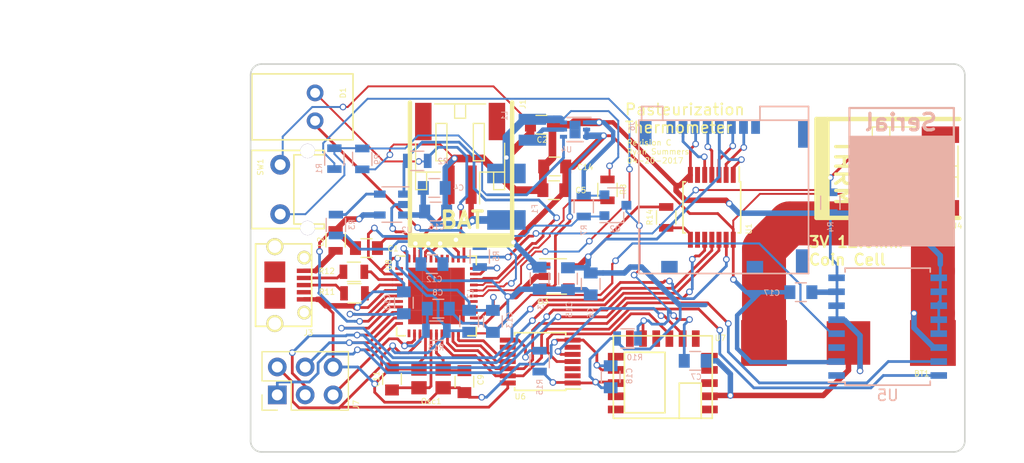
<source format=kicad_pcb>
(kicad_pcb (version 4) (host pcbnew 4.0.6-e0-6349~53~ubuntu16.04.1)

  (general
    (links 150)
    (no_connects 0)
    (area 56.424999 116.424999 121.575001 151.875001)
    (thickness 1.6)
    (drawings 36)
    (tracks 952)
    (zones 0)
    (modules 54)
    (nets 47)
  )

  (page A4)
  (layers
    (0 F.Cu signal)
    (31 B.Cu signal)
    (32 B.Adhes user)
    (33 F.Adhes user)
    (34 B.Paste user)
    (35 F.Paste user)
    (36 B.SilkS user)
    (37 F.SilkS user)
    (38 B.Mask user)
    (39 F.Mask user)
    (40 Dwgs.User user)
    (41 Cmts.User user)
    (42 Eco1.User user)
    (43 Eco2.User user)
    (44 Edge.Cuts user)
    (45 Margin user)
    (46 B.CrtYd user)
    (47 F.CrtYd user)
    (48 B.Fab user hide)
    (49 F.Fab user hide)
  )

  (setup
    (last_trace_width 0.175)
    (trace_clearance 0.175)
    (zone_clearance 0.508)
    (zone_45_only no)
    (trace_min 0.15)
    (segment_width 0.2)
    (edge_width 0.2)
    (via_size 0.6)
    (via_drill 0.4)
    (via_min_size 0.4)
    (via_min_drill 0.3)
    (uvia_size 0.3)
    (uvia_drill 0.1)
    (uvias_allowed no)
    (uvia_min_size 0.2)
    (uvia_min_drill 0.1)
    (pcb_text_width 0.3)
    (pcb_text_size 1.5 1.5)
    (mod_edge_width 0.15)
    (mod_text_size 1 1)
    (mod_text_width 0.15)
    (pad_size 1.524 1.524)
    (pad_drill 0.762)
    (pad_to_mask_clearance 0)
    (aux_axis_origin 0 0)
    (visible_elements FFFFFF7F)
    (pcbplotparams
      (layerselection 0x00030_80000001)
      (usegerberextensions false)
      (excludeedgelayer true)
      (linewidth 0.100000)
      (plotframeref false)
      (viasonmask false)
      (mode 1)
      (useauxorigin false)
      (hpglpennumber 1)
      (hpglpenspeed 20)
      (hpglpendiameter 15)
      (hpglpenoverlay 2)
      (psnegative false)
      (psa4output false)
      (plotreference true)
      (plotvalue true)
      (plotinvisibletext false)
      (padsonsilk false)
      (subtractmaskfromsilk false)
      (outputformat 1)
      (mirror false)
      (drillshape 1)
      (scaleselection 1)
      (outputdirectory ""))
  )

  (net 0 "")
  (net 1 "Net-(BT1-Pad1)")
  (net 2 GND)
  (net 3 /Vusb)
  (net 4 /Vbatt)
  (net 5 +5V)
  (net 6 /Vbatt_r)
  (net 7 +3V3)
  (net 8 "Net-(C7-Pad1)")
  (net 9 /Microcontroller/~RST)
  (net 10 "Net-(C9-Pad1)")
  (net 11 "Net-(C10-Pad1)")
  (net 12 "Net-(C11-Pad1)")
  (net 13 "Net-(C12-Pad1)")
  (net 14 "Net-(C13-Pad1)")
  (net 15 "Net-(J6-Pad2)")
  (net 16 "Net-(J6-Pad3)")
  (net 17 "Net-(J6-Pad5)")
  (net 18 "Net-(L1-Pad1)")
  (net 19 "Net-(J3-Pad1)")
  (net 20 /SCL_5)
  (net 21 /SDA_5)
  (net 22 /stat)
  (net 23 /LED)
  (net 24 "Net-(R11-Pad1)")
  (net 25 /D+)
  (net 26 "Net-(R12-Pad1)")
  (net 27 /D-)
  (net 28 /~CS)
  (net 29 /MOSI)
  (net 30 /SCK)
  (net 31 /MISO)
  (net 32 /RX_MCU)
  (net 33 /TX_MCU)
  (net 34 "Net-(J6-Pad7)")
  (net 35 "Net-(R3-Pad1)")
  (net 36 "Net-(R14-Pad2)")
  (net 37 "Net-(R15-Pad2)")
  (net 38 /Thermistor)
  (net 39 "Net-(U6-Pad4)")
  (net 40 "Net-(U6-Pad5)")
  (net 41 /RST_RTC)
  (net 42 /RST_BT)
  (net 43 /Microcontroller/ADC13)
  (net 44 "Net-(D1-Pad1)")
  (net 45 /ON)
  (net 46 /keep_alive)

  (net_class Default "This is the default net class."
    (clearance 0.175)
    (trace_width 0.175)
    (via_dia 0.6)
    (via_drill 0.4)
    (uvia_dia 0.3)
    (uvia_drill 0.1)
    (add_net +3V3)
    (add_net +5V)
    (add_net /D+)
    (add_net /D-)
    (add_net /LED)
    (add_net /MISO)
    (add_net /MOSI)
    (add_net /Microcontroller/ADC13)
    (add_net /Microcontroller/~RST)
    (add_net /ON)
    (add_net /RST_BT)
    (add_net /RST_RTC)
    (add_net /RX_MCU)
    (add_net /SCK)
    (add_net /SCL_5)
    (add_net /SDA_5)
    (add_net /TX_MCU)
    (add_net /Thermistor)
    (add_net /Vbatt)
    (add_net /Vbatt_r)
    (add_net /Vusb)
    (add_net /keep_alive)
    (add_net /stat)
    (add_net /~CS)
    (add_net GND)
    (add_net "Net-(BT1-Pad1)")
    (add_net "Net-(C10-Pad1)")
    (add_net "Net-(C11-Pad1)")
    (add_net "Net-(C12-Pad1)")
    (add_net "Net-(C13-Pad1)")
    (add_net "Net-(C7-Pad1)")
    (add_net "Net-(C9-Pad1)")
    (add_net "Net-(D1-Pad1)")
    (add_net "Net-(J3-Pad1)")
    (add_net "Net-(J6-Pad2)")
    (add_net "Net-(J6-Pad3)")
    (add_net "Net-(J6-Pad5)")
    (add_net "Net-(J6-Pad7)")
    (add_net "Net-(L1-Pad1)")
    (add_net "Net-(R11-Pad1)")
    (add_net "Net-(R12-Pad1)")
    (add_net "Net-(R14-Pad2)")
    (add_net "Net-(R15-Pad2)")
    (add_net "Net-(R3-Pad1)")
    (add_net "Net-(U6-Pad4)")
    (add_net "Net-(U6-Pad5)")
  )

  (module custom:1503cb-led-ra (layer F.Cu) (tedit 58E19437) (tstamp 58E196B4)
    (at 62.3697 120.396 270)
    (path /58DDA659)
    (fp_text reference D1 (at -1.27 -2.54 270) (layer F.SilkS)
      (effects (font (size 0.508 0.508) (thickness 0.0762)))
    )
    (fp_text value GRN (at -3.81 1.27 360) (layer F.Fab)
      (effects (font (size 1 1) (thickness 0.15)))
    )
    (fp_line (start 3 5.75) (end -3 5.75) (layer F.SilkS) (width 0.15))
    (fp_line (start 3 -3.45) (end -3 -3.45) (layer F.SilkS) (width 0.15))
    (fp_line (start 3 -3.45) (end 3 5.75) (layer F.SilkS) (width 0.15))
    (fp_line (start -3 -3.45) (end -3 5.75) (layer F.SilkS) (width 0.15))
    (pad 2 thru_hole circle (at -1.27 0 270) (size 1.524 1.524) (drill 0.9) (layers *.Cu *.Mask)
      (net 5 +5V))
    (pad 1 thru_hole circle (at 1.27 0 270) (size 1.524 1.524) (drill 0.9) (layers *.Cu *.Mask)
      (net 44 "Net-(D1-Pad1)"))
    (model custom.3dshapes/1503cb-led-ra.wrl
      (at (xyz 0 -0.23 0))
      (scale (xyz 0.4 0.4 0.4))
      (rotate (xyz -90 0 -90))
    )
  )

  (module Housings_SSOP:TSSOP-14_4.4x5mm_Pitch0.65mm (layer F.Cu) (tedit 58C836B1) (tstamp 58C816BA)
    (at 82.8548 143.5735 180)
    (descr "14-Lead Plastic Thin Shrink Small Outline (ST)-4.4 mm Body [TSSOP] (see Microchip Packaging Specification 00000049BS.pdf)")
    (tags "SSOP 0.65")
    (path /58CF3D74)
    (attr smd)
    (fp_text reference U6 (at 1.8161 -3.1877 180) (layer F.SilkS)
      (effects (font (size 0.508 0.508) (thickness 0.0762)))
    )
    (fp_text value NTS0104GT (at 0 3.55 180) (layer F.Fab)
      (effects (font (size 1 1) (thickness 0.15)))
    )
    (fp_line (start -1.2 -2.5) (end 2.2 -2.5) (layer F.Fab) (width 0.15))
    (fp_line (start 2.2 -2.5) (end 2.2 2.5) (layer F.Fab) (width 0.15))
    (fp_line (start 2.2 2.5) (end -2.2 2.5) (layer F.Fab) (width 0.15))
    (fp_line (start -2.2 2.5) (end -2.2 -1.5) (layer F.Fab) (width 0.15))
    (fp_line (start -2.2 -1.5) (end -1.2 -2.5) (layer F.Fab) (width 0.15))
    (fp_line (start -3.95 -2.8) (end -3.95 2.8) (layer F.CrtYd) (width 0.05))
    (fp_line (start 3.95 -2.8) (end 3.95 2.8) (layer F.CrtYd) (width 0.05))
    (fp_line (start -3.95 -2.8) (end 3.95 -2.8) (layer F.CrtYd) (width 0.05))
    (fp_line (start -3.95 2.8) (end 3.95 2.8) (layer F.CrtYd) (width 0.05))
    (fp_line (start -2.325 -2.625) (end -2.325 -2.5) (layer F.SilkS) (width 0.15))
    (fp_line (start 2.325 -2.625) (end 2.325 -2.4) (layer F.SilkS) (width 0.15))
    (fp_line (start 2.325 2.625) (end 2.325 2.4) (layer F.SilkS) (width 0.15))
    (fp_line (start -2.325 2.625) (end -2.325 2.4) (layer F.SilkS) (width 0.15))
    (fp_line (start -2.325 -2.625) (end 2.325 -2.625) (layer F.SilkS) (width 0.15))
    (fp_line (start -2.325 2.625) (end 2.325 2.625) (layer F.SilkS) (width 0.15))
    (fp_line (start -2.325 -2.5) (end -3.675 -2.5) (layer F.SilkS) (width 0.15))
    (pad 1 smd rect (at -2.95 -1.95 180) (size 1.45 0.45) (layers F.Cu F.Paste F.Mask)
      (net 7 +3V3))
    (pad 2 smd rect (at -2.95 -1.3 180) (size 1.45 0.45) (layers F.Cu F.Paste F.Mask))
    (pad 3 smd rect (at -2.95 -0.65 180) (size 1.45 0.45) (layers F.Cu F.Paste F.Mask))
    (pad 4 smd rect (at -2.95 0 180) (size 1.45 0.45) (layers F.Cu F.Paste F.Mask)
      (net 39 "Net-(U6-Pad4)"))
    (pad 5 smd rect (at -2.95 0.65 180) (size 1.45 0.45) (layers F.Cu F.Paste F.Mask)
      (net 40 "Net-(U6-Pad5)"))
    (pad 6 smd rect (at -2.95 1.3 180) (size 1.45 0.45) (layers F.Cu F.Paste F.Mask))
    (pad 7 smd rect (at -2.95 1.95 180) (size 1.45 0.45) (layers F.Cu F.Paste F.Mask)
      (net 2 GND))
    (pad 8 smd rect (at 2.95 1.95 180) (size 1.45 0.45) (layers F.Cu F.Paste F.Mask)
      (net 37 "Net-(R15-Pad2)"))
    (pad 9 smd rect (at 2.95 1.3 180) (size 1.45 0.45) (layers F.Cu F.Paste F.Mask))
    (pad 10 smd rect (at 2.95 0.65 180) (size 1.45 0.45) (layers F.Cu F.Paste F.Mask)
      (net 33 /TX_MCU))
    (pad 11 smd rect (at 2.95 0 180) (size 1.45 0.45) (layers F.Cu F.Paste F.Mask)
      (net 32 /RX_MCU))
    (pad 12 smd rect (at 2.95 -0.65 180) (size 1.45 0.45) (layers F.Cu F.Paste F.Mask)
      (net 21 /SDA_5))
    (pad 13 smd rect (at 2.95 -1.3 180) (size 1.45 0.45) (layers F.Cu F.Paste F.Mask)
      (net 20 /SCL_5))
    (pad 14 smd rect (at 2.95 -1.95 180) (size 1.45 0.45) (layers F.Cu F.Paste F.Mask)
      (net 5 +5V))
  )

  (module custom:BK-885 (layer F.Cu) (tedit 58C838AB) (tstamp 58CA036E)
    (at 110.9106 141.8844 180)
    (path /58CB15CD)
    (fp_text reference BT1 (at -6.666 -2.7813 180) (layer F.SilkS)
      (effects (font (size 0.508 0.508) (thickness 0.0762)))
    )
    (fp_text value Battery_Cell (at 0 -3.81 180) (layer F.Fab)
      (effects (font (size 1 1) (thickness 0.15)))
    )
    (pad 1 smd rect (at -7.685 0 180) (size 4.17 4.17) (layers F.Cu F.Paste F.Mask)
      (net 1 "Net-(BT1-Pad1)"))
    (pad 1 smd rect (at 7.685 0 180) (size 4.17 4.17) (layers F.Cu F.Paste F.Mask)
      (net 1 "Net-(BT1-Pad1)"))
    (pad 2 smd rect (at 0 0 180) (size 3.96 3.96) (layers F.Cu F.Paste F.Mask)
      (net 2 GND))
    (model "custom.3dshapes/User Library-BK-885-TR.wrl"
      (at (xyz 0 0 0))
      (scale (xyz 400 400 400))
      (rotate (xyz -90 0 0))
    )
  )

  (module Capacitors_SMD:C_0805 (layer F.Cu) (tedit 58C83699) (tstamp 58CA037F)
    (at 67.0433 133.2484)
    (descr "Capacitor SMD 0805, reflow soldering, AVX (see smccp.pdf)")
    (tags "capacitor 0805")
    (path /58C6EE8D)
    (attr smd)
    (fp_text reference C1 (at 2.4257 0.0381 180) (layer F.SilkS)
      (effects (font (size 0.508 0.508) (thickness 0.0762)))
    )
    (fp_text value 4.7u (at 0 1.75) (layer F.Fab)
      (effects (font (size 1 1) (thickness 0.15)))
    )
    (fp_text user %R (at 0 -1.5) (layer F.Fab)
      (effects (font (size 1 1) (thickness 0.15)))
    )
    (fp_line (start -1 0.62) (end -1 -0.62) (layer F.Fab) (width 0.1))
    (fp_line (start 1 0.62) (end -1 0.62) (layer F.Fab) (width 0.1))
    (fp_line (start 1 -0.62) (end 1 0.62) (layer F.Fab) (width 0.1))
    (fp_line (start -1 -0.62) (end 1 -0.62) (layer F.Fab) (width 0.1))
    (fp_line (start 0.5 -0.85) (end -0.5 -0.85) (layer F.SilkS) (width 0.12))
    (fp_line (start -0.5 0.85) (end 0.5 0.85) (layer F.SilkS) (width 0.12))
    (fp_line (start -1.75 -0.88) (end 1.75 -0.88) (layer F.CrtYd) (width 0.05))
    (fp_line (start -1.75 -0.88) (end -1.75 0.87) (layer F.CrtYd) (width 0.05))
    (fp_line (start 1.75 0.87) (end 1.75 -0.88) (layer F.CrtYd) (width 0.05))
    (fp_line (start 1.75 0.87) (end -1.75 0.87) (layer F.CrtYd) (width 0.05))
    (pad 1 smd rect (at -1 0) (size 1 1.25) (layers F.Cu F.Paste F.Mask)
      (net 3 /Vusb))
    (pad 2 smd rect (at 1 0) (size 1 1.25) (layers F.Cu F.Paste F.Mask)
      (net 2 GND))
    (model Capacitors_SMD.3dshapes/C_0805.wrl
      (at (xyz 0 0 0))
      (scale (xyz 1 1 1))
      (rotate (xyz 0 0 0))
    )
  )

  (module Capacitors_SMD:C_0805 (layer F.Cu) (tedit 58C83899) (tstamp 58CA0390)
    (at 82.9691 122.0216)
    (descr "Capacitor SMD 0805, reflow soldering, AVX (see smccp.pdf)")
    (tags "capacitor 0805")
    (path /58C8B9F8)
    (attr smd)
    (fp_text reference C2 (at 0.0635 1.3716) (layer F.SilkS)
      (effects (font (size 0.508 0.508) (thickness 0.0762)))
    )
    (fp_text value 4.7u (at 0 1.75) (layer F.Fab)
      (effects (font (size 1 1) (thickness 0.15)))
    )
    (fp_text user %R (at 0 -1.5) (layer F.Fab)
      (effects (font (size 1 1) (thickness 0.15)))
    )
    (fp_line (start -1 0.62) (end -1 -0.62) (layer F.Fab) (width 0.1))
    (fp_line (start 1 0.62) (end -1 0.62) (layer F.Fab) (width 0.1))
    (fp_line (start 1 -0.62) (end 1 0.62) (layer F.Fab) (width 0.1))
    (fp_line (start -1 -0.62) (end 1 -0.62) (layer F.Fab) (width 0.1))
    (fp_line (start 0.5 -0.85) (end -0.5 -0.85) (layer F.SilkS) (width 0.12))
    (fp_line (start -0.5 0.85) (end 0.5 0.85) (layer F.SilkS) (width 0.12))
    (fp_line (start -1.75 -0.88) (end 1.75 -0.88) (layer F.CrtYd) (width 0.05))
    (fp_line (start -1.75 -0.88) (end -1.75 0.87) (layer F.CrtYd) (width 0.05))
    (fp_line (start 1.75 0.87) (end 1.75 -0.88) (layer F.CrtYd) (width 0.05))
    (fp_line (start 1.75 0.87) (end -1.75 0.87) (layer F.CrtYd) (width 0.05))
    (pad 1 smd rect (at -1 0) (size 1 1.25) (layers F.Cu F.Paste F.Mask)
      (net 4 /Vbatt))
    (pad 2 smd rect (at 1 0) (size 1 1.25) (layers F.Cu F.Paste F.Mask)
      (net 2 GND))
    (model Capacitors_SMD.3dshapes/C_0805.wrl
      (at (xyz 0 0 0))
      (scale (xyz 1 1 1))
      (rotate (xyz 0 0 0))
    )
  )

  (module Capacitors_SMD:C_0805 (layer B.Cu) (tedit 58C839ED) (tstamp 58CA03A1)
    (at 82.804 135.9916 270)
    (descr "Capacitor SMD 0805, reflow soldering, AVX (see smccp.pdf)")
    (tags "capacitor 0805")
    (path /58C90F1C)
    (attr smd)
    (fp_text reference C3 (at 2.3622 -0.127 270) (layer B.SilkS)
      (effects (font (size 0.508 0.508) (thickness 0.0762)) (justify mirror))
    )
    (fp_text value 1u (at 0 -1.75 270) (layer B.Fab)
      (effects (font (size 1 1) (thickness 0.15)) (justify mirror))
    )
    (fp_text user %R (at 0 1.5 270) (layer B.Fab)
      (effects (font (size 1 1) (thickness 0.15)) (justify mirror))
    )
    (fp_line (start -1 -0.62) (end -1 0.62) (layer B.Fab) (width 0.1))
    (fp_line (start 1 -0.62) (end -1 -0.62) (layer B.Fab) (width 0.1))
    (fp_line (start 1 0.62) (end 1 -0.62) (layer B.Fab) (width 0.1))
    (fp_line (start -1 0.62) (end 1 0.62) (layer B.Fab) (width 0.1))
    (fp_line (start 0.5 0.85) (end -0.5 0.85) (layer B.SilkS) (width 0.12))
    (fp_line (start -0.5 -0.85) (end 0.5 -0.85) (layer B.SilkS) (width 0.12))
    (fp_line (start -1.75 0.88) (end 1.75 0.88) (layer B.CrtYd) (width 0.05))
    (fp_line (start -1.75 0.88) (end -1.75 -0.87) (layer B.CrtYd) (width 0.05))
    (fp_line (start 1.75 -0.87) (end 1.75 0.88) (layer B.CrtYd) (width 0.05))
    (fp_line (start 1.75 -0.87) (end -1.75 -0.87) (layer B.CrtYd) (width 0.05))
    (pad 1 smd rect (at -1 0 270) (size 1 1.25) (layers B.Cu B.Paste B.Mask)
      (net 5 +5V))
    (pad 2 smd rect (at 1 0 270) (size 1 1.25) (layers B.Cu B.Paste B.Mask)
      (net 2 GND))
    (model Capacitors_SMD.3dshapes/C_0805.wrl
      (at (xyz 0 0 0))
      (scale (xyz 1 1 1))
      (rotate (xyz 0 0 0))
    )
  )

  (module Capacitors_SMD:C_0805 (layer B.Cu) (tedit 58C83982) (tstamp 58CA03B2)
    (at 73.2155 127.7747)
    (descr "Capacitor SMD 0805, reflow soldering, AVX (see smccp.pdf)")
    (tags "capacitor 0805")
    (path /58C6FD4D)
    (attr smd)
    (fp_text reference C4 (at 2.2098 -0.0127) (layer B.SilkS)
      (effects (font (size 0.508 0.508) (thickness 0.0762)) (justify mirror))
    )
    (fp_text value 4.7u (at 0 -1.75) (layer B.Fab)
      (effects (font (size 1 1) (thickness 0.15)) (justify mirror))
    )
    (fp_text user %R (at 0 1.5) (layer B.Fab)
      (effects (font (size 1 1) (thickness 0.15)) (justify mirror))
    )
    (fp_line (start -1 -0.62) (end -1 0.62) (layer B.Fab) (width 0.1))
    (fp_line (start 1 -0.62) (end -1 -0.62) (layer B.Fab) (width 0.1))
    (fp_line (start 1 0.62) (end 1 -0.62) (layer B.Fab) (width 0.1))
    (fp_line (start -1 0.62) (end 1 0.62) (layer B.Fab) (width 0.1))
    (fp_line (start 0.5 0.85) (end -0.5 0.85) (layer B.SilkS) (width 0.12))
    (fp_line (start -0.5 -0.85) (end 0.5 -0.85) (layer B.SilkS) (width 0.12))
    (fp_line (start -1.75 0.88) (end 1.75 0.88) (layer B.CrtYd) (width 0.05))
    (fp_line (start -1.75 0.88) (end -1.75 -0.87) (layer B.CrtYd) (width 0.05))
    (fp_line (start 1.75 -0.87) (end 1.75 0.88) (layer B.CrtYd) (width 0.05))
    (fp_line (start 1.75 -0.87) (end -1.75 -0.87) (layer B.CrtYd) (width 0.05))
    (pad 1 smd rect (at -1 0) (size 1 1.25) (layers B.Cu B.Paste B.Mask)
      (net 6 /Vbatt_r))
    (pad 2 smd rect (at 1 0) (size 1 1.25) (layers B.Cu B.Paste B.Mask)
      (net 2 GND))
    (model Capacitors_SMD.3dshapes/C_0805.wrl
      (at (xyz 0 0 0))
      (scale (xyz 1 1 1))
      (rotate (xyz 0 0 0))
    )
  )

  (module Capacitors_SMD:C_0805 (layer F.Cu) (tedit 58C836CC) (tstamp 58CA03C3)
    (at 84.0994 127.9779 180)
    (descr "Capacitor SMD 0805, reflow soldering, AVX (see smccp.pdf)")
    (tags "capacitor 0805")
    (path /58C8BDBA)
    (attr smd)
    (fp_text reference C5 (at -2.4511 -0.0127 180) (layer F.SilkS)
      (effects (font (size 0.508 0.508) (thickness 0.0762)))
    )
    (fp_text value 4.7u (at 0 1.75 180) (layer F.Fab)
      (effects (font (size 1 1) (thickness 0.15)))
    )
    (fp_text user %R (at 0 -1.5 180) (layer F.Fab)
      (effects (font (size 1 1) (thickness 0.15)))
    )
    (fp_line (start -1 0.62) (end -1 -0.62) (layer F.Fab) (width 0.1))
    (fp_line (start 1 0.62) (end -1 0.62) (layer F.Fab) (width 0.1))
    (fp_line (start 1 -0.62) (end 1 0.62) (layer F.Fab) (width 0.1))
    (fp_line (start -1 -0.62) (end 1 -0.62) (layer F.Fab) (width 0.1))
    (fp_line (start 0.5 -0.85) (end -0.5 -0.85) (layer F.SilkS) (width 0.12))
    (fp_line (start -0.5 0.85) (end 0.5 0.85) (layer F.SilkS) (width 0.12))
    (fp_line (start -1.75 -0.88) (end 1.75 -0.88) (layer F.CrtYd) (width 0.05))
    (fp_line (start -1.75 -0.88) (end -1.75 0.87) (layer F.CrtYd) (width 0.05))
    (fp_line (start 1.75 0.87) (end 1.75 -0.88) (layer F.CrtYd) (width 0.05))
    (fp_line (start 1.75 0.87) (end -1.75 0.87) (layer F.CrtYd) (width 0.05))
    (pad 1 smd rect (at -1 0 180) (size 1 1.25) (layers F.Cu F.Paste F.Mask)
      (net 5 +5V))
    (pad 2 smd rect (at 1 0 180) (size 1 1.25) (layers F.Cu F.Paste F.Mask)
      (net 2 GND))
    (model Capacitors_SMD.3dshapes/C_0805.wrl
      (at (xyz 0 0 0))
      (scale (xyz 1 1 1))
      (rotate (xyz 0 0 0))
    )
  )

  (module Capacitors_SMD:C_0805 (layer B.Cu) (tedit 58C8393F) (tstamp 58CA03D4)
    (at 87.4522 136.5123 270)
    (descr "Capacitor SMD 0805, reflow soldering, AVX (see smccp.pdf)")
    (tags "capacitor 0805")
    (path /58C90928)
    (attr smd)
    (fp_text reference C6 (at 2.6416 0.0127 270) (layer B.SilkS)
      (effects (font (size 0.508 0.508) (thickness 0.0762)) (justify mirror))
    )
    (fp_text value 1u (at 0 -1.75 270) (layer B.Fab)
      (effects (font (size 1 1) (thickness 0.15)) (justify mirror))
    )
    (fp_text user %R (at 0 1.5 270) (layer B.Fab)
      (effects (font (size 1 1) (thickness 0.15)) (justify mirror))
    )
    (fp_line (start -1 -0.62) (end -1 0.62) (layer B.Fab) (width 0.1))
    (fp_line (start 1 -0.62) (end -1 -0.62) (layer B.Fab) (width 0.1))
    (fp_line (start 1 0.62) (end 1 -0.62) (layer B.Fab) (width 0.1))
    (fp_line (start -1 0.62) (end 1 0.62) (layer B.Fab) (width 0.1))
    (fp_line (start 0.5 0.85) (end -0.5 0.85) (layer B.SilkS) (width 0.12))
    (fp_line (start -0.5 -0.85) (end 0.5 -0.85) (layer B.SilkS) (width 0.12))
    (fp_line (start -1.75 0.88) (end 1.75 0.88) (layer B.CrtYd) (width 0.05))
    (fp_line (start -1.75 0.88) (end -1.75 -0.87) (layer B.CrtYd) (width 0.05))
    (fp_line (start 1.75 -0.87) (end 1.75 0.88) (layer B.CrtYd) (width 0.05))
    (fp_line (start 1.75 -0.87) (end -1.75 -0.87) (layer B.CrtYd) (width 0.05))
    (pad 1 smd rect (at -1 0 270) (size 1 1.25) (layers B.Cu B.Paste B.Mask)
      (net 7 +3V3))
    (pad 2 smd rect (at 1 0 270) (size 1 1.25) (layers B.Cu B.Paste B.Mask)
      (net 2 GND))
    (model Capacitors_SMD.3dshapes/C_0805.wrl
      (at (xyz 0 0 0))
      (scale (xyz 1 1 1))
      (rotate (xyz 0 0 0))
    )
  )

  (module Capacitors_SMD:C_0805 (layer B.Cu) (tedit 58C83938) (tstamp 58CA03E5)
    (at 96.9645 143.51)
    (descr "Capacitor SMD 0805, reflow soldering, AVX (see smccp.pdf)")
    (tags "capacitor 0805")
    (path /58C9F5F4)
    (attr smd)
    (fp_text reference C7 (at 0.0889 1.4605) (layer B.SilkS)
      (effects (font (size 0.508 0.508) (thickness 0.0762)) (justify mirror))
    )
    (fp_text value 1u (at 0 -1.75) (layer B.Fab)
      (effects (font (size 1 1) (thickness 0.15)) (justify mirror))
    )
    (fp_text user %R (at 0 1.5) (layer B.Fab)
      (effects (font (size 1 1) (thickness 0.15)) (justify mirror))
    )
    (fp_line (start -1 -0.62) (end -1 0.62) (layer B.Fab) (width 0.1))
    (fp_line (start 1 -0.62) (end -1 -0.62) (layer B.Fab) (width 0.1))
    (fp_line (start 1 0.62) (end 1 -0.62) (layer B.Fab) (width 0.1))
    (fp_line (start -1 0.62) (end 1 0.62) (layer B.Fab) (width 0.1))
    (fp_line (start 0.5 0.85) (end -0.5 0.85) (layer B.SilkS) (width 0.12))
    (fp_line (start -0.5 -0.85) (end 0.5 -0.85) (layer B.SilkS) (width 0.12))
    (fp_line (start -1.75 0.88) (end 1.75 0.88) (layer B.CrtYd) (width 0.05))
    (fp_line (start -1.75 0.88) (end -1.75 -0.87) (layer B.CrtYd) (width 0.05))
    (fp_line (start 1.75 -0.87) (end 1.75 0.88) (layer B.CrtYd) (width 0.05))
    (fp_line (start 1.75 -0.87) (end -1.75 -0.87) (layer B.CrtYd) (width 0.05))
    (pad 1 smd rect (at -1 0) (size 1 1.25) (layers B.Cu B.Paste B.Mask)
      (net 8 "Net-(C7-Pad1)"))
    (pad 2 smd rect (at 1 0) (size 1 1.25) (layers B.Cu B.Paste B.Mask)
      (net 2 GND))
    (model Capacitors_SMD.3dshapes/C_0805.wrl
      (at (xyz 0 0 0))
      (scale (xyz 1 1 1))
      (rotate (xyz 0 0 0))
    )
  )

  (module Capacitors_SMD:C_0805 (layer B.Cu) (tedit 58C8395E) (tstamp 58CA03F6)
    (at 73.5805 138.7602)
    (descr "Capacitor SMD 0805, reflow soldering, AVX (see smccp.pdf)")
    (tags "capacitor 0805")
    (path /58C5EC4B/58C5ED93)
    (attr smd)
    (fp_text reference C8 (at -0.0475 -1.4605) (layer B.SilkS)
      (effects (font (size 0.508 0.508) (thickness 0.0762)) (justify mirror))
    )
    (fp_text value 1u (at 0 -1.75) (layer B.Fab)
      (effects (font (size 1 1) (thickness 0.15)) (justify mirror))
    )
    (fp_text user %R (at 0 1.5) (layer B.Fab)
      (effects (font (size 1 1) (thickness 0.15)) (justify mirror))
    )
    (fp_line (start -1 -0.62) (end -1 0.62) (layer B.Fab) (width 0.1))
    (fp_line (start 1 -0.62) (end -1 -0.62) (layer B.Fab) (width 0.1))
    (fp_line (start 1 0.62) (end 1 -0.62) (layer B.Fab) (width 0.1))
    (fp_line (start -1 0.62) (end 1 0.62) (layer B.Fab) (width 0.1))
    (fp_line (start 0.5 0.85) (end -0.5 0.85) (layer B.SilkS) (width 0.12))
    (fp_line (start -0.5 -0.85) (end 0.5 -0.85) (layer B.SilkS) (width 0.12))
    (fp_line (start -1.75 0.88) (end 1.75 0.88) (layer B.CrtYd) (width 0.05))
    (fp_line (start -1.75 0.88) (end -1.75 -0.87) (layer B.CrtYd) (width 0.05))
    (fp_line (start 1.75 -0.87) (end 1.75 0.88) (layer B.CrtYd) (width 0.05))
    (fp_line (start 1.75 -0.87) (end -1.75 -0.87) (layer B.CrtYd) (width 0.05))
    (pad 1 smd rect (at -1 0) (size 1 1.25) (layers B.Cu B.Paste B.Mask)
      (net 9 /Microcontroller/~RST))
    (pad 2 smd rect (at 1 0) (size 1 1.25) (layers B.Cu B.Paste B.Mask)
      (net 2 GND))
    (model Capacitors_SMD.3dshapes/C_0805.wrl
      (at (xyz 0 0 0))
      (scale (xyz 1 1 1))
      (rotate (xyz 0 0 0))
    )
  )

  (module Capacitors_SMD:C_0805 (layer F.Cu) (tedit 58C836AD) (tstamp 58CA0407)
    (at 75.9587 145.4023 270)
    (descr "Capacitor SMD 0805, reflow soldering, AVX (see smccp.pdf)")
    (tags "capacitor 0805")
    (path /58C5EC4B/58C5F204)
    (attr smd)
    (fp_text reference C9 (at -0.1651 -1.4859 270) (layer F.SilkS)
      (effects (font (size 0.508 0.508) (thickness 0.0762)))
    )
    (fp_text value 13p (at 0 1.75 270) (layer F.Fab)
      (effects (font (size 1 1) (thickness 0.15)))
    )
    (fp_text user %R (at 0 -1.5 270) (layer F.Fab)
      (effects (font (size 1 1) (thickness 0.15)))
    )
    (fp_line (start -1 0.62) (end -1 -0.62) (layer F.Fab) (width 0.1))
    (fp_line (start 1 0.62) (end -1 0.62) (layer F.Fab) (width 0.1))
    (fp_line (start 1 -0.62) (end 1 0.62) (layer F.Fab) (width 0.1))
    (fp_line (start -1 -0.62) (end 1 -0.62) (layer F.Fab) (width 0.1))
    (fp_line (start 0.5 -0.85) (end -0.5 -0.85) (layer F.SilkS) (width 0.12))
    (fp_line (start -0.5 0.85) (end 0.5 0.85) (layer F.SilkS) (width 0.12))
    (fp_line (start -1.75 -0.88) (end 1.75 -0.88) (layer F.CrtYd) (width 0.05))
    (fp_line (start -1.75 -0.88) (end -1.75 0.87) (layer F.CrtYd) (width 0.05))
    (fp_line (start 1.75 0.87) (end 1.75 -0.88) (layer F.CrtYd) (width 0.05))
    (fp_line (start 1.75 0.87) (end -1.75 0.87) (layer F.CrtYd) (width 0.05))
    (pad 1 smd rect (at -1 0 270) (size 1 1.25) (layers F.Cu F.Paste F.Mask)
      (net 10 "Net-(C9-Pad1)"))
    (pad 2 smd rect (at 1 0 270) (size 1 1.25) (layers F.Cu F.Paste F.Mask)
      (net 2 GND))
    (model Capacitors_SMD.3dshapes/C_0805.wrl
      (at (xyz 0 0 0))
      (scale (xyz 1 1 1))
      (rotate (xyz 0 0 0))
    )
  )

  (module Capacitors_SMD:C_0805 (layer B.Cu) (tedit 58C83964) (tstamp 58CA0418)
    (at 70.4469 138.2268 90)
    (descr "Capacitor SMD 0805, reflow soldering, AVX (see smccp.pdf)")
    (tags "capacitor 0805")
    (path /58C5EC4B/58C61159)
    (attr smd)
    (fp_text reference C10 (at 0.0635 -1.5113 90) (layer B.SilkS)
      (effects (font (size 0.508 0.508) (thickness 0.0762)) (justify mirror))
    )
    (fp_text value 1u (at 0 -1.75 90) (layer B.Fab)
      (effects (font (size 1 1) (thickness 0.15)) (justify mirror))
    )
    (fp_text user %R (at 0 1.5 90) (layer B.Fab)
      (effects (font (size 1 1) (thickness 0.15)) (justify mirror))
    )
    (fp_line (start -1 -0.62) (end -1 0.62) (layer B.Fab) (width 0.1))
    (fp_line (start 1 -0.62) (end -1 -0.62) (layer B.Fab) (width 0.1))
    (fp_line (start 1 0.62) (end 1 -0.62) (layer B.Fab) (width 0.1))
    (fp_line (start -1 0.62) (end 1 0.62) (layer B.Fab) (width 0.1))
    (fp_line (start 0.5 0.85) (end -0.5 0.85) (layer B.SilkS) (width 0.12))
    (fp_line (start -0.5 -0.85) (end 0.5 -0.85) (layer B.SilkS) (width 0.12))
    (fp_line (start -1.75 0.88) (end 1.75 0.88) (layer B.CrtYd) (width 0.05))
    (fp_line (start -1.75 0.88) (end -1.75 -0.87) (layer B.CrtYd) (width 0.05))
    (fp_line (start 1.75 -0.87) (end 1.75 0.88) (layer B.CrtYd) (width 0.05))
    (fp_line (start 1.75 -0.87) (end -1.75 -0.87) (layer B.CrtYd) (width 0.05))
    (pad 1 smd rect (at -1 0 90) (size 1 1.25) (layers B.Cu B.Paste B.Mask)
      (net 11 "Net-(C10-Pad1)"))
    (pad 2 smd rect (at 1 0 90) (size 1 1.25) (layers B.Cu B.Paste B.Mask)
      (net 2 GND))
    (model Capacitors_SMD.3dshapes/C_0805.wrl
      (at (xyz 0 0 0))
      (scale (xyz 1 1 1))
      (rotate (xyz 0 0 0))
    )
  )

  (module Capacitors_SMD:C_0805 (layer F.Cu) (tedit 58C836A9) (tstamp 58CA0429)
    (at 69.3674 145.161 90)
    (descr "Capacitor SMD 0805, reflow soldering, AVX (see smccp.pdf)")
    (tags "capacitor 0805")
    (path /58C5EC4B/58C5F2A8)
    (attr smd)
    (fp_text reference C11 (at 0 -1.4097 90) (layer F.SilkS)
      (effects (font (size 0.508 0.508) (thickness 0.0762)))
    )
    (fp_text value 13p (at 0 1.75 90) (layer F.Fab)
      (effects (font (size 1 1) (thickness 0.15)))
    )
    (fp_text user %R (at 0 -1.5 90) (layer F.Fab)
      (effects (font (size 1 1) (thickness 0.15)))
    )
    (fp_line (start -1 0.62) (end -1 -0.62) (layer F.Fab) (width 0.1))
    (fp_line (start 1 0.62) (end -1 0.62) (layer F.Fab) (width 0.1))
    (fp_line (start 1 -0.62) (end 1 0.62) (layer F.Fab) (width 0.1))
    (fp_line (start -1 -0.62) (end 1 -0.62) (layer F.Fab) (width 0.1))
    (fp_line (start 0.5 -0.85) (end -0.5 -0.85) (layer F.SilkS) (width 0.12))
    (fp_line (start -0.5 0.85) (end 0.5 0.85) (layer F.SilkS) (width 0.12))
    (fp_line (start -1.75 -0.88) (end 1.75 -0.88) (layer F.CrtYd) (width 0.05))
    (fp_line (start -1.75 -0.88) (end -1.75 0.87) (layer F.CrtYd) (width 0.05))
    (fp_line (start 1.75 0.87) (end 1.75 -0.88) (layer F.CrtYd) (width 0.05))
    (fp_line (start 1.75 0.87) (end -1.75 0.87) (layer F.CrtYd) (width 0.05))
    (pad 1 smd rect (at -1 0 90) (size 1 1.25) (layers F.Cu F.Paste F.Mask)
      (net 12 "Net-(C11-Pad1)"))
    (pad 2 smd rect (at 1 0 90) (size 1 1.25) (layers F.Cu F.Paste F.Mask)
      (net 2 GND))
    (model Capacitors_SMD.3dshapes/C_0805.wrl
      (at (xyz 0 0 0))
      (scale (xyz 1 1 1))
      (rotate (xyz 0 0 0))
    )
  )

  (module Capacitors_SMD:C_0805 (layer B.Cu) (tedit 58C839E2) (tstamp 58CA043A)
    (at 73.0029 134.7089 180)
    (descr "Capacitor SMD 0805, reflow soldering, AVX (see smccp.pdf)")
    (tags "capacitor 0805")
    (path /58C5EC4B/58C613EC)
    (attr smd)
    (fp_text reference C12 (at -0.2126 -1.3716 180) (layer B.SilkS)
      (effects (font (size 0.508 0.508) (thickness 0.0762)) (justify mirror))
    )
    (fp_text value 100n (at 0 -1.75 180) (layer B.Fab)
      (effects (font (size 1 1) (thickness 0.15)) (justify mirror))
    )
    (fp_text user %R (at 0 1.5 180) (layer B.Fab)
      (effects (font (size 1 1) (thickness 0.15)) (justify mirror))
    )
    (fp_line (start -1 -0.62) (end -1 0.62) (layer B.Fab) (width 0.1))
    (fp_line (start 1 -0.62) (end -1 -0.62) (layer B.Fab) (width 0.1))
    (fp_line (start 1 0.62) (end 1 -0.62) (layer B.Fab) (width 0.1))
    (fp_line (start -1 0.62) (end 1 0.62) (layer B.Fab) (width 0.1))
    (fp_line (start 0.5 0.85) (end -0.5 0.85) (layer B.SilkS) (width 0.12))
    (fp_line (start -0.5 -0.85) (end 0.5 -0.85) (layer B.SilkS) (width 0.12))
    (fp_line (start -1.75 0.88) (end 1.75 0.88) (layer B.CrtYd) (width 0.05))
    (fp_line (start -1.75 0.88) (end -1.75 -0.87) (layer B.CrtYd) (width 0.05))
    (fp_line (start 1.75 -0.87) (end 1.75 0.88) (layer B.CrtYd) (width 0.05))
    (fp_line (start 1.75 -0.87) (end -1.75 -0.87) (layer B.CrtYd) (width 0.05))
    (pad 1 smd rect (at -1 0 180) (size 1 1.25) (layers B.Cu B.Paste B.Mask)
      (net 13 "Net-(C12-Pad1)"))
    (pad 2 smd rect (at 1 0 180) (size 1 1.25) (layers B.Cu B.Paste B.Mask)
      (net 2 GND))
    (model Capacitors_SMD.3dshapes/C_0805.wrl
      (at (xyz 0 0 0))
      (scale (xyz 1 1 1))
      (rotate (xyz 0 0 0))
    )
  )

  (module Capacitors_SMD:C_0805 (layer B.Cu) (tedit 58C836B5) (tstamp 58CA044B)
    (at 78.5495 139.9159 270)
    (descr "Capacitor SMD 0805, reflow soldering, AVX (see smccp.pdf)")
    (tags "capacitor 0805")
    (path /58C5EC4B/58C5FCCB)
    (attr smd)
    (fp_text reference C13 (at -0.1143 -1.524 270) (layer B.SilkS)
      (effects (font (size 0.508 0.508) (thickness 0.0762)) (justify mirror))
    )
    (fp_text value 1u (at 0 -1.75 270) (layer B.Fab)
      (effects (font (size 1 1) (thickness 0.15)) (justify mirror))
    )
    (fp_text user %R (at 0 1.5 270) (layer B.Fab)
      (effects (font (size 1 1) (thickness 0.15)) (justify mirror))
    )
    (fp_line (start -1 -0.62) (end -1 0.62) (layer B.Fab) (width 0.1))
    (fp_line (start 1 -0.62) (end -1 -0.62) (layer B.Fab) (width 0.1))
    (fp_line (start 1 0.62) (end 1 -0.62) (layer B.Fab) (width 0.1))
    (fp_line (start -1 0.62) (end 1 0.62) (layer B.Fab) (width 0.1))
    (fp_line (start 0.5 0.85) (end -0.5 0.85) (layer B.SilkS) (width 0.12))
    (fp_line (start -0.5 -0.85) (end 0.5 -0.85) (layer B.SilkS) (width 0.12))
    (fp_line (start -1.75 0.88) (end 1.75 0.88) (layer B.CrtYd) (width 0.05))
    (fp_line (start -1.75 0.88) (end -1.75 -0.87) (layer B.CrtYd) (width 0.05))
    (fp_line (start 1.75 -0.87) (end 1.75 0.88) (layer B.CrtYd) (width 0.05))
    (fp_line (start 1.75 -0.87) (end -1.75 -0.87) (layer B.CrtYd) (width 0.05))
    (pad 1 smd rect (at -1 0 270) (size 1 1.25) (layers B.Cu B.Paste B.Mask)
      (net 14 "Net-(C13-Pad1)"))
    (pad 2 smd rect (at 1 0 270) (size 1 1.25) (layers B.Cu B.Paste B.Mask)
      (net 2 GND))
    (model Capacitors_SMD.3dshapes/C_0805.wrl
      (at (xyz 0 0 0))
      (scale (xyz 1 1 1))
      (rotate (xyz 0 0 0))
    )
  )

  (module Capacitors_SMD:C_0805 (layer F.Cu) (tedit 58C836CF) (tstamp 58CA045C)
    (at 84.1756 125.8189 180)
    (descr "Capacitor SMD 0805, reflow soldering, AVX (see smccp.pdf)")
    (tags "capacitor 0805")
    (path /58CA0794)
    (attr smd)
    (fp_text reference C14 (at -2.7813 -0.0635 180) (layer F.SilkS)
      (effects (font (size 0.508 0.508) (thickness 0.0762)))
    )
    (fp_text value 100n (at 0 1.75 180) (layer F.Fab)
      (effects (font (size 1 1) (thickness 0.15)))
    )
    (fp_text user %R (at 0 -1.5 180) (layer F.Fab)
      (effects (font (size 1 1) (thickness 0.15)))
    )
    (fp_line (start -1 0.62) (end -1 -0.62) (layer F.Fab) (width 0.1))
    (fp_line (start 1 0.62) (end -1 0.62) (layer F.Fab) (width 0.1))
    (fp_line (start 1 -0.62) (end 1 0.62) (layer F.Fab) (width 0.1))
    (fp_line (start -1 -0.62) (end 1 -0.62) (layer F.Fab) (width 0.1))
    (fp_line (start 0.5 -0.85) (end -0.5 -0.85) (layer F.SilkS) (width 0.12))
    (fp_line (start -0.5 0.85) (end 0.5 0.85) (layer F.SilkS) (width 0.12))
    (fp_line (start -1.75 -0.88) (end 1.75 -0.88) (layer F.CrtYd) (width 0.05))
    (fp_line (start -1.75 -0.88) (end -1.75 0.87) (layer F.CrtYd) (width 0.05))
    (fp_line (start 1.75 0.87) (end 1.75 -0.88) (layer F.CrtYd) (width 0.05))
    (fp_line (start 1.75 0.87) (end -1.75 0.87) (layer F.CrtYd) (width 0.05))
    (pad 1 smd rect (at -1 0 180) (size 1 1.25) (layers F.Cu F.Paste F.Mask)
      (net 5 +5V))
    (pad 2 smd rect (at 1 0 180) (size 1 1.25) (layers F.Cu F.Paste F.Mask)
      (net 2 GND))
    (model Capacitors_SMD.3dshapes/C_0805.wrl
      (at (xyz 0 0 0))
      (scale (xyz 1 1 1))
      (rotate (xyz 0 0 0))
    )
  )

  (module Capacitors_SMD:C_0805 (layer B.Cu) (tedit 58C83943) (tstamp 58CA046D)
    (at 85.3821 136.0424 270)
    (descr "Capacitor SMD 0805, reflow soldering, AVX (see smccp.pdf)")
    (tags "capacitor 0805")
    (path /58CECB7A)
    (attr smd)
    (fp_text reference C15 (at 2.8067 -0.1143 270) (layer B.SilkS)
      (effects (font (size 0.508 0.508) (thickness 0.0762)) (justify mirror))
    )
    (fp_text value 100n (at 0 -1.75 270) (layer B.Fab)
      (effects (font (size 1 1) (thickness 0.15)) (justify mirror))
    )
    (fp_text user %R (at 0 1.5 270) (layer B.Fab)
      (effects (font (size 1 1) (thickness 0.15)) (justify mirror))
    )
    (fp_line (start -1 -0.62) (end -1 0.62) (layer B.Fab) (width 0.1))
    (fp_line (start 1 -0.62) (end -1 -0.62) (layer B.Fab) (width 0.1))
    (fp_line (start 1 0.62) (end 1 -0.62) (layer B.Fab) (width 0.1))
    (fp_line (start -1 0.62) (end 1 0.62) (layer B.Fab) (width 0.1))
    (fp_line (start 0.5 0.85) (end -0.5 0.85) (layer B.SilkS) (width 0.12))
    (fp_line (start -0.5 -0.85) (end 0.5 -0.85) (layer B.SilkS) (width 0.12))
    (fp_line (start -1.75 0.88) (end 1.75 0.88) (layer B.CrtYd) (width 0.05))
    (fp_line (start -1.75 0.88) (end -1.75 -0.87) (layer B.CrtYd) (width 0.05))
    (fp_line (start 1.75 -0.87) (end 1.75 0.88) (layer B.CrtYd) (width 0.05))
    (fp_line (start 1.75 -0.87) (end -1.75 -0.87) (layer B.CrtYd) (width 0.05))
    (pad 1 smd rect (at -1 0 270) (size 1 1.25) (layers B.Cu B.Paste B.Mask)
      (net 7 +3V3))
    (pad 2 smd rect (at 1 0 270) (size 1 1.25) (layers B.Cu B.Paste B.Mask)
      (net 2 GND))
    (model Capacitors_SMD.3dshapes/C_0805.wrl
      (at (xyz 0 0 0))
      (scale (xyz 1 1 1))
      (rotate (xyz 0 0 0))
    )
  )

  (module Capacitors_SMD:C_0805 (layer B.Cu) (tedit 58C8398C) (tstamp 58CA047E)
    (at 73.3425 129.921)
    (descr "Capacitor SMD 0805, reflow soldering, AVX (see smccp.pdf)")
    (tags "capacitor 0805")
    (path /58CA41B2)
    (attr smd)
    (fp_text reference C16 (at 0.1016 1.3843) (layer B.SilkS)
      (effects (font (size 0.508 0.508) (thickness 0.0762)) (justify mirror))
    )
    (fp_text value 100n (at 0 -1.75) (layer B.Fab)
      (effects (font (size 1 1) (thickness 0.15)) (justify mirror))
    )
    (fp_text user %R (at 0 1.5) (layer B.Fab)
      (effects (font (size 1 1) (thickness 0.15)) (justify mirror))
    )
    (fp_line (start -1 -0.62) (end -1 0.62) (layer B.Fab) (width 0.1))
    (fp_line (start 1 -0.62) (end -1 -0.62) (layer B.Fab) (width 0.1))
    (fp_line (start 1 0.62) (end 1 -0.62) (layer B.Fab) (width 0.1))
    (fp_line (start -1 0.62) (end 1 0.62) (layer B.Fab) (width 0.1))
    (fp_line (start 0.5 0.85) (end -0.5 0.85) (layer B.SilkS) (width 0.12))
    (fp_line (start -0.5 -0.85) (end 0.5 -0.85) (layer B.SilkS) (width 0.12))
    (fp_line (start -1.75 0.88) (end 1.75 0.88) (layer B.CrtYd) (width 0.05))
    (fp_line (start -1.75 0.88) (end -1.75 -0.87) (layer B.CrtYd) (width 0.05))
    (fp_line (start 1.75 -0.87) (end 1.75 0.88) (layer B.CrtYd) (width 0.05))
    (fp_line (start 1.75 -0.87) (end -1.75 -0.87) (layer B.CrtYd) (width 0.05))
    (pad 1 smd rect (at -1 0) (size 1 1.25) (layers B.Cu B.Paste B.Mask)
      (net 6 /Vbatt_r))
    (pad 2 smd rect (at 1 0) (size 1 1.25) (layers B.Cu B.Paste B.Mask)
      (net 2 GND))
    (model Capacitors_SMD.3dshapes/C_0805.wrl
      (at (xyz 0 0 0))
      (scale (xyz 1 1 1))
      (rotate (xyz 0 0 0))
    )
  )

  (module tinkercad:0ZCG (layer B.Cu) (tedit 58C839D5) (tstamp 58CA0484)
    (at 79.7814 128.5748 270)
    (path /58C6FA0D)
    (fp_text reference F1 (at 1.1303 -2.5908 270) (layer B.SilkS)
      (effects (font (size 0.508 0.508) (thickness 0.0762)) (justify mirror))
    )
    (fp_text value Fuse (at 0 2.54 270) (layer B.Fab)
      (effects (font (size 1 1) (thickness 0.15)) (justify mirror))
    )
    (pad 1 smd rect (at -2.115 0 270) (size 1.78 3.5) (layers B.Cu B.Paste B.Mask)
      (net 4 /Vbatt))
    (pad 2 smd rect (at 2.115 0 270) (size 1.78 3.5) (layers B.Cu B.Paste B.Mask)
      (net 6 /Vbatt_r))
    (model "custom.3dshapes/User Library-0ZCG-0_70mm.wrl"
      (at (xyz 0 0 0.016))
      (scale (xyz 400 400 400))
      (rotate (xyz -90 0 0))
    )
  )

  (module Resistors_SMD:R_0805 (layer F.Cu) (tedit 58C8389F) (tstamp 58CA04E8)
    (at 64.2366 132.5499 270)
    (descr "Resistor SMD 0805, reflow soldering, Vishay (see dcrcw.pdf)")
    (tags "resistor 0805")
    (path /58C688FB)
    (attr smd)
    (fp_text reference L2 (at 0.127 1.3716 270) (layer F.SilkS)
      (effects (font (size 0.508 0.508) (thickness 0.0762)))
    )
    (fp_text value Ferrite_Bead (at 0 1.75 270) (layer F.Fab)
      (effects (font (size 1 1) (thickness 0.15)))
    )
    (fp_text user %R (at 0 -1.65 270) (layer F.Fab)
      (effects (font (size 1 1) (thickness 0.15)))
    )
    (fp_line (start -1 0.62) (end -1 -0.62) (layer F.Fab) (width 0.1))
    (fp_line (start 1 0.62) (end -1 0.62) (layer F.Fab) (width 0.1))
    (fp_line (start 1 -0.62) (end 1 0.62) (layer F.Fab) (width 0.1))
    (fp_line (start -1 -0.62) (end 1 -0.62) (layer F.Fab) (width 0.1))
    (fp_line (start 0.6 0.88) (end -0.6 0.88) (layer F.SilkS) (width 0.12))
    (fp_line (start -0.6 -0.88) (end 0.6 -0.88) (layer F.SilkS) (width 0.12))
    (fp_line (start -1.55 -0.9) (end 1.55 -0.9) (layer F.CrtYd) (width 0.05))
    (fp_line (start -1.55 -0.9) (end -1.55 0.9) (layer F.CrtYd) (width 0.05))
    (fp_line (start 1.55 0.9) (end 1.55 -0.9) (layer F.CrtYd) (width 0.05))
    (fp_line (start 1.55 0.9) (end -1.55 0.9) (layer F.CrtYd) (width 0.05))
    (pad 1 smd rect (at -0.95 0 270) (size 0.7 1.3) (layers F.Cu F.Paste F.Mask)
      (net 3 /Vusb))
    (pad 2 smd rect (at 0.95 0 270) (size 0.7 1.3) (layers F.Cu F.Paste F.Mask)
      (net 19 "Net-(J3-Pad1)"))
    (model Resistors_SMD.3dshapes/R_0805.wrl
      (at (xyz 0 0 0))
      (scale (xyz 1 1 1))
      (rotate (xyz 0 0 0))
    )
  )

  (module Capacitors_SMD:C_0805 (layer B.Cu) (tedit 58C83958) (tstamp 58CA04F9)
    (at 76.3905 139.9126 270)
    (descr "Capacitor SMD 0805, reflow soldering, AVX (see smccp.pdf)")
    (tags "capacitor 0805")
    (path /58C5EC4B/58C5FB93)
    (attr smd)
    (fp_text reference L3 (at -2.4859 -0.1143 270) (layer B.SilkS)
      (effects (font (size 0.508 0.508) (thickness 0.0762)) (justify mirror))
    )
    (fp_text value 100u (at 0 -1.75 270) (layer B.Fab)
      (effects (font (size 1 1) (thickness 0.15)) (justify mirror))
    )
    (fp_text user %R (at 0 1.5 270) (layer B.Fab)
      (effects (font (size 1 1) (thickness 0.15)) (justify mirror))
    )
    (fp_line (start -1 -0.62) (end -1 0.62) (layer B.Fab) (width 0.1))
    (fp_line (start 1 -0.62) (end -1 -0.62) (layer B.Fab) (width 0.1))
    (fp_line (start 1 0.62) (end 1 -0.62) (layer B.Fab) (width 0.1))
    (fp_line (start -1 0.62) (end 1 0.62) (layer B.Fab) (width 0.1))
    (fp_line (start 0.5 0.85) (end -0.5 0.85) (layer B.SilkS) (width 0.12))
    (fp_line (start -0.5 -0.85) (end 0.5 -0.85) (layer B.SilkS) (width 0.12))
    (fp_line (start -1.75 0.88) (end 1.75 0.88) (layer B.CrtYd) (width 0.05))
    (fp_line (start -1.75 0.88) (end -1.75 -0.87) (layer B.CrtYd) (width 0.05))
    (fp_line (start 1.75 -0.87) (end 1.75 0.88) (layer B.CrtYd) (width 0.05))
    (fp_line (start 1.75 -0.87) (end -1.75 -0.87) (layer B.CrtYd) (width 0.05))
    (pad 1 smd rect (at -1 0 270) (size 1 1.25) (layers B.Cu B.Paste B.Mask)
      (net 14 "Net-(C13-Pad1)"))
    (pad 2 smd rect (at 1 0 270) (size 1 1.25) (layers B.Cu B.Paste B.Mask)
      (net 5 +5V))
    (model Capacitors_SMD.3dshapes/C_0805.wrl
      (at (xyz 0 0 0))
      (scale (xyz 1 1 1))
      (rotate (xyz 0 0 0))
    )
  )

  (module robosub_footprints:DFN-4 (layer F.Cu) (tedit 58C836A5) (tstamp 58CA0501)
    (at 72.9234 145.1102 180)
    (path /58C5EC4B/58C5F03D)
    (fp_text reference Osc1 (at -0.0127 -2.0828 180) (layer F.SilkS)
      (effects (font (size 0.508 0.508) (thickness 0.0762)))
    )
    (fp_text value Osc (at 0 -2.286 180) (layer F.Fab)
      (effects (font (size 1 1) (thickness 0.15)))
    )
    (pad 2 smd rect (at 1.1 0.85 180) (size 1.4 1.2) (layers F.Cu F.Paste F.Mask)
      (net 2 GND))
    (pad 1 smd rect (at -1.1 0.85 180) (size 1.4 1.2) (layers F.Cu F.Paste F.Mask)
      (net 10 "Net-(C9-Pad1)"))
    (pad 4 smd rect (at -1.1 -0.85 180) (size 1.4 1.2) (layers F.Cu F.Paste F.Mask)
      (net 2 GND))
    (pad 3 smd rect (at 1.1 -0.85 180) (size 1.4 1.2) (layers F.Cu F.Paste F.Mask)
      (net 12 "Net-(C11-Pad1)"))
    (model robosub.3dshapes/ABM8G.wrl
      (at (xyz 0 0 0))
      (scale (xyz 400 400 400))
      (rotate (xyz 0 0 0))
    )
  )

  (module Resistors_SMD:R_0805 (layer B.Cu) (tedit 58C8399A) (tstamp 58CA053A)
    (at 64.1223 125.1077 270)
    (descr "Resistor SMD 0805, reflow soldering, Vishay (see dcrcw.pdf)")
    (tags "resistor 0805")
    (path /58E49632)
    (attr smd)
    (fp_text reference R1 (at 0.9144 1.3843 270) (layer B.SilkS)
      (effects (font (size 0.508 0.508) (thickness 0.0762)) (justify mirror))
    )
    (fp_text value 330 (at 0 -1.75 270) (layer B.Fab)
      (effects (font (size 1 1) (thickness 0.15)) (justify mirror))
    )
    (fp_text user %R (at 0 1.65 270) (layer B.Fab)
      (effects (font (size 1 1) (thickness 0.15)) (justify mirror))
    )
    (fp_line (start -1 -0.62) (end -1 0.62) (layer B.Fab) (width 0.1))
    (fp_line (start 1 -0.62) (end -1 -0.62) (layer B.Fab) (width 0.1))
    (fp_line (start 1 0.62) (end 1 -0.62) (layer B.Fab) (width 0.1))
    (fp_line (start -1 0.62) (end 1 0.62) (layer B.Fab) (width 0.1))
    (fp_line (start 0.6 -0.88) (end -0.6 -0.88) (layer B.SilkS) (width 0.12))
    (fp_line (start -0.6 0.88) (end 0.6 0.88) (layer B.SilkS) (width 0.12))
    (fp_line (start -1.55 0.9) (end 1.55 0.9) (layer B.CrtYd) (width 0.05))
    (fp_line (start -1.55 0.9) (end -1.55 -0.9) (layer B.CrtYd) (width 0.05))
    (fp_line (start 1.55 -0.9) (end 1.55 0.9) (layer B.CrtYd) (width 0.05))
    (fp_line (start 1.55 -0.9) (end -1.55 -0.9) (layer B.CrtYd) (width 0.05))
    (pad 1 smd rect (at -0.95 0 270) (size 0.7 1.3) (layers B.Cu B.Paste B.Mask)
      (net 45 /ON))
    (pad 2 smd rect (at 0.95 0 270) (size 0.7 1.3) (layers B.Cu B.Paste B.Mask)
      (net 46 /keep_alive))
    (model Resistors_SMD.3dshapes/R_0805.wrl
      (at (xyz 0 0 0))
      (scale (xyz 1 1 1))
      (rotate (xyz 0 0 0))
    )
  )

  (module Resistors_SMD:R_0805 (layer B.Cu) (tedit 58C83994) (tstamp 58CA054B)
    (at 71.6661 125.3109 180)
    (descr "Resistor SMD 0805, reflow soldering, Vishay (see dcrcw.pdf)")
    (tags "resistor 0805")
    (path /58CE093B)
    (attr smd)
    (fp_text reference R2 (at -2.3495 -0.0381 180) (layer B.SilkS)
      (effects (font (size 0.508 0.508) (thickness 0.0762)) (justify mirror))
    )
    (fp_text value 10k (at 0 -1.75 180) (layer B.Fab)
      (effects (font (size 1 1) (thickness 0.15)) (justify mirror))
    )
    (fp_text user %R (at 0 1.65 180) (layer B.Fab)
      (effects (font (size 1 1) (thickness 0.15)) (justify mirror))
    )
    (fp_line (start -1 -0.62) (end -1 0.62) (layer B.Fab) (width 0.1))
    (fp_line (start 1 -0.62) (end -1 -0.62) (layer B.Fab) (width 0.1))
    (fp_line (start 1 0.62) (end 1 -0.62) (layer B.Fab) (width 0.1))
    (fp_line (start -1 0.62) (end 1 0.62) (layer B.Fab) (width 0.1))
    (fp_line (start 0.6 -0.88) (end -0.6 -0.88) (layer B.SilkS) (width 0.12))
    (fp_line (start -0.6 0.88) (end 0.6 0.88) (layer B.SilkS) (width 0.12))
    (fp_line (start -1.55 0.9) (end 1.55 0.9) (layer B.CrtYd) (width 0.05))
    (fp_line (start -1.55 0.9) (end -1.55 -0.9) (layer B.CrtYd) (width 0.05))
    (fp_line (start 1.55 -0.9) (end 1.55 0.9) (layer B.CrtYd) (width 0.05))
    (fp_line (start 1.55 -0.9) (end -1.55 -0.9) (layer B.CrtYd) (width 0.05))
    (pad 1 smd rect (at -0.95 0 180) (size 0.7 1.3) (layers B.Cu B.Paste B.Mask)
      (net 5 +5V))
    (pad 2 smd rect (at 0.95 0 180) (size 0.7 1.3) (layers B.Cu B.Paste B.Mask)
      (net 22 /stat))
    (model Resistors_SMD.3dshapes/R_0805.wrl
      (at (xyz 0 0 0))
      (scale (xyz 1 1 1))
      (rotate (xyz 0 0 0))
    )
  )

  (module Resistors_SMD:R_0805 (layer B.Cu) (tedit 58C83973) (tstamp 58CA055C)
    (at 64.262 131.1504 270)
    (descr "Resistor SMD 0805, reflow soldering, Vishay (see dcrcw.pdf)")
    (tags "resistor 0805")
    (path /58C6DEE8)
    (attr smd)
    (fp_text reference R3 (at -0.0483 -1.4605 270) (layer B.SilkS)
      (effects (font (size 0.508 0.508) (thickness 0.0762)) (justify mirror))
    )
    (fp_text value 5k (at 0 -1.75 270) (layer B.Fab)
      (effects (font (size 1 1) (thickness 0.15)) (justify mirror))
    )
    (fp_text user %R (at 0 1.65 270) (layer B.Fab)
      (effects (font (size 1 1) (thickness 0.15)) (justify mirror))
    )
    (fp_line (start -1 -0.62) (end -1 0.62) (layer B.Fab) (width 0.1))
    (fp_line (start 1 -0.62) (end -1 -0.62) (layer B.Fab) (width 0.1))
    (fp_line (start 1 0.62) (end 1 -0.62) (layer B.Fab) (width 0.1))
    (fp_line (start -1 0.62) (end 1 0.62) (layer B.Fab) (width 0.1))
    (fp_line (start 0.6 -0.88) (end -0.6 -0.88) (layer B.SilkS) (width 0.12))
    (fp_line (start -0.6 0.88) (end 0.6 0.88) (layer B.SilkS) (width 0.12))
    (fp_line (start -1.55 0.9) (end 1.55 0.9) (layer B.CrtYd) (width 0.05))
    (fp_line (start -1.55 0.9) (end -1.55 -0.9) (layer B.CrtYd) (width 0.05))
    (fp_line (start 1.55 -0.9) (end 1.55 0.9) (layer B.CrtYd) (width 0.05))
    (fp_line (start 1.55 -0.9) (end -1.55 -0.9) (layer B.CrtYd) (width 0.05))
    (pad 1 smd rect (at -0.95 0 270) (size 0.7 1.3) (layers B.Cu B.Paste B.Mask)
      (net 35 "Net-(R3-Pad1)"))
    (pad 2 smd rect (at 0.95 0 270) (size 0.7 1.3) (layers B.Cu B.Paste B.Mask)
      (net 2 GND))
    (model Resistors_SMD.3dshapes/R_0805.wrl
      (at (xyz 0 0 0))
      (scale (xyz 1 1 1))
      (rotate (xyz 0 0 0))
    )
  )

  (module Resistors_SMD:R_0805 (layer B.Cu) (tedit 58C836DF) (tstamp 58CA056D)
    (at 109.2581 129.1209 90)
    (descr "Resistor SMD 0805, reflow soldering, Vishay (see dcrcw.pdf)")
    (tags "resistor 0805")
    (path /58DF6B9F)
    (attr smd)
    (fp_text reference R4 (at -2.2098 0.0254 90) (layer B.SilkS)
      (effects (font (size 0.508 0.508) (thickness 0.0762)) (justify mirror))
    )
    (fp_text value 10k (at 0 -1.75 90) (layer B.Fab)
      (effects (font (size 1 1) (thickness 0.15)) (justify mirror))
    )
    (fp_text user %R (at 0 1.65 90) (layer B.Fab)
      (effects (font (size 1 1) (thickness 0.15)) (justify mirror))
    )
    (fp_line (start -1 -0.62) (end -1 0.62) (layer B.Fab) (width 0.1))
    (fp_line (start 1 -0.62) (end -1 -0.62) (layer B.Fab) (width 0.1))
    (fp_line (start 1 0.62) (end 1 -0.62) (layer B.Fab) (width 0.1))
    (fp_line (start -1 0.62) (end 1 0.62) (layer B.Fab) (width 0.1))
    (fp_line (start 0.6 -0.88) (end -0.6 -0.88) (layer B.SilkS) (width 0.12))
    (fp_line (start -0.6 0.88) (end 0.6 0.88) (layer B.SilkS) (width 0.12))
    (fp_line (start -1.55 0.9) (end 1.55 0.9) (layer B.CrtYd) (width 0.05))
    (fp_line (start -1.55 0.9) (end -1.55 -0.9) (layer B.CrtYd) (width 0.05))
    (fp_line (start 1.55 -0.9) (end 1.55 0.9) (layer B.CrtYd) (width 0.05))
    (fp_line (start 1.55 -0.9) (end -1.55 -0.9) (layer B.CrtYd) (width 0.05))
    (pad 1 smd rect (at -0.95 0 90) (size 0.7 1.3) (layers B.Cu B.Paste B.Mask)
      (net 2 GND))
    (pad 2 smd rect (at 0.95 0 90) (size 0.7 1.3) (layers B.Cu B.Paste B.Mask)
      (net 38 /Thermistor))
    (model Resistors_SMD.3dshapes/R_0805.wrl
      (at (xyz 0 0 0))
      (scale (xyz 1 1 1))
      (rotate (xyz 0 0 0))
    )
  )

  (module Resistors_SMD:R_0805 (layer B.Cu) (tedit 58C839DE) (tstamp 58CA057E)
    (at 77.3557 134.0231 90)
    (descr "Resistor SMD 0805, reflow soldering, Vishay (see dcrcw.pdf)")
    (tags "resistor 0805")
    (path /58C76F67)
    (attr smd)
    (fp_text reference R5 (at 0.0381 1.4986 90) (layer B.SilkS)
      (effects (font (size 0.508 0.508) (thickness 0.0762)) (justify mirror))
    )
    (fp_text value 330 (at 0 -1.75 90) (layer B.Fab)
      (effects (font (size 1 1) (thickness 0.15)) (justify mirror))
    )
    (fp_text user %R (at 0 1.65 90) (layer B.Fab)
      (effects (font (size 1 1) (thickness 0.15)) (justify mirror))
    )
    (fp_line (start -1 -0.62) (end -1 0.62) (layer B.Fab) (width 0.1))
    (fp_line (start 1 -0.62) (end -1 -0.62) (layer B.Fab) (width 0.1))
    (fp_line (start 1 0.62) (end 1 -0.62) (layer B.Fab) (width 0.1))
    (fp_line (start -1 0.62) (end 1 0.62) (layer B.Fab) (width 0.1))
    (fp_line (start 0.6 -0.88) (end -0.6 -0.88) (layer B.SilkS) (width 0.12))
    (fp_line (start -0.6 0.88) (end 0.6 0.88) (layer B.SilkS) (width 0.12))
    (fp_line (start -1.55 0.9) (end 1.55 0.9) (layer B.CrtYd) (width 0.05))
    (fp_line (start -1.55 0.9) (end -1.55 -0.9) (layer B.CrtYd) (width 0.05))
    (fp_line (start 1.55 -0.9) (end 1.55 0.9) (layer B.CrtYd) (width 0.05))
    (fp_line (start 1.55 -0.9) (end -1.55 -0.9) (layer B.CrtYd) (width 0.05))
    (pad 1 smd rect (at -0.95 0 90) (size 0.7 1.3) (layers B.Cu B.Paste B.Mask)
      (net 23 /LED))
    (pad 2 smd rect (at 0.95 0 90) (size 0.7 1.3) (layers B.Cu B.Paste B.Mask)
      (net 44 "Net-(D1-Pad1)"))
    (model Resistors_SMD.3dshapes/R_0805.wrl
      (at (xyz 0 0 0))
      (scale (xyz 1 1 1))
      (rotate (xyz 0 0 0))
    )
  )

  (module Resistors_SMD:R_0805 (layer B.Cu) (tedit 58C8392B) (tstamp 58CA05D3)
    (at 90.805 141.478)
    (descr "Resistor SMD 0805, reflow soldering, Vishay (see dcrcw.pdf)")
    (tags "resistor 0805")
    (path /58CA02A3)
    (attr smd)
    (fp_text reference R10 (at 0.6604 1.7145) (layer B.SilkS)
      (effects (font (size 0.508 0.508) (thickness 0.0762)) (justify mirror))
    )
    (fp_text value 5k (at 0 -1.75) (layer B.Fab)
      (effects (font (size 1 1) (thickness 0.15)) (justify mirror))
    )
    (fp_text user %R (at 0 1.65) (layer B.Fab)
      (effects (font (size 1 1) (thickness 0.15)) (justify mirror))
    )
    (fp_line (start -1 -0.62) (end -1 0.62) (layer B.Fab) (width 0.1))
    (fp_line (start 1 -0.62) (end -1 -0.62) (layer B.Fab) (width 0.1))
    (fp_line (start 1 0.62) (end 1 -0.62) (layer B.Fab) (width 0.1))
    (fp_line (start -1 0.62) (end 1 0.62) (layer B.Fab) (width 0.1))
    (fp_line (start 0.6 -0.88) (end -0.6 -0.88) (layer B.SilkS) (width 0.12))
    (fp_line (start -0.6 0.88) (end 0.6 0.88) (layer B.SilkS) (width 0.12))
    (fp_line (start -1.55 0.9) (end 1.55 0.9) (layer B.CrtYd) (width 0.05))
    (fp_line (start -1.55 0.9) (end -1.55 -0.9) (layer B.CrtYd) (width 0.05))
    (fp_line (start 1.55 -0.9) (end 1.55 0.9) (layer B.CrtYd) (width 0.05))
    (fp_line (start 1.55 -0.9) (end -1.55 -0.9) (layer B.CrtYd) (width 0.05))
    (pad 1 smd rect (at -0.95 0) (size 0.7 1.3) (layers B.Cu B.Paste B.Mask)
      (net 7 +3V3))
    (pad 2 smd rect (at 0.95 0) (size 0.7 1.3) (layers B.Cu B.Paste B.Mask)
      (net 8 "Net-(C7-Pad1)"))
    (model Resistors_SMD.3dshapes/R_0805.wrl
      (at (xyz 0 0 0))
      (scale (xyz 1 1 1))
      (rotate (xyz 0 0 0))
    )
  )

  (module Resistors_SMD:R_0805 (layer F.Cu) (tedit 58C83693) (tstamp 58CA05E4)
    (at 65.9511 137.3632 180)
    (descr "Resistor SMD 0805, reflow soldering, Vishay (see dcrcw.pdf)")
    (tags "resistor 0805")
    (path /58C5EC4B/58C680AE)
    (attr smd)
    (fp_text reference R11 (at 2.5019 0.127 180) (layer F.SilkS)
      (effects (font (size 0.508 0.508) (thickness 0.0762)))
    )
    (fp_text value 22 (at 0 1.75 180) (layer F.Fab)
      (effects (font (size 1 1) (thickness 0.15)))
    )
    (fp_text user %R (at 0 -1.65 180) (layer F.Fab)
      (effects (font (size 1 1) (thickness 0.15)))
    )
    (fp_line (start -1 0.62) (end -1 -0.62) (layer F.Fab) (width 0.1))
    (fp_line (start 1 0.62) (end -1 0.62) (layer F.Fab) (width 0.1))
    (fp_line (start 1 -0.62) (end 1 0.62) (layer F.Fab) (width 0.1))
    (fp_line (start -1 -0.62) (end 1 -0.62) (layer F.Fab) (width 0.1))
    (fp_line (start 0.6 0.88) (end -0.6 0.88) (layer F.SilkS) (width 0.12))
    (fp_line (start -0.6 -0.88) (end 0.6 -0.88) (layer F.SilkS) (width 0.12))
    (fp_line (start -1.55 -0.9) (end 1.55 -0.9) (layer F.CrtYd) (width 0.05))
    (fp_line (start -1.55 -0.9) (end -1.55 0.9) (layer F.CrtYd) (width 0.05))
    (fp_line (start 1.55 0.9) (end 1.55 -0.9) (layer F.CrtYd) (width 0.05))
    (fp_line (start 1.55 0.9) (end -1.55 0.9) (layer F.CrtYd) (width 0.05))
    (pad 1 smd rect (at -0.95 0 180) (size 0.7 1.3) (layers F.Cu F.Paste F.Mask)
      (net 24 "Net-(R11-Pad1)"))
    (pad 2 smd rect (at 0.95 0 180) (size 0.7 1.3) (layers F.Cu F.Paste F.Mask)
      (net 25 /D+))
    (model Resistors_SMD.3dshapes/R_0805.wrl
      (at (xyz 0 0 0))
      (scale (xyz 1 1 1))
      (rotate (xyz 0 0 0))
    )
  )

  (module Resistors_SMD:R_0805 (layer F.Cu) (tedit 58C8368F) (tstamp 58CA05F5)
    (at 65.9003 135.4074 180)
    (descr "Resistor SMD 0805, reflow soldering, Vishay (see dcrcw.pdf)")
    (tags "resistor 0805")
    (path /58C5EC4B/58C68014)
    (attr smd)
    (fp_text reference R12 (at 2.4765 0.0635 180) (layer F.SilkS)
      (effects (font (size 0.508 0.508) (thickness 0.0762)))
    )
    (fp_text value 22 (at 0 1.75 180) (layer F.Fab)
      (effects (font (size 1 1) (thickness 0.15)))
    )
    (fp_text user %R (at 0 -1.65 180) (layer F.Fab)
      (effects (font (size 1 1) (thickness 0.15)))
    )
    (fp_line (start -1 0.62) (end -1 -0.62) (layer F.Fab) (width 0.1))
    (fp_line (start 1 0.62) (end -1 0.62) (layer F.Fab) (width 0.1))
    (fp_line (start 1 -0.62) (end 1 0.62) (layer F.Fab) (width 0.1))
    (fp_line (start -1 -0.62) (end 1 -0.62) (layer F.Fab) (width 0.1))
    (fp_line (start 0.6 0.88) (end -0.6 0.88) (layer F.SilkS) (width 0.12))
    (fp_line (start -0.6 -0.88) (end 0.6 -0.88) (layer F.SilkS) (width 0.12))
    (fp_line (start -1.55 -0.9) (end 1.55 -0.9) (layer F.CrtYd) (width 0.05))
    (fp_line (start -1.55 -0.9) (end -1.55 0.9) (layer F.CrtYd) (width 0.05))
    (fp_line (start 1.55 0.9) (end 1.55 -0.9) (layer F.CrtYd) (width 0.05))
    (fp_line (start 1.55 0.9) (end -1.55 0.9) (layer F.CrtYd) (width 0.05))
    (pad 1 smd rect (at -0.95 0 180) (size 0.7 1.3) (layers F.Cu F.Paste F.Mask)
      (net 26 "Net-(R12-Pad1)"))
    (pad 2 smd rect (at 0.95 0 180) (size 0.7 1.3) (layers F.Cu F.Paste F.Mask)
      (net 27 /D-))
    (model Resistors_SMD.3dshapes/R_0805.wrl
      (at (xyz 0 0 0))
      (scale (xyz 1 1 1))
      (rotate (xyz 0 0 0))
    )
  )

  (module Resistors_SMD:R_0805 (layer B.Cu) (tedit 58C8396A) (tstamp 58CA0606)
    (at 73.4085 140.7668)
    (descr "Resistor SMD 0805, reflow soldering, Vishay (see dcrcw.pdf)")
    (tags "resistor 0805")
    (path /58C5EC4B/58C5EDCA)
    (attr smd)
    (fp_text reference R13 (at -0.0279 1.5494) (layer B.SilkS)
      (effects (font (size 0.508 0.508) (thickness 0.0762)) (justify mirror))
    )
    (fp_text value 10k (at 0 -1.75) (layer B.Fab)
      (effects (font (size 1 1) (thickness 0.15)) (justify mirror))
    )
    (fp_text user %R (at 0 1.65) (layer B.Fab)
      (effects (font (size 1 1) (thickness 0.15)) (justify mirror))
    )
    (fp_line (start -1 -0.62) (end -1 0.62) (layer B.Fab) (width 0.1))
    (fp_line (start 1 -0.62) (end -1 -0.62) (layer B.Fab) (width 0.1))
    (fp_line (start 1 0.62) (end 1 -0.62) (layer B.Fab) (width 0.1))
    (fp_line (start -1 0.62) (end 1 0.62) (layer B.Fab) (width 0.1))
    (fp_line (start 0.6 -0.88) (end -0.6 -0.88) (layer B.SilkS) (width 0.12))
    (fp_line (start -0.6 0.88) (end 0.6 0.88) (layer B.SilkS) (width 0.12))
    (fp_line (start -1.55 0.9) (end 1.55 0.9) (layer B.CrtYd) (width 0.05))
    (fp_line (start -1.55 0.9) (end -1.55 -0.9) (layer B.CrtYd) (width 0.05))
    (fp_line (start 1.55 -0.9) (end 1.55 0.9) (layer B.CrtYd) (width 0.05))
    (fp_line (start 1.55 -0.9) (end -1.55 -0.9) (layer B.CrtYd) (width 0.05))
    (pad 1 smd rect (at -0.95 0) (size 0.7 1.3) (layers B.Cu B.Paste B.Mask)
      (net 9 /Microcontroller/~RST))
    (pad 2 smd rect (at 0.95 0) (size 0.7 1.3) (layers B.Cu B.Paste B.Mask)
      (net 5 +5V))
    (model Resistors_SMD.3dshapes/R_0805.wrl
      (at (xyz 0 0 0))
      (scale (xyz 1 1 1))
      (rotate (xyz 0 0 0))
    )
  )

  (module TO_SOT_Packages_SMD:SOT-23-5 (layer B.Cu) (tedit 58C8397A) (tstamp 58CA063C)
    (at 69.3547 129.286 180)
    (descr "5-pin SOT23 package")
    (tags SOT-23-5)
    (path /58C882B5)
    (attr smd)
    (fp_text reference U2 (at -1.3716 -2.3241 180) (layer B.SilkS)
      (effects (font (size 0.508 0.508) (thickness 0.0762)) (justify mirror))
    )
    (fp_text value Mcp73831 (at 0 -2.9 180) (layer B.Fab)
      (effects (font (size 1 1) (thickness 0.15)) (justify mirror))
    )
    (fp_line (start -0.9 -1.61) (end 0.9 -1.61) (layer B.SilkS) (width 0.12))
    (fp_line (start 0.9 1.61) (end -1.55 1.61) (layer B.SilkS) (width 0.12))
    (fp_line (start -1.9 1.8) (end 1.9 1.8) (layer B.CrtYd) (width 0.05))
    (fp_line (start 1.9 1.8) (end 1.9 -1.8) (layer B.CrtYd) (width 0.05))
    (fp_line (start 1.9 -1.8) (end -1.9 -1.8) (layer B.CrtYd) (width 0.05))
    (fp_line (start -1.9 -1.8) (end -1.9 1.8) (layer B.CrtYd) (width 0.05))
    (fp_line (start -0.9 0.9) (end -0.25 1.55) (layer B.Fab) (width 0.1))
    (fp_line (start 0.9 1.55) (end -0.25 1.55) (layer B.Fab) (width 0.1))
    (fp_line (start -0.9 0.9) (end -0.9 -1.55) (layer B.Fab) (width 0.1))
    (fp_line (start 0.9 -1.55) (end -0.9 -1.55) (layer B.Fab) (width 0.1))
    (fp_line (start 0.9 1.55) (end 0.9 -1.55) (layer B.Fab) (width 0.1))
    (pad 1 smd rect (at -1.1 0.95 180) (size 1.06 0.65) (layers B.Cu B.Paste B.Mask)
      (net 22 /stat))
    (pad 2 smd rect (at -1.1 0 180) (size 1.06 0.65) (layers B.Cu B.Paste B.Mask)
      (net 2 GND))
    (pad 3 smd rect (at -1.1 -0.95 180) (size 1.06 0.65) (layers B.Cu B.Paste B.Mask)
      (net 6 /Vbatt_r))
    (pad 4 smd rect (at 1.1 -0.95 180) (size 1.06 0.65) (layers B.Cu B.Paste B.Mask)
      (net 3 /Vusb))
    (pad 5 smd rect (at 1.1 0.95 180) (size 1.06 0.65) (layers B.Cu B.Paste B.Mask)
      (net 35 "Net-(R3-Pad1)"))
    (model TO_SOT_Packages_SMD.3dshapes/SOT-23-5.wrl
      (at (xyz 0 0 0))
      (scale (xyz 1 1 1))
      (rotate (xyz 0 0 0))
    )
  )

  (module TO_SOT_Packages_SMD:SOT-23-5 (layer F.Cu) (tedit 58C836C7) (tstamp 58CA0650)
    (at 84.3485 135.829)
    (descr "5-pin SOT23 package")
    (tags SOT-23-5)
    (path /58C8F6F4)
    (attr smd)
    (fp_text reference U3 (at -1.2143 2.2581) (layer F.SilkS)
      (effects (font (size 0.508 0.508) (thickness 0.0762)))
    )
    (fp_text value AP2112 (at 0 2.9) (layer F.Fab)
      (effects (font (size 1 1) (thickness 0.15)))
    )
    (fp_line (start -0.9 1.61) (end 0.9 1.61) (layer F.SilkS) (width 0.12))
    (fp_line (start 0.9 -1.61) (end -1.55 -1.61) (layer F.SilkS) (width 0.12))
    (fp_line (start -1.9 -1.8) (end 1.9 -1.8) (layer F.CrtYd) (width 0.05))
    (fp_line (start 1.9 -1.8) (end 1.9 1.8) (layer F.CrtYd) (width 0.05))
    (fp_line (start 1.9 1.8) (end -1.9 1.8) (layer F.CrtYd) (width 0.05))
    (fp_line (start -1.9 1.8) (end -1.9 -1.8) (layer F.CrtYd) (width 0.05))
    (fp_line (start -0.9 -0.9) (end -0.25 -1.55) (layer F.Fab) (width 0.1))
    (fp_line (start 0.9 -1.55) (end -0.25 -1.55) (layer F.Fab) (width 0.1))
    (fp_line (start -0.9 -0.9) (end -0.9 1.55) (layer F.Fab) (width 0.1))
    (fp_line (start 0.9 1.55) (end -0.9 1.55) (layer F.Fab) (width 0.1))
    (fp_line (start 0.9 -1.55) (end 0.9 1.55) (layer F.Fab) (width 0.1))
    (pad 1 smd rect (at -1.1 -0.95) (size 1.06 0.65) (layers F.Cu F.Paste F.Mask)
      (net 5 +5V))
    (pad 2 smd rect (at -1.1 0) (size 1.06 0.65) (layers F.Cu F.Paste F.Mask)
      (net 2 GND))
    (pad 3 smd rect (at -1.1 0.95) (size 1.06 0.65) (layers F.Cu F.Paste F.Mask)
      (net 5 +5V))
    (pad 4 smd rect (at 1.1 0.95) (size 1.06 0.65) (layers F.Cu F.Paste F.Mask))
    (pad 5 smd rect (at 1.1 -0.95) (size 1.06 0.65) (layers F.Cu F.Paste F.Mask)
      (net 7 +3V3))
    (model TO_SOT_Packages_SMD.3dshapes/SOT-23-5.wrl
      (at (xyz 0 0 0))
      (scale (xyz 1 1 1))
      (rotate (xyz 0 0 0))
    )
  )

  (module Housings_DFN_QFN:DFN-6-1EP_2x2mm_Pitch0.65mm (layer B.Cu) (tedit 58C839AC) (tstamp 58CA0667)
    (at 86.0257 122.4638 180)
    (descr "6-Lead Plastic Dual Flat, No Lead Package (MA) - 2x2x0.9 mm Body [DFN] (see Microchip Packaging Specification 00000049BS.pdf)")
    (tags "DFN 0.65")
    (path /58C8AEC2)
    (attr smd)
    (fp_text reference U4 (at 0.7833 -1.8184 180) (layer B.SilkS)
      (effects (font (size 0.508 0.508) (thickness 0.0762)) (justify mirror))
    )
    (fp_text value TPS61240 (at 0 -2.025 180) (layer B.Fab)
      (effects (font (size 1 1) (thickness 0.15)) (justify mirror))
    )
    (fp_line (start 0 1) (end 1 1) (layer B.Fab) (width 0.15))
    (fp_line (start 1 1) (end 1 -1) (layer B.Fab) (width 0.15))
    (fp_line (start 1 -1) (end -1 -1) (layer B.Fab) (width 0.15))
    (fp_line (start -1 -1) (end -1 0) (layer B.Fab) (width 0.15))
    (fp_line (start -1 0) (end 0 1) (layer B.Fab) (width 0.15))
    (fp_line (start -1.65 1.25) (end -1.65 -1.25) (layer B.CrtYd) (width 0.05))
    (fp_line (start 1.65 1.25) (end 1.65 -1.25) (layer B.CrtYd) (width 0.05))
    (fp_line (start -1.65 1.25) (end 1.65 1.25) (layer B.CrtYd) (width 0.05))
    (fp_line (start -1.65 -1.25) (end 1.65 -1.25) (layer B.CrtYd) (width 0.05))
    (fp_line (start -0.725 -1.1) (end 0.725 -1.1) (layer B.SilkS) (width 0.15))
    (fp_line (start -1.45 1.1) (end 0.725 1.1) (layer B.SilkS) (width 0.15))
    (pad 1 smd rect (at -1.05 0.65 180) (size 0.65 0.35) (layers B.Cu B.Paste B.Mask)
      (net 2 GND))
    (pad 2 smd rect (at -1.05 0 180) (size 0.65 0.35) (layers B.Cu B.Paste B.Mask)
      (net 5 +5V))
    (pad 3 smd rect (at -1.05 -0.65 180) (size 0.65 0.35) (layers B.Cu B.Paste B.Mask)
      (net 5 +5V))
    (pad 4 smd rect (at 1.05 -0.65 180) (size 0.65 0.35) (layers B.Cu B.Paste B.Mask)
      (net 45 /ON))
    (pad 5 smd rect (at 1.05 0 180) (size 0.65 0.35) (layers B.Cu B.Paste B.Mask)
      (net 18 "Net-(L1-Pad1)"))
    (pad 6 smd rect (at 1.05 0.65 180) (size 0.65 0.35) (layers B.Cu B.Paste B.Mask)
      (net 4 /Vbatt))
    (pad 7 smd rect (at 0 -0.4 180) (size 1 0.8) (layers B.Cu B.Paste B.Mask)
      (solder_paste_margin_ratio -0.2))
    (pad 7 smd rect (at 0 0.4 180) (size 1 0.8) (layers B.Cu B.Paste B.Mask)
      (solder_paste_margin_ratio -0.2))
    (model Housings_DFN_QFN.3dshapes/DFN-6-1EP_2x2mm_Pitch0.65mm.wrl
      (at (xyz 0 0 0))
      (scale (xyz 1 1 1))
      (rotate (xyz 0 0 0))
    )
  )

  (module Housings_DFN_QFN:QFN-44-1EP_7x7mm_Pitch0.5mm (layer F.Cu) (tedit 58C836BB) (tstamp 58CA06E9)
    (at 73.4151 137.6064)
    (descr "UK Package; 44-Lead Plastic QFN (7mm x 7mm); (see Linear Technology QFN_44_05-08-1763.pdf)")
    (tags "QFN 0.5")
    (path /58C5EC4B/58C5EC57)
    (attr smd)
    (fp_text reference U8 (at -4.3525 -2.834 90) (layer F.SilkS)
      (effects (font (size 0.508 0.508) (thickness 0.0762)))
    )
    (fp_text value ATMEGA32U4-MU (at 0 4.75) (layer F.Fab)
      (effects (font (size 1 1) (thickness 0.15)))
    )
    (fp_line (start -2.5 -3.5) (end 3.5 -3.5) (layer F.Fab) (width 0.15))
    (fp_line (start 3.5 -3.5) (end 3.5 3.5) (layer F.Fab) (width 0.15))
    (fp_line (start 3.5 3.5) (end -3.5 3.5) (layer F.Fab) (width 0.15))
    (fp_line (start -3.5 3.5) (end -3.5 -2.5) (layer F.Fab) (width 0.15))
    (fp_line (start -3.5 -2.5) (end -2.5 -3.5) (layer F.Fab) (width 0.15))
    (fp_line (start -4 -4) (end -4 4) (layer F.CrtYd) (width 0.05))
    (fp_line (start 4 -4) (end 4 4) (layer F.CrtYd) (width 0.05))
    (fp_line (start -4 -4) (end 4 -4) (layer F.CrtYd) (width 0.05))
    (fp_line (start -4 4) (end 4 4) (layer F.CrtYd) (width 0.05))
    (fp_line (start 3.625 -3.625) (end 3.625 -2.85) (layer F.SilkS) (width 0.15))
    (fp_line (start -3.625 3.625) (end -3.625 2.85) (layer F.SilkS) (width 0.15))
    (fp_line (start 3.625 3.625) (end 3.625 2.85) (layer F.SilkS) (width 0.15))
    (fp_line (start -3.625 -3.625) (end -2.85 -3.625) (layer F.SilkS) (width 0.15))
    (fp_line (start -3.625 3.625) (end -2.85 3.625) (layer F.SilkS) (width 0.15))
    (fp_line (start 3.625 3.625) (end 2.85 3.625) (layer F.SilkS) (width 0.15))
    (fp_line (start 3.625 -3.625) (end 2.85 -3.625) (layer F.SilkS) (width 0.15))
    (pad 1 smd rect (at -3.4 -2.5) (size 0.7 0.25) (layers F.Cu F.Paste F.Mask))
    (pad 2 smd rect (at -3.4 -2) (size 0.7 0.25) (layers F.Cu F.Paste F.Mask)
      (net 5 +5V))
    (pad 3 smd rect (at -3.4 -1.5) (size 0.7 0.25) (layers F.Cu F.Paste F.Mask)
      (net 26 "Net-(R12-Pad1)"))
    (pad 4 smd rect (at -3.4 -1) (size 0.7 0.25) (layers F.Cu F.Paste F.Mask)
      (net 24 "Net-(R11-Pad1)"))
    (pad 5 smd rect (at -3.4 -0.5) (size 0.7 0.25) (layers F.Cu F.Paste F.Mask)
      (net 2 GND))
    (pad 6 smd rect (at -3.4 0) (size 0.7 0.25) (layers F.Cu F.Paste F.Mask)
      (net 11 "Net-(C10-Pad1)"))
    (pad 7 smd rect (at -3.4 0.5) (size 0.7 0.25) (layers F.Cu F.Paste F.Mask)
      (net 3 /Vusb))
    (pad 8 smd rect (at -3.4 1) (size 0.7 0.25) (layers F.Cu F.Paste F.Mask)
      (net 28 /~CS))
    (pad 9 smd rect (at -3.4 1.5) (size 0.7 0.25) (layers F.Cu F.Paste F.Mask)
      (net 30 /SCK))
    (pad 10 smd rect (at -3.4 2) (size 0.7 0.25) (layers F.Cu F.Paste F.Mask)
      (net 29 /MOSI))
    (pad 11 smd rect (at -3.4 2.5) (size 0.7 0.25) (layers F.Cu F.Paste F.Mask)
      (net 31 /MISO))
    (pad 12 smd rect (at -2.5 3.4 90) (size 0.7 0.25) (layers F.Cu F.Paste F.Mask))
    (pad 13 smd rect (at -2 3.4 90) (size 0.7 0.25) (layers F.Cu F.Paste F.Mask)
      (net 9 /Microcontroller/~RST))
    (pad 14 smd rect (at -1.5 3.4 90) (size 0.7 0.25) (layers F.Cu F.Paste F.Mask)
      (net 5 +5V))
    (pad 15 smd rect (at -1 3.4 90) (size 0.7 0.25) (layers F.Cu F.Paste F.Mask)
      (net 2 GND))
    (pad 16 smd rect (at -0.5 3.4 90) (size 0.7 0.25) (layers F.Cu F.Paste F.Mask)
      (net 12 "Net-(C11-Pad1)"))
    (pad 17 smd rect (at 0 3.4 90) (size 0.7 0.25) (layers F.Cu F.Paste F.Mask)
      (net 10 "Net-(C9-Pad1)"))
    (pad 18 smd rect (at 0.5 3.4 90) (size 0.7 0.25) (layers F.Cu F.Paste F.Mask)
      (net 20 /SCL_5))
    (pad 19 smd rect (at 1 3.4 90) (size 0.7 0.25) (layers F.Cu F.Paste F.Mask)
      (net 21 /SDA_5))
    (pad 20 smd rect (at 1.5 3.4 90) (size 0.7 0.25) (layers F.Cu F.Paste F.Mask)
      (net 32 /RX_MCU))
    (pad 21 smd rect (at 2 3.4 90) (size 0.7 0.25) (layers F.Cu F.Paste F.Mask)
      (net 33 /TX_MCU))
    (pad 22 smd rect (at 2.5 3.4 90) (size 0.7 0.25) (layers F.Cu F.Paste F.Mask)
      (net 41 /RST_RTC))
    (pad 23 smd rect (at 3.4 2.5) (size 0.7 0.25) (layers F.Cu F.Paste F.Mask)
      (net 2 GND))
    (pad 24 smd rect (at 3.4 2) (size 0.7 0.25) (layers F.Cu F.Paste F.Mask)
      (net 14 "Net-(C13-Pad1)"))
    (pad 25 smd rect (at 3.4 1.5) (size 0.7 0.25) (layers F.Cu F.Paste F.Mask))
    (pad 26 smd rect (at 3.4 1) (size 0.7 0.25) (layers F.Cu F.Paste F.Mask))
    (pad 27 smd rect (at 3.4 0.5) (size 0.7 0.25) (layers F.Cu F.Paste F.Mask))
    (pad 28 smd rect (at 3.4 0) (size 0.7 0.25) (layers F.Cu F.Paste F.Mask)
      (net 46 /keep_alive))
    (pad 29 smd rect (at 3.4 -0.5) (size 0.7 0.25) (layers F.Cu F.Paste F.Mask)
      (net 42 /RST_BT))
    (pad 30 smd rect (at 3.4 -1) (size 0.7 0.25) (layers F.Cu F.Paste F.Mask)
      (net 43 /Microcontroller/ADC13))
    (pad 31 smd rect (at 3.4 -1.5) (size 0.7 0.25) (layers F.Cu F.Paste F.Mask)
      (net 22 /stat))
    (pad 32 smd rect (at 3.4 -2) (size 0.7 0.25) (layers F.Cu F.Paste F.Mask)
      (net 23 /LED))
    (pad 33 smd rect (at 3.4 -2.5) (size 0.7 0.25) (layers F.Cu F.Paste F.Mask))
    (pad 34 smd rect (at 2.5 -3.4 90) (size 0.7 0.25) (layers F.Cu F.Paste F.Mask)
      (net 5 +5V))
    (pad 35 smd rect (at 2 -3.4 90) (size 0.7 0.25) (layers F.Cu F.Paste F.Mask)
      (net 2 GND))
    (pad 36 smd rect (at 1.5 -3.4 90) (size 0.7 0.25) (layers F.Cu F.Paste F.Mask))
    (pad 37 smd rect (at 1 -3.4 90) (size 0.7 0.25) (layers F.Cu F.Paste F.Mask))
    (pad 38 smd rect (at 0.5 -3.4 90) (size 0.7 0.25) (layers F.Cu F.Paste F.Mask))
    (pad 39 smd rect (at 0 -3.4 90) (size 0.7 0.25) (layers F.Cu F.Paste F.Mask))
    (pad 40 smd rect (at -0.5 -3.4 90) (size 0.7 0.25) (layers F.Cu F.Paste F.Mask))
    (pad 41 smd rect (at -1 -3.4 90) (size 0.7 0.25) (layers F.Cu F.Paste F.Mask)
      (net 38 /Thermistor))
    (pad 42 smd rect (at -1.5 -3.4 90) (size 0.7 0.25) (layers F.Cu F.Paste F.Mask)
      (net 13 "Net-(C12-Pad1)"))
    (pad 43 smd rect (at -2 -3.4 90) (size 0.7 0.25) (layers F.Cu F.Paste F.Mask)
      (net 2 GND))
    (pad 44 smd rect (at -2.5 -3.4 90) (size 0.7 0.25) (layers F.Cu F.Paste F.Mask)
      (net 14 "Net-(C13-Pad1)"))
    (pad 45 smd rect (at 1.93125 1.93125) (size 1.2875 1.2875) (layers F.Cu F.Paste F.Mask)
      (solder_paste_margin_ratio -0.2))
    (pad 45 smd rect (at 1.93125 0.64375) (size 1.2875 1.2875) (layers F.Cu F.Paste F.Mask)
      (solder_paste_margin_ratio -0.2))
    (pad 45 smd rect (at 1.93125 -0.64375) (size 1.2875 1.2875) (layers F.Cu F.Paste F.Mask)
      (solder_paste_margin_ratio -0.2))
    (pad 45 smd rect (at 1.93125 -1.93125) (size 1.2875 1.2875) (layers F.Cu F.Paste F.Mask)
      (solder_paste_margin_ratio -0.2))
    (pad 45 smd rect (at 0.64375 1.93125) (size 1.2875 1.2875) (layers F.Cu F.Paste F.Mask)
      (solder_paste_margin_ratio -0.2))
    (pad 45 smd rect (at 0.64375 0.64375) (size 1.2875 1.2875) (layers F.Cu F.Paste F.Mask)
      (solder_paste_margin_ratio -0.2))
    (pad 45 smd rect (at 0.64375 -0.64375) (size 1.2875 1.2875) (layers F.Cu F.Paste F.Mask)
      (solder_paste_margin_ratio -0.2))
    (pad 45 smd rect (at 0.64375 -1.93125) (size 1.2875 1.2875) (layers F.Cu F.Paste F.Mask)
      (solder_paste_margin_ratio -0.2))
    (pad 45 smd rect (at -0.64375 1.93125) (size 1.2875 1.2875) (layers F.Cu F.Paste F.Mask)
      (solder_paste_margin_ratio -0.2))
    (pad 45 smd rect (at -0.64375 0.64375) (size 1.2875 1.2875) (layers F.Cu F.Paste F.Mask)
      (solder_paste_margin_ratio -0.2))
    (pad 45 smd rect (at -0.64375 -0.64375) (size 1.2875 1.2875) (layers F.Cu F.Paste F.Mask)
      (solder_paste_margin_ratio -0.2))
    (pad 45 smd rect (at -0.64375 -1.93125) (size 1.2875 1.2875) (layers F.Cu F.Paste F.Mask)
      (solder_paste_margin_ratio -0.2))
    (pad 45 smd rect (at -1.93125 1.93125) (size 1.2875 1.2875) (layers F.Cu F.Paste F.Mask)
      (solder_paste_margin_ratio -0.2))
    (pad 45 smd rect (at -1.93125 0.64375) (size 1.2875 1.2875) (layers F.Cu F.Paste F.Mask)
      (solder_paste_margin_ratio -0.2))
    (pad 45 smd rect (at -1.93125 -0.64375) (size 1.2875 1.2875) (layers F.Cu F.Paste F.Mask)
      (solder_paste_margin_ratio -0.2))
    (pad 45 smd rect (at -1.93125 -1.93125) (size 1.2875 1.2875) (layers F.Cu F.Paste F.Mask)
      (solder_paste_margin_ratio -0.2))
    (model Housings_DFN_QFN.3dshapes/QFN-44-1EP_7x7mm_Pitch0.5mm.wrl
      (at (xyz 0 0 0))
      (scale (xyz 1 1 1))
      (rotate (xyz 0 0 0))
    )
  )

  (module robosub_footprints:USB-Micro-B-TH (layer F.Cu) (tedit 58C83689) (tstamp 58CA0EF0)
    (at 62.0541 136.6162 270)
    (path /58C68880)
    (fp_text reference J3 (at 4.3411 0.294 360) (layer F.SilkS)
      (effects (font (size 0.508 0.508) (thickness 0.0762)))
    )
    (fp_text value USB_OTG (at -0.254 5.842 270) (layer F.Fab)
      (effects (font (size 1 1) (thickness 0.15)))
    )
    (fp_line (start 3.75 5.1) (end -3.75 5.1) (layer F.SilkS) (width 0.15))
    (fp_line (start 3.75 0) (end 3.75 5.1) (layer F.SilkS) (width 0.15))
    (fp_line (start 3.75 0) (end -3.75 0) (layer F.SilkS) (width 0.15))
    (fp_line (start -3.75 0) (end -3.75 5.1) (layer F.SilkS) (width 0.15))
    (pad 3 smd rect (at 0 0.675 270) (size 0.4 1.35) (layers F.Cu F.Paste F.Mask)
      (net 25 /D+))
    (pad 2 smd rect (at -0.65 0.675 270) (size 0.4 1.35) (layers F.Cu F.Paste F.Mask)
      (net 27 /D-))
    (pad 4 smd rect (at 0.65 0.675 270) (size 0.4 1.35) (layers F.Cu F.Paste F.Mask))
    (pad 5 smd rect (at 1.3 0.675 270) (size 0.4 1.35) (layers F.Cu F.Paste F.Mask)
      (net 2 GND))
    (pad 1 smd rect (at -1.3 0.675 270) (size 0.4 1.35) (layers F.Cu F.Paste F.Mask)
      (net 19 "Net-(J3-Pad1)"))
    (pad "" smd rect (at 1.2 3.35 270) (size 1.9 1.9) (layers F.Cu F.Paste F.Mask))
    (pad "" smd rect (at -1.2 3.35 270) (size 1.9 1.9) (layers F.Cu F.Paste F.Mask))
    (pad "" thru_hole circle (at -2.5 0.675 270) (size 1.25 1.25) (drill 0.85) (layers *.Cu *.Mask F.SilkS))
    (pad "" thru_hole circle (at 2.5 0.675 270) (size 1.25 1.25) (drill 0.85) (layers *.Cu *.Mask F.SilkS))
    (pad "" thru_hole circle (at -3.5 3.35 270) (size 1.55 1.55) (drill 1.15) (layers *.Cu *.Mask F.SilkS))
    (pad "" thru_hole circle (at 3.5 3.35 270) (size 1.55 1.55) (drill 1.15) (layers *.Cu *.Mask F.SilkS))
    (model robosub.3dshapes/microUSB-TH.wrl
      (at (xyz 0 -0.125 0.05))
      (scale (xyz 400 400 400))
      (rotate (xyz -90 0 0))
    )
  )

  (module Pin_Headers:Pin_Header_Straight_2x03_Pitch2.54mm (layer F.Cu) (tedit 58C8369F) (tstamp 58CA0F0A)
    (at 58.928 146.6088 90)
    (descr "Through hole straight pin header, 2x03, 2.54mm pitch, double rows")
    (tags "Through hole pin header THT 2x03 2.54mm double row")
    (path /58C5EC4B/58C6724D)
    (fp_text reference J7 (at -0.9017 7.1755 90) (layer F.SilkS)
      (effects (font (size 0.508 0.508) (thickness 0.0762)))
    )
    (fp_text value CONN_02X03 (at 1.27 7.47 90) (layer F.Fab)
      (effects (font (size 1 1) (thickness 0.15)))
    )
    (fp_line (start -1.27 -1.27) (end -1.27 6.35) (layer F.Fab) (width 0.1))
    (fp_line (start -1.27 6.35) (end 3.81 6.35) (layer F.Fab) (width 0.1))
    (fp_line (start 3.81 6.35) (end 3.81 -1.27) (layer F.Fab) (width 0.1))
    (fp_line (start 3.81 -1.27) (end -1.27 -1.27) (layer F.Fab) (width 0.1))
    (fp_line (start -1.39 1.27) (end -1.39 6.47) (layer F.SilkS) (width 0.12))
    (fp_line (start -1.39 6.47) (end 3.93 6.47) (layer F.SilkS) (width 0.12))
    (fp_line (start 3.93 6.47) (end 3.93 -1.39) (layer F.SilkS) (width 0.12))
    (fp_line (start 3.93 -1.39) (end 1.27 -1.39) (layer F.SilkS) (width 0.12))
    (fp_line (start 1.27 -1.39) (end 1.27 1.27) (layer F.SilkS) (width 0.12))
    (fp_line (start 1.27 1.27) (end -1.39 1.27) (layer F.SilkS) (width 0.12))
    (fp_line (start -1.39 0) (end -1.39 -1.39) (layer F.SilkS) (width 0.12))
    (fp_line (start -1.39 -1.39) (end 0 -1.39) (layer F.SilkS) (width 0.12))
    (fp_line (start -1.6 -1.6) (end -1.6 6.6) (layer F.CrtYd) (width 0.05))
    (fp_line (start -1.6 6.6) (end 4.1 6.6) (layer F.CrtYd) (width 0.05))
    (fp_line (start 4.1 6.6) (end 4.1 -1.6) (layer F.CrtYd) (width 0.05))
    (fp_line (start 4.1 -1.6) (end -1.6 -1.6) (layer F.CrtYd) (width 0.05))
    (pad 1 thru_hole rect (at 0 0 90) (size 1.7 1.7) (drill 1) (layers *.Cu *.Mask)
      (net 31 /MISO))
    (pad 2 thru_hole oval (at 2.54 0 90) (size 1.7 1.7) (drill 1) (layers *.Cu *.Mask)
      (net 5 +5V))
    (pad 3 thru_hole oval (at 0 2.54 90) (size 1.7 1.7) (drill 1) (layers *.Cu *.Mask)
      (net 30 /SCK))
    (pad 4 thru_hole oval (at 2.54 2.54 90) (size 1.7 1.7) (drill 1) (layers *.Cu *.Mask)
      (net 29 /MOSI))
    (pad 5 thru_hole oval (at 0 5.08 90) (size 1.7 1.7) (drill 1) (layers *.Cu *.Mask)
      (net 9 /Microcontroller/~RST))
    (pad 6 thru_hole oval (at 2.54 5.08 90) (size 1.7 1.7) (drill 1) (layers *.Cu *.Mask)
      (net 2 GND))
    (model Pin_Headers.3dshapes/Pin_Header_Straight_2x03_Pitch2.54mm.wrl
      (at (xyz 0.05 -0.1 0))
      (scale (xyz 1 1 1))
      (rotate (xyz 0 0 90))
    )
  )

  (module Capacitors_SMD:C_0805 (layer B.Cu) (tedit 58C836E3) (tstamp 58C81654)
    (at 106.5784 137.2616)
    (descr "Capacitor SMD 0805, reflow soldering, AVX (see smccp.pdf)")
    (tags "capacitor 0805")
    (path /58CA0BAA)
    (attr smd)
    (fp_text reference C17 (at -2.6416 0.0635) (layer B.SilkS)
      (effects (font (size 0.508 0.508) (thickness 0.0762)) (justify mirror))
    )
    (fp_text value 100n (at 0 -1.75) (layer B.Fab)
      (effects (font (size 1 1) (thickness 0.15)) (justify mirror))
    )
    (fp_text user %R (at 0 1.5) (layer B.Fab)
      (effects (font (size 1 1) (thickness 0.15)) (justify mirror))
    )
    (fp_line (start -1 -0.62) (end -1 0.62) (layer B.Fab) (width 0.1))
    (fp_line (start 1 -0.62) (end -1 -0.62) (layer B.Fab) (width 0.1))
    (fp_line (start 1 0.62) (end 1 -0.62) (layer B.Fab) (width 0.1))
    (fp_line (start -1 0.62) (end 1 0.62) (layer B.Fab) (width 0.1))
    (fp_line (start 0.5 0.85) (end -0.5 0.85) (layer B.SilkS) (width 0.12))
    (fp_line (start -0.5 -0.85) (end 0.5 -0.85) (layer B.SilkS) (width 0.12))
    (fp_line (start -1.75 0.88) (end 1.75 0.88) (layer B.CrtYd) (width 0.05))
    (fp_line (start -1.75 0.88) (end -1.75 -0.87) (layer B.CrtYd) (width 0.05))
    (fp_line (start 1.75 -0.87) (end 1.75 0.88) (layer B.CrtYd) (width 0.05))
    (fp_line (start 1.75 -0.87) (end -1.75 -0.87) (layer B.CrtYd) (width 0.05))
    (pad 1 smd rect (at -1 0) (size 1 1.25) (layers B.Cu B.Paste B.Mask)
      (net 5 +5V))
    (pad 2 smd rect (at 1 0) (size 1 1.25) (layers B.Cu B.Paste B.Mask)
      (net 2 GND))
    (model Capacitors_SMD.3dshapes/C_0805.wrl
      (at (xyz 0 0 0))
      (scale (xyz 1 1 1))
      (rotate (xyz 0 0 0))
    )
  )

  (module Capacitors_SMD:C_0805 (layer B.Cu) (tedit 58C83933) (tstamp 58C81665)
    (at 89.2683 144.9578 90)
    (descr "Capacitor SMD 0805, reflow soldering, AVX (see smccp.pdf)")
    (tags "capacitor 0805")
    (path /58CC38B2)
    (attr smd)
    (fp_text reference C18 (at 0.0762 1.7018 90) (layer B.SilkS)
      (effects (font (size 0.508 0.508) (thickness 0.0762)) (justify mirror))
    )
    (fp_text value 100n (at 0 -1.75 90) (layer B.Fab)
      (effects (font (size 1 1) (thickness 0.15)) (justify mirror))
    )
    (fp_text user %R (at 0 1.5 90) (layer B.Fab)
      (effects (font (size 1 1) (thickness 0.15)) (justify mirror))
    )
    (fp_line (start -1 -0.62) (end -1 0.62) (layer B.Fab) (width 0.1))
    (fp_line (start 1 -0.62) (end -1 -0.62) (layer B.Fab) (width 0.1))
    (fp_line (start 1 0.62) (end 1 -0.62) (layer B.Fab) (width 0.1))
    (fp_line (start -1 0.62) (end 1 0.62) (layer B.Fab) (width 0.1))
    (fp_line (start 0.5 0.85) (end -0.5 0.85) (layer B.SilkS) (width 0.12))
    (fp_line (start -0.5 -0.85) (end 0.5 -0.85) (layer B.SilkS) (width 0.12))
    (fp_line (start -1.75 0.88) (end 1.75 0.88) (layer B.CrtYd) (width 0.05))
    (fp_line (start -1.75 0.88) (end -1.75 -0.87) (layer B.CrtYd) (width 0.05))
    (fp_line (start 1.75 -0.87) (end 1.75 0.88) (layer B.CrtYd) (width 0.05))
    (fp_line (start 1.75 -0.87) (end -1.75 -0.87) (layer B.CrtYd) (width 0.05))
    (pad 1 smd rect (at -1 0 90) (size 1 1.25) (layers B.Cu B.Paste B.Mask)
      (net 7 +3V3))
    (pad 2 smd rect (at 1 0 90) (size 1 1.25) (layers B.Cu B.Paste B.Mask)
      (net 2 GND))
    (model Capacitors_SMD.3dshapes/C_0805.wrl
      (at (xyz 0 0 0))
      (scale (xyz 1 1 1))
      (rotate (xyz 0 0 0))
    )
  )

  (module Resistors_SMD:R_0805 (layer F.Cu) (tedit 58C836D5) (tstamp 58C81676)
    (at 94.3229 130.4569 270)
    (descr "Resistor SMD 0805, reflow soldering, Vishay (see dcrcw.pdf)")
    (tags "resistor 0805")
    (path /58CAFEEC)
    (attr smd)
    (fp_text reference R14 (at -0.0152 1.4986 270) (layer F.SilkS)
      (effects (font (size 0.508 0.508) (thickness 0.0762)))
    )
    (fp_text value 10k (at 0 1.75 270) (layer F.Fab)
      (effects (font (size 1 1) (thickness 0.15)))
    )
    (fp_text user %R (at 0 -1.65 270) (layer F.Fab)
      (effects (font (size 1 1) (thickness 0.15)))
    )
    (fp_line (start -1 0.62) (end -1 -0.62) (layer F.Fab) (width 0.1))
    (fp_line (start 1 0.62) (end -1 0.62) (layer F.Fab) (width 0.1))
    (fp_line (start 1 -0.62) (end 1 0.62) (layer F.Fab) (width 0.1))
    (fp_line (start -1 -0.62) (end 1 -0.62) (layer F.Fab) (width 0.1))
    (fp_line (start 0.6 0.88) (end -0.6 0.88) (layer F.SilkS) (width 0.12))
    (fp_line (start -0.6 -0.88) (end 0.6 -0.88) (layer F.SilkS) (width 0.12))
    (fp_line (start -1.55 -0.9) (end 1.55 -0.9) (layer F.CrtYd) (width 0.05))
    (fp_line (start -1.55 -0.9) (end -1.55 0.9) (layer F.CrtYd) (width 0.05))
    (fp_line (start 1.55 0.9) (end 1.55 -0.9) (layer F.CrtYd) (width 0.05))
    (fp_line (start 1.55 0.9) (end -1.55 0.9) (layer F.CrtYd) (width 0.05))
    (pad 1 smd rect (at -0.95 0 270) (size 0.7 1.3) (layers F.Cu F.Paste F.Mask)
      (net 7 +3V3))
    (pad 2 smd rect (at 0.95 0 270) (size 0.7 1.3) (layers F.Cu F.Paste F.Mask)
      (net 36 "Net-(R14-Pad2)"))
    (model Resistors_SMD.3dshapes/R_0805.wrl
      (at (xyz 0 0 0))
      (scale (xyz 1 1 1))
      (rotate (xyz 0 0 0))
    )
  )

  (module Resistors_SMD:R_0805 (layer B.Cu) (tedit 58C8394B) (tstamp 58C81687)
    (at 82.804 143.5354 90)
    (descr "Resistor SMD 0805, reflow soldering, Vishay (see dcrcw.pdf)")
    (tags "resistor 0805")
    (path /58CB8609)
    (attr smd)
    (fp_text reference R15 (at -2.3622 0.0127 90) (layer B.SilkS)
      (effects (font (size 0.508 0.508) (thickness 0.0762)) (justify mirror))
    )
    (fp_text value 10k (at 0 -1.75 90) (layer B.Fab)
      (effects (font (size 1 1) (thickness 0.15)) (justify mirror))
    )
    (fp_text user %R (at 0 1.65 90) (layer B.Fab)
      (effects (font (size 1 1) (thickness 0.15)) (justify mirror))
    )
    (fp_line (start -1 -0.62) (end -1 0.62) (layer B.Fab) (width 0.1))
    (fp_line (start 1 -0.62) (end -1 -0.62) (layer B.Fab) (width 0.1))
    (fp_line (start 1 0.62) (end 1 -0.62) (layer B.Fab) (width 0.1))
    (fp_line (start -1 0.62) (end 1 0.62) (layer B.Fab) (width 0.1))
    (fp_line (start 0.6 -0.88) (end -0.6 -0.88) (layer B.SilkS) (width 0.12))
    (fp_line (start -0.6 0.88) (end 0.6 0.88) (layer B.SilkS) (width 0.12))
    (fp_line (start -1.55 0.9) (end 1.55 0.9) (layer B.CrtYd) (width 0.05))
    (fp_line (start -1.55 0.9) (end -1.55 -0.9) (layer B.CrtYd) (width 0.05))
    (fp_line (start 1.55 -0.9) (end 1.55 0.9) (layer B.CrtYd) (width 0.05))
    (fp_line (start 1.55 -0.9) (end -1.55 -0.9) (layer B.CrtYd) (width 0.05))
    (pad 1 smd rect (at -0.95 0 90) (size 0.7 1.3) (layers B.Cu B.Paste B.Mask)
      (net 7 +3V3))
    (pad 2 smd rect (at 0.95 0 90) (size 0.7 1.3) (layers B.Cu B.Paste B.Mask)
      (net 37 "Net-(R15-Pad2)"))
    (model Resistors_SMD.3dshapes/R_0805.wrl
      (at (xyz 0 0 0))
      (scale (xyz 1 1 1))
      (rotate (xyz 0 0 0))
    )
  )

  (module Housings_SSOP:TSSOP-14_4.4x5mm_Pitch0.65mm (layer F.Cu) (tedit 58C836DA) (tstamp 58C81699)
    (at 98.4758 129.54 270)
    (descr "14-Lead Plastic Thin Shrink Small Outline (ST)-4.4 mm Body [TSSOP] (see Microchip Packaging Specification 00000049BS.pdf)")
    (tags "SSOP 0.65")
    (path /58CF3995)
    (attr smd)
    (fp_text reference U1 (at 1.9558 -3.3655 270) (layer F.SilkS)
      (effects (font (size 0.508 0.508) (thickness 0.0762)))
    )
    (fp_text value NTS0104GT (at 0 3.55 270) (layer F.Fab)
      (effects (font (size 1 1) (thickness 0.15)))
    )
    (fp_line (start -1.2 -2.5) (end 2.2 -2.5) (layer F.Fab) (width 0.15))
    (fp_line (start 2.2 -2.5) (end 2.2 2.5) (layer F.Fab) (width 0.15))
    (fp_line (start 2.2 2.5) (end -2.2 2.5) (layer F.Fab) (width 0.15))
    (fp_line (start -2.2 2.5) (end -2.2 -1.5) (layer F.Fab) (width 0.15))
    (fp_line (start -2.2 -1.5) (end -1.2 -2.5) (layer F.Fab) (width 0.15))
    (fp_line (start -3.95 -2.8) (end -3.95 2.8) (layer F.CrtYd) (width 0.05))
    (fp_line (start 3.95 -2.8) (end 3.95 2.8) (layer F.CrtYd) (width 0.05))
    (fp_line (start -3.95 -2.8) (end 3.95 -2.8) (layer F.CrtYd) (width 0.05))
    (fp_line (start -3.95 2.8) (end 3.95 2.8) (layer F.CrtYd) (width 0.05))
    (fp_line (start -2.325 -2.625) (end -2.325 -2.5) (layer F.SilkS) (width 0.15))
    (fp_line (start 2.325 -2.625) (end 2.325 -2.4) (layer F.SilkS) (width 0.15))
    (fp_line (start 2.325 2.625) (end 2.325 2.4) (layer F.SilkS) (width 0.15))
    (fp_line (start -2.325 2.625) (end -2.325 2.4) (layer F.SilkS) (width 0.15))
    (fp_line (start -2.325 -2.625) (end 2.325 -2.625) (layer F.SilkS) (width 0.15))
    (fp_line (start -2.325 2.625) (end 2.325 2.625) (layer F.SilkS) (width 0.15))
    (fp_line (start -2.325 -2.5) (end -3.675 -2.5) (layer F.SilkS) (width 0.15))
    (pad 1 smd rect (at -2.95 -1.95 270) (size 1.45 0.45) (layers F.Cu F.Paste F.Mask)
      (net 7 +3V3))
    (pad 2 smd rect (at -2.95 -1.3 270) (size 1.45 0.45) (layers F.Cu F.Paste F.Mask)
      (net 15 "Net-(J6-Pad2)"))
    (pad 3 smd rect (at -2.95 -0.65 270) (size 1.45 0.45) (layers F.Cu F.Paste F.Mask)
      (net 16 "Net-(J6-Pad3)"))
    (pad 4 smd rect (at -2.95 0 270) (size 1.45 0.45) (layers F.Cu F.Paste F.Mask)
      (net 17 "Net-(J6-Pad5)"))
    (pad 5 smd rect (at -2.95 0.65 270) (size 1.45 0.45) (layers F.Cu F.Paste F.Mask)
      (net 34 "Net-(J6-Pad7)"))
    (pad 6 smd rect (at -2.95 1.3 270) (size 1.45 0.45) (layers F.Cu F.Paste F.Mask))
    (pad 7 smd rect (at -2.95 1.95 270) (size 1.45 0.45) (layers F.Cu F.Paste F.Mask)
      (net 2 GND))
    (pad 8 smd rect (at 2.95 1.95 270) (size 1.45 0.45) (layers F.Cu F.Paste F.Mask)
      (net 36 "Net-(R14-Pad2)"))
    (pad 9 smd rect (at 2.95 1.3 270) (size 1.45 0.45) (layers F.Cu F.Paste F.Mask))
    (pad 10 smd rect (at 2.95 0.65 270) (size 1.45 0.45) (layers F.Cu F.Paste F.Mask)
      (net 31 /MISO))
    (pad 11 smd rect (at 2.95 0 270) (size 1.45 0.45) (layers F.Cu F.Paste F.Mask)
      (net 30 /SCK))
    (pad 12 smd rect (at 2.95 -0.65 270) (size 1.45 0.45) (layers F.Cu F.Paste F.Mask)
      (net 29 /MOSI))
    (pad 13 smd rect (at 2.95 -1.3 270) (size 1.45 0.45) (layers F.Cu F.Paste F.Mask)
      (net 28 /~CS))
    (pad 14 smd rect (at 2.95 -1.95 270) (size 1.45 0.45) (layers F.Cu F.Paste F.Mask)
      (net 5 +5V))
    (model Housings_SSOP.3dshapes/TSSOP-14_4.4x5mm_Pitch0.65mm.wrl
      (at (xyz 0 0 0))
      (scale (xyz 1 1 1))
      (rotate (xyz 0 0 0))
    )
  )

  (module Connectors_JST:JST_PH_S2B-PH-SM4-TB_02x2.00mm_Angled (layer F.Cu) (tedit 58C836C3) (tstamp 58C81FC5)
    (at 75.5678 124.6045 180)
    (descr "JST PH series connector, S2B-PH-SM4-TB, side entry type, surface mount, Datasheet: http://www.jst-mfg.com/product/pdf/eng/ePH.pdf")
    (tags "connector jst ph")
    (path /58CDC98E)
    (attr smd)
    (fp_text reference J1 (at -5.6995 4.4498 450) (layer F.SilkS)
      (effects (font (size 0.508 0.508) (thickness 0.0762)))
    )
    (fp_text value CONN_01X02 (at 0 5.375 180) (layer F.Fab)
      (effects (font (size 1 1) (thickness 0.15)))
    )
    (fp_line (start -3.15 -1.625) (end -3.15 -3.225) (layer F.Fab) (width 0.1))
    (fp_line (start -3.15 -3.225) (end -3.95 -3.225) (layer F.Fab) (width 0.1))
    (fp_line (start -3.95 -3.225) (end -3.95 4.375) (layer F.Fab) (width 0.1))
    (fp_line (start -3.95 4.375) (end 3.95 4.375) (layer F.Fab) (width 0.1))
    (fp_line (start 3.95 4.375) (end 3.95 -3.225) (layer F.Fab) (width 0.1))
    (fp_line (start 3.95 -3.225) (end 3.15 -3.225) (layer F.Fab) (width 0.1))
    (fp_line (start 3.15 -3.225) (end 3.15 -1.625) (layer F.Fab) (width 0.1))
    (fp_line (start 3.15 -1.625) (end -3.15 -1.625) (layer F.Fab) (width 0.1))
    (fp_line (start -1.775 -1.725) (end -3.05 -1.725) (layer F.SilkS) (width 0.12))
    (fp_line (start -3.05 -1.725) (end -3.05 -3.325) (layer F.SilkS) (width 0.12))
    (fp_line (start -3.05 -3.325) (end -4.05 -3.325) (layer F.SilkS) (width 0.12))
    (fp_line (start -4.05 -3.325) (end -4.05 0.9) (layer F.SilkS) (width 0.12))
    (fp_line (start 4.05 0.9) (end 4.05 -3.325) (layer F.SilkS) (width 0.12))
    (fp_line (start 4.05 -3.325) (end 3.05 -3.325) (layer F.SilkS) (width 0.12))
    (fp_line (start 3.05 -3.325) (end 3.05 -1.725) (layer F.SilkS) (width 0.12))
    (fp_line (start 3.05 -1.725) (end 1.775 -1.725) (layer F.SilkS) (width 0.12))
    (fp_line (start -0.5 4.475) (end -0.5 3.175) (layer F.SilkS) (width 0.12))
    (fp_line (start -0.5 3.175) (end 0.5 3.175) (layer F.SilkS) (width 0.12))
    (fp_line (start 0.5 3.175) (end 0.5 4.475) (layer F.SilkS) (width 0.12))
    (fp_line (start -4.05 -1.725) (end -3.05 -1.725) (layer F.SilkS) (width 0.12))
    (fp_line (start 4.05 -1.725) (end 3.05 -1.725) (layer F.SilkS) (width 0.12))
    (fp_line (start -2.325 4.475) (end 2.325 4.475) (layer F.SilkS) (width 0.12))
    (fp_line (start -2.2 -0.7) (end -2.2 2.7) (layer F.SilkS) (width 0.12))
    (fp_line (start -2.2 2.7) (end -1.2 2.7) (layer F.SilkS) (width 0.12))
    (fp_line (start -1.2 2.7) (end -1.2 -0.7) (layer F.SilkS) (width 0.12))
    (fp_line (start -1.2 -0.7) (end -2.2 -0.7) (layer F.SilkS) (width 0.12))
    (fp_line (start 2.2 -0.7) (end 2.2 2.7) (layer F.SilkS) (width 0.12))
    (fp_line (start 2.2 2.7) (end 1.2 2.7) (layer F.SilkS) (width 0.12))
    (fp_line (start 1.2 2.7) (end 1.2 -0.7) (layer F.SilkS) (width 0.12))
    (fp_line (start 1.2 -0.7) (end 2.2 -0.7) (layer F.SilkS) (width 0.12))
    (fp_line (start -1.775 -1.725) (end -1.775 -4.625) (layer F.SilkS) (width 0.12))
    (fp_line (start -2 -1.625) (end -1 -0.625) (layer F.Fab) (width 0.1))
    (fp_line (start -1 -0.625) (end 0 -1.625) (layer F.Fab) (width 0.1))
    (fp_line (start -4.6 -5.13) (end -4.6 5.07) (layer F.CrtYd) (width 0.05))
    (fp_line (start -4.6 5.07) (end 4.6 5.07) (layer F.CrtYd) (width 0.05))
    (fp_line (start 4.6 5.07) (end 4.6 -5.13) (layer F.CrtYd) (width 0.05))
    (fp_line (start 4.6 -5.13) (end -4.6 -5.13) (layer F.CrtYd) (width 0.05))
    (fp_text user %R (at 0 1.5 180) (layer F.Fab)
      (effects (font (size 1 1) (thickness 0.15)))
    )
    (pad 1 smd rect (at -1 -2.875 180) (size 1 3.5) (layers F.Cu F.Paste F.Mask)
      (net 6 /Vbatt_r))
    (pad 2 smd rect (at 1 -2.875 180) (size 1 3.5) (layers F.Cu F.Paste F.Mask)
      (net 2 GND))
    (pad "" smd rect (at -3.35 2.875 180) (size 1.5 3.4) (layers F.Cu F.Paste F.Mask))
    (pad "" smd rect (at 3.35 2.875 180) (size 1.5 3.4) (layers F.Cu F.Paste F.Mask))
    (model custom.3dshapes/s2b-ph-sm4.wrl
      (at (xyz -0.315 0.5 0))
      (scale (xyz 0.4 0.4 0.4))
      (rotate (xyz -90 0 0))
    )
  )

  (module Connectors_JST:JST_PH_S2B-PH-SM4-TB_02x2.00mm_Angled (layer F.Cu) (tedit 58C838B0) (tstamp 58C8201F)
    (at 116.4034 126.2789 90)
    (descr "JST PH series connector, S2B-PH-SM4-TB, side entry type, surface mount, Datasheet: http://www.jst-mfg.com/product/pdf/eng/ePH.pdf")
    (tags "connector jst ph")
    (path /58CDDF03)
    (attr smd)
    (fp_text reference J4 (at -4.9629 4.4371 360) (layer F.SilkS)
      (effects (font (size 0.508 0.508) (thickness 0.0762)))
    )
    (fp_text value CONN_01X02 (at 0 5.375 90) (layer F.Fab)
      (effects (font (size 1 1) (thickness 0.15)))
    )
    (fp_line (start -3.15 -1.625) (end -3.15 -3.225) (layer F.Fab) (width 0.1))
    (fp_line (start -3.15 -3.225) (end -3.95 -3.225) (layer F.Fab) (width 0.1))
    (fp_line (start -3.95 -3.225) (end -3.95 4.375) (layer F.Fab) (width 0.1))
    (fp_line (start -3.95 4.375) (end 3.95 4.375) (layer F.Fab) (width 0.1))
    (fp_line (start 3.95 4.375) (end 3.95 -3.225) (layer F.Fab) (width 0.1))
    (fp_line (start 3.95 -3.225) (end 3.15 -3.225) (layer F.Fab) (width 0.1))
    (fp_line (start 3.15 -3.225) (end 3.15 -1.625) (layer F.Fab) (width 0.1))
    (fp_line (start 3.15 -1.625) (end -3.15 -1.625) (layer F.Fab) (width 0.1))
    (fp_line (start -1.775 -1.725) (end -3.05 -1.725) (layer F.SilkS) (width 0.12))
    (fp_line (start -3.05 -1.725) (end -3.05 -3.325) (layer F.SilkS) (width 0.12))
    (fp_line (start -3.05 -3.325) (end -4.05 -3.325) (layer F.SilkS) (width 0.12))
    (fp_line (start -4.05 -3.325) (end -4.05 0.9) (layer F.SilkS) (width 0.12))
    (fp_line (start 4.05 0.9) (end 4.05 -3.325) (layer F.SilkS) (width 0.12))
    (fp_line (start 4.05 -3.325) (end 3.05 -3.325) (layer F.SilkS) (width 0.12))
    (fp_line (start 3.05 -3.325) (end 3.05 -1.725) (layer F.SilkS) (width 0.12))
    (fp_line (start 3.05 -1.725) (end 1.775 -1.725) (layer F.SilkS) (width 0.12))
    (fp_line (start -0.5 4.475) (end -0.5 3.175) (layer F.SilkS) (width 0.12))
    (fp_line (start -0.5 3.175) (end 0.5 3.175) (layer F.SilkS) (width 0.12))
    (fp_line (start 0.5 3.175) (end 0.5 4.475) (layer F.SilkS) (width 0.12))
    (fp_line (start -4.05 -1.725) (end -3.05 -1.725) (layer F.SilkS) (width 0.12))
    (fp_line (start 4.05 -1.725) (end 3.05 -1.725) (layer F.SilkS) (width 0.12))
    (fp_line (start -2.325 4.475) (end 2.325 4.475) (layer F.SilkS) (width 0.12))
    (fp_line (start -2.2 -0.7) (end -2.2 2.7) (layer F.SilkS) (width 0.12))
    (fp_line (start -2.2 2.7) (end -1.2 2.7) (layer F.SilkS) (width 0.12))
    (fp_line (start -1.2 2.7) (end -1.2 -0.7) (layer F.SilkS) (width 0.12))
    (fp_line (start -1.2 -0.7) (end -2.2 -0.7) (layer F.SilkS) (width 0.12))
    (fp_line (start 2.2 -0.7) (end 2.2 2.7) (layer F.SilkS) (width 0.12))
    (fp_line (start 2.2 2.7) (end 1.2 2.7) (layer F.SilkS) (width 0.12))
    (fp_line (start 1.2 2.7) (end 1.2 -0.7) (layer F.SilkS) (width 0.12))
    (fp_line (start 1.2 -0.7) (end 2.2 -0.7) (layer F.SilkS) (width 0.12))
    (fp_line (start -1.775 -1.725) (end -1.775 -4.625) (layer F.SilkS) (width 0.12))
    (fp_line (start -2 -1.625) (end -1 -0.625) (layer F.Fab) (width 0.1))
    (fp_line (start -1 -0.625) (end 0 -1.625) (layer F.Fab) (width 0.1))
    (fp_line (start -4.6 -5.13) (end -4.6 5.07) (layer F.CrtYd) (width 0.05))
    (fp_line (start -4.6 5.07) (end 4.6 5.07) (layer F.CrtYd) (width 0.05))
    (fp_line (start 4.6 5.07) (end 4.6 -5.13) (layer F.CrtYd) (width 0.05))
    (fp_line (start 4.6 -5.13) (end -4.6 -5.13) (layer F.CrtYd) (width 0.05))
    (fp_text user %R (at 0 1.5 90) (layer F.Fab)
      (effects (font (size 1 1) (thickness 0.15)))
    )
    (pad 1 smd rect (at -1 -2.875 90) (size 1 3.5) (layers F.Cu F.Paste F.Mask)
      (net 5 +5V))
    (pad 2 smd rect (at 1 -2.875 90) (size 1 3.5) (layers F.Cu F.Paste F.Mask)
      (net 38 /Thermistor))
    (pad "" smd rect (at -3.35 2.875 90) (size 1.5 3.4) (layers F.Cu F.Paste F.Mask))
    (pad "" smd rect (at 3.35 2.875 90) (size 1.5 3.4) (layers F.Cu F.Paste F.Mask))
    (model custom.3dshapes/s2b-ph-sm4.wrl
      (at (xyz -0.315 0.5 0))
      (scale (xyz 0.4 0.4 0.4))
      (rotate (xyz -90 0 0))
    )
  )

  (module custom:inductor-2520 (layer B.Cu) (tedit 58D3E68D) (tstamp 58C8ED4D)
    (at 82.1436 122.4788 90)
    (path /58C8B0A7)
    (fp_text reference L1 (at 1.27 -2.54 90) (layer B.SilkS)
      (effects (font (size 0.508 0.508) (thickness 0.0762)) (justify mirror))
    )
    (fp_text value 1u (at 0 3.81 90) (layer B.Fab)
      (effects (font (size 1 1) (thickness 0.15)) (justify mirror))
    )
    (pad 2 smd rect (at 0.95 0 90) (size 1 2.5) (layers B.Cu B.Paste B.Mask)
      (net 4 /Vbatt))
    (pad 1 smd rect (at -0.95 0 90) (size 1 2.5) (layers B.Cu B.Paste B.Mask)
      (net 18 "Net-(L1-Pad1)"))
    (model custom.3dshapes/2520.wrl
      (at (xyz 0 0 0))
      (scale (xyz 0.4 0.4 0.4))
      (rotate (xyz 0 0 0))
    )
  )

  (module custom:micro-sd (layer B.Cu) (tedit 58C87FE7) (tstamp 58C8C5EC)
    (at 99.5553 128.5875 180)
    (path /58C7909A)
    (fp_text reference J6 (at 8.3566 6.4262 270) (layer B.SilkS)
      (effects (font (size 0.508 0.508) (thickness 0.0762)) (justify mirror))
    )
    (fp_text value Micro_SD_Card (at 0 0.5 180) (layer B.Fab)
      (effects (font (size 1 1) (thickness 0.15)) (justify mirror))
    )
    (fp_line (start -7.72 8.225) (end -3.3 8.225) (layer B.SilkS) (width 0.15))
    (fp_line (start -7.72 6.975) (end -7.72 8.225) (layer B.SilkS) (width 0.15))
    (fp_line (start -7.72 6.975) (end -7.72 -6.975) (layer B.SilkS) (width 0.15))
    (fp_line (start -7.72 6.975) (end 7.72 6.975) (layer B.SilkS) (width 0.15))
    (fp_line (start -7.72 -6.975) (end 7.72 -6.975) (layer B.SilkS) (width 0.15))
    (fp_line (start 7.72 6.975) (end 7.72 -6.975) (layer B.SilkS) (width 0.15))
    (fp_line (start -3.3 6.975) (end -3.3 8.225) (layer B.SilkS) (width 0.15))
    (fp_line (start 5.55 6.975) (end 5.55 8.225) (layer B.SilkS) (width 0.15))
    (fp_line (start 5.55 8.225) (end 7.47 8.225) (layer B.SilkS) (width 0.15))
    (fp_line (start 7.47 6.975) (end 7.47 8.225) (layer B.SilkS) (width 0.15))
    (pad "" smd rect (at -7.245 5.725 180) (size 0.95 2.5) (layers B.Cu B.Paste B.Mask))
    (pad "" smd rect (at -7.145 -5.875 180) (size 1.15 2.2) (layers B.Cu B.Paste B.Mask))
    (pad "" smd rect (at 4.94 -6.4 180) (size 1.5 1.15) (layers B.Cu B.Paste B.Mask))
    (pad "" smd rect (at -2.84 -6.4 180) (size 1.5 1.15) (layers B.Cu B.Paste B.Mask))
    (pad "" smd rect (at 7.145 5.875 180) (size 1.15 2.2) (layers B.Cu B.Paste B.Mask))
    (pad 1 smd rect (at -2.9 6.355 180) (size 0.8 1.24) (layers B.Cu B.Paste B.Mask))
    (pad 2 smd rect (at -1.8 6.355 180) (size 0.8 1.24) (layers B.Cu B.Paste B.Mask)
      (net 15 "Net-(J6-Pad2)"))
    (pad 4 smd rect (at 0.4 6.355 180) (size 0.8 1.24) (layers B.Cu B.Paste B.Mask)
      (net 7 +3V3))
    (pad 3 smd rect (at -0.7 6.355 180) (size 0.8 1.24) (layers B.Cu B.Paste B.Mask)
      (net 16 "Net-(J6-Pad3)"))
    (pad 5 smd rect (at 1.5 6.355 180) (size 0.8 1.24) (layers B.Cu B.Paste B.Mask)
      (net 17 "Net-(J6-Pad5)"))
    (pad 8 smd rect (at 4.8 6.355 180) (size 0.8 1.24) (layers B.Cu B.Paste B.Mask))
    (pad 6 smd rect (at 2.6 6.355 180) (size 0.8 1.24) (layers B.Cu B.Paste B.Mask)
      (net 2 GND))
    (pad 7 smd rect (at 3.7 6.355 180) (size 0.8 1.24) (layers B.Cu B.Paste B.Mask)
      (net 34 "Net-(J6-Pad7)"))
    (model "custom.3dshapes/User Library-cardholder_5031820852.wrl"
      (at (xyz 0 0.03 0.03))
      (scale (xyz 400 400 400))
      (rotate (xyz 0 0 0))
    )
  )

  (module TO_SOT_Packages_SMD:SOT-23 (layer B.Cu) (tedit 58C87AC2) (tstamp 58C8F47A)
    (at 89.7001 129.3495)
    (descr "SOT-23, Standard")
    (tags SOT-23)
    (path /58D3B59B)
    (attr smd)
    (fp_text reference Q2 (at -0.0254 2.1463) (layer B.SilkS)
      (effects (font (size 0.508 0.508) (thickness 0.0762)) (justify mirror))
    )
    (fp_text value Q_NMOS_GSD (at 0 -2.5) (layer B.Fab)
      (effects (font (size 1 1) (thickness 0.15)) (justify mirror))
    )
    (fp_line (start -0.7 0.95) (end -0.7 -1.5) (layer B.Fab) (width 0.1))
    (fp_line (start -0.15 1.52) (end 0.7 1.52) (layer B.Fab) (width 0.1))
    (fp_line (start -0.7 0.95) (end -0.15 1.52) (layer B.Fab) (width 0.1))
    (fp_line (start 0.7 1.52) (end 0.7 -1.52) (layer B.Fab) (width 0.1))
    (fp_line (start -0.7 -1.52) (end 0.7 -1.52) (layer B.Fab) (width 0.1))
    (fp_line (start 0.76 -1.58) (end 0.76 -0.65) (layer B.SilkS) (width 0.12))
    (fp_line (start 0.76 1.58) (end 0.76 0.65) (layer B.SilkS) (width 0.12))
    (fp_line (start -1.7 1.75) (end 1.7 1.75) (layer B.CrtYd) (width 0.05))
    (fp_line (start 1.7 1.75) (end 1.7 -1.75) (layer B.CrtYd) (width 0.05))
    (fp_line (start 1.7 -1.75) (end -1.7 -1.75) (layer B.CrtYd) (width 0.05))
    (fp_line (start -1.7 -1.75) (end -1.7 1.75) (layer B.CrtYd) (width 0.05))
    (fp_line (start 0.76 1.58) (end -1.4 1.58) (layer B.SilkS) (width 0.12))
    (fp_line (start 0.76 -1.58) (end -0.7 -1.58) (layer B.SilkS) (width 0.12))
    (pad 1 smd rect (at -1 0.95) (size 0.9 0.8) (layers B.Cu B.Paste B.Mask)
      (net 42 /RST_BT))
    (pad 2 smd rect (at -1 -0.95) (size 0.9 0.8) (layers B.Cu B.Paste B.Mask)
      (net 2 GND))
    (pad 3 smd rect (at 1 0) (size 0.9 0.8) (layers B.Cu B.Paste B.Mask)
      (net 8 "Net-(C7-Pad1)"))
    (model TO_SOT_Packages_SMD.3dshapes/SOT-23.wrl
      (at (xyz 0 0 0))
      (scale (xyz 1 1 1))
      (rotate (xyz 0 0 90))
    )
  )

  (module Resistors_SMD:R_0805 (layer B.Cu) (tedit 58C87ABC) (tstamp 58C8F48B)
    (at 86.8172 129.4257 90)
    (descr "Resistor SMD 0805, reflow soldering, Vishay (see dcrcw.pdf)")
    (tags "resistor 0805")
    (path /58D3B5A9)
    (attr smd)
    (fp_text reference R7 (at -2.1844 0.0254 90) (layer B.SilkS)
      (effects (font (size 0.508 0.508) (thickness 0.0762)) (justify mirror))
    )
    (fp_text value 10k (at 0 -1.75 90) (layer B.Fab)
      (effects (font (size 1 1) (thickness 0.15)) (justify mirror))
    )
    (fp_text user %R (at 0 1.65 90) (layer B.Fab)
      (effects (font (size 1 1) (thickness 0.15)) (justify mirror))
    )
    (fp_line (start -1 -0.62) (end -1 0.62) (layer B.Fab) (width 0.1))
    (fp_line (start 1 -0.62) (end -1 -0.62) (layer B.Fab) (width 0.1))
    (fp_line (start 1 0.62) (end 1 -0.62) (layer B.Fab) (width 0.1))
    (fp_line (start -1 0.62) (end 1 0.62) (layer B.Fab) (width 0.1))
    (fp_line (start 0.6 -0.88) (end -0.6 -0.88) (layer B.SilkS) (width 0.12))
    (fp_line (start -0.6 0.88) (end 0.6 0.88) (layer B.SilkS) (width 0.12))
    (fp_line (start -1.55 0.9) (end 1.55 0.9) (layer B.CrtYd) (width 0.05))
    (fp_line (start -1.55 0.9) (end -1.55 -0.9) (layer B.CrtYd) (width 0.05))
    (fp_line (start 1.55 -0.9) (end 1.55 0.9) (layer B.CrtYd) (width 0.05))
    (fp_line (start 1.55 -0.9) (end -1.55 -0.9) (layer B.CrtYd) (width 0.05))
    (pad 1 smd rect (at -0.95 0 90) (size 0.7 1.3) (layers B.Cu B.Paste B.Mask)
      (net 42 /RST_BT))
    (pad 2 smd rect (at 0.95 0 90) (size 0.7 1.3) (layers B.Cu B.Paste B.Mask)
      (net 2 GND))
    (model Resistors_SMD.3dshapes/R_0805.wrl
      (at (xyz 0 0 0))
      (scale (xyz 1 1 1))
      (rotate (xyz 0 0 0))
    )
  )

  (module custom:BM71 (layer F.Cu) (tedit 58C88002) (tstamp 58C8FBD0)
    (at 98.5136 141.2358 180)
    (path /58C9CBF2)
    (fp_text reference U7 (at -0.7369 -0.2041 180) (layer F.SilkS)
      (effects (font (size 0.508 0.508) (thickness 0.0762)))
    )
    (fp_text value BM71 (at 5.08 -2.54 180) (layer F.Fab)
      (effects (font (size 1 1) (thickness 0.15)))
    )
    (fp_line (start 1 -7.5) (end 1 -4.3) (layer F.SilkS) (width 0.15))
    (fp_line (start 8 -1.5) (end 8 -7) (layer F.SilkS) (width 0.15))
    (fp_line (start 0 -7.5) (end 9 -7.5) (layer F.SilkS) (width 0.15))
    (fp_line (start 0 -11.5) (end 0 -7.5) (layer Dwgs.User) (width 0.15))
    (fp_line (start 9 -11.5) (end 0 -11.5) (layer Dwgs.User) (width 0.15))
    (fp_line (start 9 0) (end 9 -7.5) (layer F.SilkS) (width 0.15))
    (fp_line (start 0 0) (end 9 0) (layer F.SilkS) (width 0.15))
    (fp_line (start 4.3 -1.5) (end 4.3 -7) (layer F.SilkS) (width 0.15))
    (fp_line (start 4.3 -7) (end 8 -7) (layer F.SilkS) (width 0.15))
    (fp_line (start 4.3 -1.5) (end 8 -1.5) (layer F.SilkS) (width 0.15))
    (fp_line (start 9 -7.5) (end 9 -11.5) (layer Dwgs.User) (width 0.15))
    (fp_line (start 0 -7.5) (end 0 0) (layer F.SilkS) (width 0.15))
    (fp_line (start 3 -7.5) (end 3 -4.3) (layer F.SilkS) (width 0.15))
    (fp_line (start 1 -4.3) (end 3 -4.3) (layer F.SilkS) (width 0.15))
    (pad 4 smd rect (at 0.25 -3.1 180) (size 1.5 0.7) (layers F.Cu F.Paste F.Mask))
    (pad 7 smd rect (at 2.7 -0.25 270) (size 1.5 0.7) (layers F.Cu F.Paste F.Mask)
      (net 40 "Net-(U6-Pad5)"))
    (pad 5 smd rect (at 0.25 -1.9 180) (size 1.5 0.7) (layers F.Cu F.Paste F.Mask))
    (pad 3 smd rect (at 0.25 -4.3 180) (size 1.5 0.7) (layers F.Cu F.Paste F.Mask))
    (pad 2 smd rect (at 0.25 -5.5 180) (size 1.5 0.7) (layers F.Cu F.Paste F.Mask)
      (net 2 GND))
    (pad 1 smd rect (at 0.25 -6.7 180) (size 1.5 0.7) (layers F.Cu F.Paste F.Mask))
    (pad 13 smd rect (at 8.75 -3.1 180) (size 1.5 0.7) (layers F.Cu F.Paste F.Mask)
      (net 2 GND))
    (pad 14 smd rect (at 8.75 -4.3 180) (size 1.5 0.7) (layers F.Cu F.Paste F.Mask)
      (net 7 +3V3))
    (pad 12 smd rect (at 8.75 -1.9 180) (size 1.5 0.7) (layers F.Cu F.Paste F.Mask))
    (pad 15 smd rect (at 8.75 -5.5 180) (size 1.5 0.7) (layers F.Cu F.Paste F.Mask))
    (pad 16 smd rect (at 8.75 -6.7 180) (size 1.5 0.7) (layers F.Cu F.Paste F.Mask))
    (pad 6 smd rect (at 1.5 -0.25 270) (size 1.5 0.7) (layers F.Cu F.Paste F.Mask))
    (pad 8 smd rect (at 3.9 -0.25 270) (size 1.5 0.7) (layers F.Cu F.Paste F.Mask)
      (net 39 "Net-(U6-Pad4)"))
    (pad 10 smd rect (at 6.3 -0.25 270) (size 1.5 0.7) (layers F.Cu F.Paste F.Mask)
      (net 8 "Net-(C7-Pad1)"))
    (pad 9 smd rect (at 5.1 -0.25 270) (size 1.5 0.7) (layers F.Cu F.Paste F.Mask))
    (pad 11 smd rect (at 7.5 -0.25 270) (size 1.5 0.7) (layers F.Cu F.Paste F.Mask))
  )

  (module Resistors_SMD:R_0805 (layer F.Cu) (tedit 58C96947) (tstamp 58C96BC4)
    (at 88.9762 127.9525 270)
    (descr "Resistor SMD 0805, reflow soldering, Vishay (see dcrcw.pdf)")
    (tags "resistor 0805")
    (path /58CA2EED)
    (attr smd)
    (fp_text reference R8 (at -0.0508 -1.4351 270) (layer F.SilkS)
      (effects (font (size 0.508 0.508) (thickness 0.0762)))
    )
    (fp_text value 5k (at 0 1.75 270) (layer F.Fab)
      (effects (font (size 1 1) (thickness 0.15)))
    )
    (fp_text user %R (at 0 -1.65 270) (layer F.Fab)
      (effects (font (size 1 1) (thickness 0.15)))
    )
    (fp_line (start -1 0.62) (end -1 -0.62) (layer F.Fab) (width 0.1))
    (fp_line (start 1 0.62) (end -1 0.62) (layer F.Fab) (width 0.1))
    (fp_line (start 1 -0.62) (end 1 0.62) (layer F.Fab) (width 0.1))
    (fp_line (start -1 -0.62) (end 1 -0.62) (layer F.Fab) (width 0.1))
    (fp_line (start 0.6 0.88) (end -0.6 0.88) (layer F.SilkS) (width 0.12))
    (fp_line (start -0.6 -0.88) (end 0.6 -0.88) (layer F.SilkS) (width 0.12))
    (fp_line (start -1.55 -0.9) (end 1.55 -0.9) (layer F.CrtYd) (width 0.05))
    (fp_line (start -1.55 -0.9) (end -1.55 0.9) (layer F.CrtYd) (width 0.05))
    (fp_line (start 1.55 0.9) (end 1.55 -0.9) (layer F.CrtYd) (width 0.05))
    (fp_line (start 1.55 0.9) (end -1.55 0.9) (layer F.CrtYd) (width 0.05))
    (pad 1 smd rect (at -0.95 0 270) (size 0.7 1.3) (layers F.Cu F.Paste F.Mask)
      (net 4 /Vbatt))
    (pad 2 smd rect (at 0.95 0 270) (size 0.7 1.3) (layers F.Cu F.Paste F.Mask)
      (net 43 /Microcontroller/ADC13))
    (model Resistors_SMD.3dshapes/R_0805.wrl
      (at (xyz 0 0 0))
      (scale (xyz 1 1 1))
      (rotate (xyz 0 0 0))
    )
  )

  (module Resistors_SMD:R_0805 (layer B.Cu) (tedit 58DE9211) (tstamp 58DE92AB)
    (at 66.6623 125.1331 270)
    (descr "Resistor SMD 0805, reflow soldering, Vishay (see dcrcw.pdf)")
    (tags "resistor 0805")
    (path /58E44D4E)
    (attr smd)
    (fp_text reference R9 (at 0.0381 -1.3716 270) (layer B.SilkS)
      (effects (font (size 0.508 0.508) (thickness 0.0762)) (justify mirror))
    )
    (fp_text value 10k (at 0 -1.75 270) (layer B.Fab)
      (effects (font (size 1 1) (thickness 0.15)) (justify mirror))
    )
    (fp_text user %R (at 0 1.65 270) (layer B.Fab)
      (effects (font (size 1 1) (thickness 0.15)) (justify mirror))
    )
    (fp_line (start -1 -0.62) (end -1 0.62) (layer B.Fab) (width 0.1))
    (fp_line (start 1 -0.62) (end -1 -0.62) (layer B.Fab) (width 0.1))
    (fp_line (start 1 0.62) (end 1 -0.62) (layer B.Fab) (width 0.1))
    (fp_line (start -1 0.62) (end 1 0.62) (layer B.Fab) (width 0.1))
    (fp_line (start 0.6 -0.88) (end -0.6 -0.88) (layer B.SilkS) (width 0.12))
    (fp_line (start -0.6 0.88) (end 0.6 0.88) (layer B.SilkS) (width 0.12))
    (fp_line (start -1.55 0.9) (end 1.55 0.9) (layer B.CrtYd) (width 0.05))
    (fp_line (start -1.55 0.9) (end -1.55 -0.9) (layer B.CrtYd) (width 0.05))
    (fp_line (start 1.55 -0.9) (end 1.55 0.9) (layer B.CrtYd) (width 0.05))
    (fp_line (start 1.55 -0.9) (end -1.55 -0.9) (layer B.CrtYd) (width 0.05))
    (pad 1 smd rect (at -0.95 0 270) (size 0.7 1.3) (layers B.Cu B.Paste B.Mask)
      (net 45 /ON))
    (pad 2 smd rect (at 0.95 0 270) (size 0.7 1.3) (layers B.Cu B.Paste B.Mask)
      (net 2 GND))
    (model Resistors_SMD.3dshapes/R_0805.wrl
      (at (xyz 0 0 0))
      (scale (xyz 1 1 1))
      (rotate (xyz 0 0 0))
    )
  )

  (module Housings_SOIC:SOIC-16W_7.5x10.3mm_Pitch1.27mm (layer B.Cu) (tedit 58CC8F64) (tstamp 58E1774A)
    (at 114.4778 140.3985)
    (descr "16-Lead Plastic Small Outline (SO) - Wide, 7.50 mm Body [SOIC] (see Microchip Packaging Specification 00000049BS.pdf)")
    (tags "SOIC 1.27")
    (path /58CAD4F0)
    (attr smd)
    (fp_text reference U5 (at 0 6.25) (layer B.SilkS)
      (effects (font (size 1 1) (thickness 0.15)) (justify mirror))
    )
    (fp_text value DS3231 (at 0 -6.25) (layer B.Fab)
      (effects (font (size 1 1) (thickness 0.15)) (justify mirror))
    )
    (fp_text user %R (at 0 0) (layer B.Fab)
      (effects (font (size 1 1) (thickness 0.15)) (justify mirror))
    )
    (fp_line (start -2.75 5.15) (end 3.75 5.15) (layer B.Fab) (width 0.15))
    (fp_line (start 3.75 5.15) (end 3.75 -5.15) (layer B.Fab) (width 0.15))
    (fp_line (start 3.75 -5.15) (end -3.75 -5.15) (layer B.Fab) (width 0.15))
    (fp_line (start -3.75 -5.15) (end -3.75 4.15) (layer B.Fab) (width 0.15))
    (fp_line (start -3.75 4.15) (end -2.75 5.15) (layer B.Fab) (width 0.15))
    (fp_line (start -5.65 5.5) (end -5.65 -5.5) (layer B.CrtYd) (width 0.05))
    (fp_line (start 5.65 5.5) (end 5.65 -5.5) (layer B.CrtYd) (width 0.05))
    (fp_line (start -5.65 5.5) (end 5.65 5.5) (layer B.CrtYd) (width 0.05))
    (fp_line (start -5.65 -5.5) (end 5.65 -5.5) (layer B.CrtYd) (width 0.05))
    (fp_line (start -3.875 5.325) (end -3.875 5.05) (layer B.SilkS) (width 0.15))
    (fp_line (start 3.875 5.325) (end 3.875 4.97) (layer B.SilkS) (width 0.15))
    (fp_line (start 3.875 -5.325) (end 3.875 -4.97) (layer B.SilkS) (width 0.15))
    (fp_line (start -3.875 -5.325) (end -3.875 -4.97) (layer B.SilkS) (width 0.15))
    (fp_line (start -3.875 5.325) (end 3.875 5.325) (layer B.SilkS) (width 0.15))
    (fp_line (start -3.875 -5.325) (end 3.875 -5.325) (layer B.SilkS) (width 0.15))
    (fp_line (start -3.875 5.05) (end -5.4 5.05) (layer B.SilkS) (width 0.15))
    (pad 1 smd rect (at -4.65 4.445) (size 1.5 0.6) (layers B.Cu B.Paste B.Mask))
    (pad 2 smd rect (at -4.65 3.175) (size 1.5 0.6) (layers B.Cu B.Paste B.Mask)
      (net 5 +5V))
    (pad 3 smd rect (at -4.65 1.905) (size 1.5 0.6) (layers B.Cu B.Paste B.Mask))
    (pad 4 smd rect (at -4.65 0.635) (size 1.5 0.6) (layers B.Cu B.Paste B.Mask)
      (net 41 /RST_RTC))
    (pad 5 smd rect (at -4.65 -0.635) (size 1.5 0.6) (layers B.Cu B.Paste B.Mask)
      (net 2 GND))
    (pad 6 smd rect (at -4.65 -1.905) (size 1.5 0.6) (layers B.Cu B.Paste B.Mask)
      (net 2 GND))
    (pad 7 smd rect (at -4.65 -3.175) (size 1.5 0.6) (layers B.Cu B.Paste B.Mask)
      (net 2 GND))
    (pad 8 smd rect (at -4.65 -4.445) (size 1.5 0.6) (layers B.Cu B.Paste B.Mask)
      (net 2 GND))
    (pad 9 smd rect (at 4.65 -4.445) (size 1.5 0.6) (layers B.Cu B.Paste B.Mask)
      (net 2 GND))
    (pad 10 smd rect (at 4.65 -3.175) (size 1.5 0.6) (layers B.Cu B.Paste B.Mask)
      (net 2 GND))
    (pad 11 smd rect (at 4.65 -1.905) (size 1.5 0.6) (layers B.Cu B.Paste B.Mask)
      (net 2 GND))
    (pad 12 smd rect (at 4.65 -0.635) (size 1.5 0.6) (layers B.Cu B.Paste B.Mask)
      (net 2 GND))
    (pad 13 smd rect (at 4.65 0.635) (size 1.5 0.6) (layers B.Cu B.Paste B.Mask)
      (net 2 GND))
    (pad 14 smd rect (at 4.65 1.905) (size 1.5 0.6) (layers B.Cu B.Paste B.Mask)
      (net 1 "Net-(BT1-Pad1)"))
    (pad 15 smd rect (at 4.65 3.175) (size 1.5 0.6) (layers B.Cu B.Paste B.Mask)
      (net 21 /SDA_5))
    (pad 16 smd rect (at 4.65 4.445) (size 1.5 0.6) (layers B.Cu B.Paste B.Mask)
      (net 20 /SCL_5))
    (model Housings_SOIC.3dshapes/SOIC-16W_7.5x10.3mm_Pitch1.27mm.wrl
      (at (xyz 0 0 0))
      (scale (xyz 1 1 1))
      (rotate (xyz 0 0 0))
    )
  )

  (module custom:pb_switch-1825027-5 (layer F.Cu) (tedit 58E19806) (tstamp 58E17244)
    (at 60.4393 127.9144 270)
    (path /58E22E64)
    (fp_text reference SW1 (at -2.032 3.048 450) (layer F.SilkS)
      (effects (font (size 0.508 0.508) (thickness 0.0762)))
    )
    (fp_text value SW_Push (at 0 -0.5 270) (layer F.Fab)
      (effects (font (size 1 1) (thickness 0.15)))
    )
    (fp_line (start -3.555 -2.765) (end -3.555 3.865) (layer F.SilkS) (width 0.15))
    (fp_line (start -3.1 0) (end 3.1 0) (layer F.SilkS) (width 0.15))
    (fp_line (start -3.555 3.865) (end 3.555 3.865) (layer F.SilkS) (width 0.15))
    (fp_line (start 3.555 -2.765) (end 3.555 3.865) (layer F.SilkS) (width 0.15))
    (fp_line (start 3.555 -2.765) (end 3.145 -2.765) (layer F.SilkS) (width 0.15))
    (fp_line (start -3.145 -2.765) (end -3.555 -2.765) (layer F.SilkS) (width 0.15))
    (fp_line (start 3.145 -2.765) (end 3.145 0) (layer F.SilkS) (width 0.15))
    (fp_line (start -3.155 -2.765) (end -3.155 0) (layer F.SilkS) (width 0.15))
    (pad ~ thru_hole circle (at 3.505 -1.245 270) (size 1.3 1.3) (drill 1.3) (layers *.Cu *.Mask))
    (pad ~ thru_hole circle (at -3.505 -1.245 270) (size 1.3 1.3) (drill 1.3) (layers *.Cu *.Mask))
    (pad 1 thru_hole circle (at -2.25 1.245 270) (size 1.8 1.8) (drill 1) (layers *.Cu *.Mask)
      (net 4 /Vbatt))
    (pad 2 thru_hole circle (at 2.25 1.245 270) (size 1.8 1.8) (drill 1) (layers *.Cu *.Mask)
      (net 45 /ON))
    (model custom.3dshapes/pb_switch.wrl
      (at (xyz 0 -0.155 0.16))
      (scale (xyz 0.4 0.4 0.4))
      (rotate (xyz -90 0 0))
    )
  )

  (dimension 3.0099 (width 0.3) (layer Dwgs.User)
    (gr_text "0.118 in" (at 124.2225 109.22 270) (layer Dwgs.User)
      (effects (font (size 1.5 1.5) (thickness 0.3)))
    )
    (feature1 (pts (xy 120.523 119.507) (xy 125.5725 119.507)))
    (feature2 (pts (xy 120.523 116.4971) (xy 125.5725 116.4971)))
    (crossbar (pts (xy 122.8725 116.4971) (xy 122.8725 119.507)))
    (arrow1a (pts (xy 122.8725 119.507) (xy 122.286079 118.380496)))
    (arrow1b (pts (xy 122.8725 119.507) (xy 123.458921 118.380496)))
    (arrow2a (pts (xy 122.8725 116.4971) (xy 122.286079 117.623604)))
    (arrow2b (pts (xy 122.8725 116.4971) (xy 123.458921 117.623604)))
  )
  (dimension 7.112283 (width 0.3) (layer Dwgs.User)
    (gr_text "0.2800 in" (at 52.482258 137.16 89.48844413) (layer Dwgs.User)
      (effects (font (size 1.5 1.5) (thickness 0.3)))
    )
    (feature1 (pts (xy 56.5658 124.3584) (xy 51.164062 124.358382)))
    (feature2 (pts (xy 56.5023 131.4704) (xy 51.100562 131.470382)))
    (crossbar (pts (xy 53.800455 131.446276) (xy 53.863955 124.334276)))
    (arrow1a (pts (xy 53.863955 124.334276) (xy 54.440295 125.465971)))
    (arrow1b (pts (xy 53.863955 124.334276) (xy 53.2675 125.455499)))
    (arrow2a (pts (xy 53.800455 131.446276) (xy 54.39691 130.325053)))
    (arrow2b (pts (xy 53.800455 131.446276) (xy 53.224115 130.314581)))
  )
  (dimension 5.969 (width 0.3) (layer Dwgs.User)
    (gr_text "0.2350 in" (at 52.379177 109.22 90) (layer Dwgs.User)
      (effects (font (size 1.5 1.5) (thickness 0.3)))
    )
    (feature1 (pts (xy 56.6166 117.4115) (xy 51.029177 117.4115)))
    (feature2 (pts (xy 56.6166 123.3805) (xy 51.029177 123.3805)))
    (crossbar (pts (xy 53.729177 123.3805) (xy 53.729177 117.4115)))
    (arrow1a (pts (xy 53.729177 117.4115) (xy 54.315598 118.538004)))
    (arrow1b (pts (xy 53.729177 117.4115) (xy 53.142756 118.538004)))
    (arrow2a (pts (xy 53.729177 123.3805) (xy 54.315598 122.253996)))
    (arrow2b (pts (xy 53.729177 123.3805) (xy 53.142756 122.253996)))
  )
  (dimension 6.8961 (width 0.3) (layer Dwgs.User) (tstamp 58ED8D5F)
    (gr_text "0.2715 in" (at 48.26 109.22 90) (layer Dwgs.User) (tstamp 58ED8D60)
      (effects (font (size 1.5 1.5) (thickness 0.3)))
    )
    (feature1 (pts (xy 57.4929 116.4971) (xy 46.499744 116.4971)))
    (feature2 (pts (xy 57.4929 123.3932) (xy 46.499744 123.3932)))
    (crossbar (pts (xy 49.199744 123.3932) (xy 49.199744 116.4971)))
    (arrow1a (pts (xy 49.199744 116.4971) (xy 49.786165 117.623604)))
    (arrow1b (pts (xy 49.199744 116.4971) (xy 48.613323 117.623604)))
    (arrow2a (pts (xy 49.199744 123.3932) (xy 49.786165 122.266696)))
    (arrow2b (pts (xy 49.199744 123.3932) (xy 48.613323 122.266696)))
  )
  (dimension 14.9733 (width 0.3) (layer Dwgs.User) (tstamp 58ED8D40)
    (gr_text "0.5895 in" (at 43.4683 109.22 90) (layer Dwgs.User) (tstamp 58ED8E7D)
      (effects (font (size 1.5 1.5) (thickness 0.3)))
    )
    (feature1 (pts (xy 57.4929 116.4971) (xy 42.1183 116.4971)))
    (feature2 (pts (xy 57.4929 131.4704) (xy 42.1183 131.4704)))
    (crossbar (pts (xy 44.8183 131.4704) (xy 44.8183 116.4971)))
    (arrow1a (pts (xy 44.8183 116.4971) (xy 45.404721 117.623604)))
    (arrow1b (pts (xy 44.8183 116.4971) (xy 44.231879 117.623604)))
    (arrow2a (pts (xy 44.8183 131.4704) (xy 45.404721 130.343896)))
    (arrow2b (pts (xy 44.8183 131.4704) (xy 44.231879 130.343896)))
  )
  (gr_line (start 121 148.8) (end 85 148.8) (layer Dwgs.User) (width 0.2) (tstamp 58DE889D))
  (gr_line (start 121 119.5) (end 85 119.5) (layer Dwgs.User) (width 0.2))
  (gr_text "3V 12.0mm\nCoin Cell" (at 107.2007 133.5024) (layer F.SilkS)
    (effects (font (size 1 1) (thickness 0.2)) (justify left))
  )
  (gr_text "Revision C\nRyan Summers\n04-20-2017" (at 90.7034 124.4727) (layer F.SilkS)
    (effects (font (size 0.508 0.508) (thickness 0.0762)) (justify left))
  )
  (gr_line (start 111 123.5) (end 120.5 123.5) (layer B.SilkS) (width 0.2) (tstamp 58C8D331))
  (gr_text Serial (at 115.6843 121.8057) (layer B.SilkS)
    (effects (font (size 1.5 1.5) (thickness 0.3)) (justify mirror))
  )
  (gr_line (start 111 133) (end 111 120.5) (layer B.SilkS) (width 0.2))
  (gr_line (start 120.5 133) (end 111 133) (layer B.SilkS) (width 0.2))
  (gr_line (start 120.5 120.5) (end 120.5 133) (layer B.SilkS) (width 0.2))
  (gr_line (start 111 120.5) (end 120.5 120.5) (layer B.SilkS) (width 0.2))
  (gr_text "Pasteurization \nThermometer" (at 90.4748 121.4501) (layer F.SilkS)
    (effects (font (size 1.016 1.016) (thickness 0.1524)) (justify left))
  )
  (gr_line (start 108 121.5) (end 108 130.5) (layer F.SilkS) (width 0.4) (tstamp 58C8D26D))
  (gr_text THRM (at 110.4265 126.4031 270) (layer F.SilkS)
    (effects (font (size 1.5 1.5) (thickness 0.3)))
  )
  (gr_line (start 108 130.5) (end 121 130.5) (layer F.SilkS) (width 0.4))
  (gr_line (start 109 121.5) (end 109 130.5) (layer F.SilkS) (width 0.4))
  (gr_line (start 121 121.5) (end 108 121.5) (layer F.SilkS) (width 0.4))
  (gr_line (start 71 133) (end 80.3 133) (layer F.SilkS) (width 0.4) (tstamp 58C8D23E))
  (gr_text BAT (at 75.7555 130.6957) (layer F.SilkS)
    (effects (font (size 1.5 1.5) (thickness 0.3)))
  )
  (gr_line (start 80.3 133) (end 80.3 120) (layer F.SilkS) (width 0.4))
  (gr_line (start 71 132) (end 80.3 132) (layer F.SilkS) (width 0.2))
  (gr_line (start 71 120) (end 71 133) (layer F.SilkS) (width 0.4))
  (gr_arc (start 120.5 117.5) (end 120.5 116.5) (angle 90) (layer Edge.Cuts) (width 0.15) (tstamp 58C8D139))
  (gr_arc (start 120.5 150.8) (end 121.5 150.8) (angle 90) (layer Edge.Cuts) (width 0.15) (tstamp 58C8D138))
  (gr_arc (start 57.5 150.8) (end 57.5 151.8) (angle 90) (layer Edge.Cuts) (width 0.15) (tstamp 58C8D12C))
  (gr_arc (start 57.5 117.5) (end 56.5 117.5) (angle 90) (layer Edge.Cuts) (width 0.15))
  (dimension 64.998601 (width 0.3) (layer Dwgs.User)
    (gr_text "2.5590 in" (at 89.002963 112.524516 359.988805) (layer Dwgs.User)
      (effects (font (size 1.5 1.5) (thickness 0.3)))
    )
    (feature1 (pts (xy 121.5009 119.507) (xy 121.502527 111.180866)))
    (feature2 (pts (xy 56.5023 119.4943) (xy 56.503927 111.168166)))
    (crossbar (pts (xy 56.503399 113.868166) (xy 121.501999 113.880866)))
    (arrow1a (pts (xy 121.501999 113.880866) (xy 120.375381 114.467067)))
    (arrow1b (pts (xy 121.501999 113.880866) (xy 120.37561 113.294225)))
    (arrow2a (pts (xy 56.503399 113.868166) (xy 57.629788 114.454807)))
    (arrow2b (pts (xy 56.503399 113.868166) (xy 57.630017 113.281965)))
  )
  (dimension 35.255282 (width 0.3) (layer Dwgs.User)
    (gr_text "1.3880 in" (at 39.9786 109.22 89.87616205) (layer Dwgs.User) (tstamp 58ED8DB5)
      (effects (font (size 1.5 1.5) (thickness 0.3)))
    )
    (feature1 (pts (xy 57.524554 116.54452) (xy 38.666703 116.503761)))
    (feature2 (pts (xy 57.448354 151.79972) (xy 38.590503 151.758961)))
    (crossbar (pts (xy 41.290497 151.764797) (xy 41.366697 116.509597)))
    (arrow1a (pts (xy 41.366697 116.509597) (xy 41.950682 117.637366)))
    (arrow1b (pts (xy 41.366697 116.509597) (xy 40.777843 117.634831)))
    (arrow2a (pts (xy 41.290497 151.764797) (xy 41.879351 150.639563)))
    (arrow2b (pts (xy 41.290497 151.764797) (xy 40.706512 150.637028)))
  )
  (gr_line (start 57.5 151.8) (end 120.5 151.8) (layer Edge.Cuts) (width 0.15))
  (gr_line (start 56.5 117.5) (end 56.5 150.8) (layer Edge.Cuts) (width 0.15))
  (gr_line (start 57.5 116.5) (end 120.5 116.5) (layer Edge.Cuts) (width 0.15))
  (gr_line (start 121.5 117.5) (end 121.5 150.8) (layer Edge.Cuts) (width 0.15))

  (segment (start 116.8781 139.1793) (end 116.8781 140.5038) (width 0.5) (layer B.Cu) (net 1))
  (segment (start 116.8781 140.5038) (end 118.6778 142.3035) (width 0.5) (layer B.Cu) (net 1))
  (segment (start 118.6778 142.3035) (end 119.1278 142.3035) (width 0.5) (layer B.Cu) (net 1))
  (segment (start 116.8781 139.1793) (end 116.8781 140.1669) (width 0.5) (layer F.Cu) (net 1))
  (segment (start 116.8781 140.1669) (end 118.5956 141.8844) (width 0.5) (layer F.Cu) (net 1))
  (via (at 116.8781 139.1793) (size 0.6) (drill 0.4) (layers F.Cu B.Cu) (net 1))
  (segment (start 118.5956 133.099) (end 118.5956 132.7053) (width 1) (layer F.Cu) (net 1))
  (segment (start 118.5956 132.7053) (end 117.8179 131.9276) (width 1) (layer F.Cu) (net 1))
  (segment (start 118.5956 135.3469) (end 118.5956 133.099) (width 4) (layer F.Cu) (net 1))
  (segment (start 115.1763 131.9276) (end 117.8179 131.9276) (width 2) (layer F.Cu) (net 1))
  (segment (start 114.2492 131.0005) (end 115.1763 131.9276) (width 2) (layer F.Cu) (net 1))
  (segment (start 103.2256 141.8844) (end 103.2256 133.3373) (width 4) (layer F.Cu) (net 1))
  (segment (start 103.2256 133.3373) (end 105.5624 131.0005) (width 4) (layer F.Cu) (net 1))
  (segment (start 105.5624 131.0005) (end 114.2492 131.0005) (width 4) (layer F.Cu) (net 1))
  (segment (start 118.5956 135.3469) (end 118.5956 139.1823) (width 4) (layer F.Cu) (net 1))
  (segment (start 118.5956 139.1823) (end 118.5956 141.8844) (width 4) (layer F.Cu) (net 1))
  (segment (start 119.1278 139.7635) (end 119.1278 141.0335) (width 0.25) (layer B.Cu) (net 2))
  (segment (start 119.2667 138.049) (end 119.2667 137.2743) (width 0.25) (layer B.Cu) (net 2))
  (segment (start 119.2667 138.049) (end 119.1278 138.1879) (width 0.25) (layer B.Cu) (net 2))
  (segment (start 119.2667 138.5443) (end 119.2667 138.049) (width 0.25) (layer B.Cu) (net 2))
  (segment (start 119.1278 138.1879) (end 119.1278 139.7635) (width 0.25) (layer B.Cu) (net 2))
  (segment (start 80.64219 137.65901) (end 80.329296 137.65901) (width 0.5) (layer F.Cu) (net 2))
  (segment (start 82.4722 135.829) (end 80.64219 137.65901) (width 0.5) (layer F.Cu) (net 2))
  (segment (start 83.2485 135.829) (end 82.4722 135.829) (width 0.5) (layer F.Cu) (net 2))
  (segment (start 80.329296 137.65901) (end 79.905032 137.65901) (width 0.5) (layer F.Cu) (net 2))
  (segment (start 78.6745 140.9159) (end 79.905032 139.685368) (width 0.25) (layer B.Cu) (net 2))
  (segment (start 77.881906 140.1064) (end 79.905032 138.083274) (width 0.25) (layer F.Cu) (net 2))
  (segment (start 78.466222 136.2202) (end 79.605033 137.359011) (width 0.25) (layer B.Cu) (net 2))
  (segment (start 78.5495 140.9159) (end 78.6745 140.9159) (width 0.25) (layer B.Cu) (net 2))
  (segment (start 79.605033 137.359011) (end 79.905032 137.65901) (width 0.25) (layer B.Cu) (net 2))
  (segment (start 79.905032 138.083274) (end 79.905032 137.65901) (width 0.25) (layer B.Cu) (net 2))
  (segment (start 82.804 136.9916) (end 80.996706 136.9916) (width 0.5) (layer B.Cu) (net 2))
  (segment (start 73.3892 136.2202) (end 78.466222 136.2202) (width 0.25) (layer B.Cu) (net 2))
  (segment (start 80.329296 137.65901) (end 79.905032 137.65901) (width 0.5) (layer B.Cu) (net 2))
  (segment (start 76.8151 140.1064) (end 77.881906 140.1064) (width 0.25) (layer F.Cu) (net 2))
  (segment (start 72.0029 134.8339) (end 73.3892 136.2202) (width 0.25) (layer B.Cu) (net 2))
  (segment (start 79.905032 138.083274) (end 79.905032 137.65901) (width 0.25) (layer F.Cu) (net 2))
  (segment (start 80.996706 136.9916) (end 80.329296 137.65901) (width 0.5) (layer B.Cu) (net 2))
  (segment (start 72.0029 134.7089) (end 72.0029 134.8339) (width 0.25) (layer B.Cu) (net 2))
  (segment (start 79.905032 139.685368) (end 79.905032 138.083274) (width 0.25) (layer B.Cu) (net 2))
  (via (at 79.905032 137.65901) (size 0.6) (drill 0.4) (layers F.Cu B.Cu) (net 2))
  (segment (start 69.1769 124.7521) (end 67.8459 126.0831) (width 0.175) (layer B.Cu) (net 2))
  (segment (start 67.8459 126.0831) (end 66.6623 126.0831) (width 0.175) (layer B.Cu) (net 2))
  (segment (start 69.5283 123.825) (end 69.1769 124.1764) (width 0.175) (layer F.Cu) (net 2))
  (segment (start 69.1769 124.1764) (end 69.1769 124.7521) (width 0.175) (layer F.Cu) (net 2))
  (via (at 69.1769 124.7521) (size 0.6) (drill 0.4) (layers F.Cu B.Cu) (net 2))
  (segment (start 69.5283 123.825) (end 73.7835 123.825) (width 0.175) (layer F.Cu) (net 2))
  (segment (start 73.7835 123.825) (end 75.0535 125.095) (width 0.175) (layer F.Cu) (net 2))
  (segment (start 69.4309 131.4704) (end 69.730899 131.770399) (width 0.25) (layer F.Cu) (net 2))
  (segment (start 69.730899 131.770399) (end 70.437055 131.770399) (width 0.25) (layer F.Cu) (net 2))
  (segment (start 70.437055 131.770399) (end 71.040056 132.3734) (width 0.25) (layer F.Cu) (net 2))
  (segment (start 69.6747 129.286) (end 69.342 129.6187) (width 0.25) (layer B.Cu) (net 2))
  (segment (start 69.342 129.6187) (end 69.342 131.3815) (width 0.25) (layer B.Cu) (net 2))
  (segment (start 69.342 131.3815) (end 69.4309 131.4704) (width 0.25) (layer B.Cu) (net 2))
  (via (at 69.4309 131.4704) (size 0.6) (drill 0.4) (layers F.Cu B.Cu) (net 2))
  (segment (start 89.4969 123.5075) (end 86.8172 126.1872) (width 0.4) (layer B.Cu) (net 2))
  (segment (start 86.8172 126.1872) (end 86.8172 128.4757) (width 0.4) (layer B.Cu) (net 2))
  (segment (start 89.4969 122.664136) (end 89.4969 123.5075) (width 0.4) (layer B.Cu) (net 2))
  (segment (start 88.2142 121.8057) (end 88.638464 121.8057) (width 0.4) (layer B.Cu) (net 2))
  (segment (start 88.638464 121.8057) (end 89.4969 122.664136) (width 0.4) (layer B.Cu) (net 2))
  (segment (start 86.8172 128.4757) (end 88.6239 128.4757) (width 0.175) (layer B.Cu) (net 2))
  (segment (start 88.6239 128.4757) (end 88.7001 128.3995) (width 0.175) (layer B.Cu) (net 2))
  (segment (start 88.2142 121.8057) (end 89.4715 121.8057) (width 0.4) (layer F.Cu) (net 2))
  (segment (start 89.4715 121.8057) (end 95.2246 127.5588) (width 0.4) (layer F.Cu) (net 2))
  (segment (start 85.7123 122.0216) (end 85.9282 121.8057) (width 0.7) (layer F.Cu) (net 2))
  (segment (start 85.9282 121.8057) (end 88.2142 121.8057) (width 0.7) (layer F.Cu) (net 2))
  (segment (start 87.0757 121.8138) (end 88.2061 121.8138) (width 0.4) (layer B.Cu) (net 2))
  (segment (start 88.2061 121.8138) (end 88.2142 121.8057) (width 0.4) (layer B.Cu) (net 2))
  (via (at 88.2142 121.8057) (size 0.6) (drill 0.4) (layers F.Cu B.Cu) (net 2))
  (segment (start 69.6747 129.286) (end 70.4547 129.286) (width 0.25) (layer B.Cu) (net 2))
  (segment (start 80.518 127.9779) (end 77.6351 125.095) (width 0.7) (layer F.Cu) (net 2))
  (segment (start 77.6351 125.095) (end 75.0535 125.095) (width 0.7) (layer F.Cu) (net 2))
  (segment (start 74.6158 125.5327) (end 74.6158 127.4315) (width 0.7) (layer F.Cu) (net 2))
  (segment (start 74.6158 127.4315) (end 74.5678 127.4795) (width 0.7) (layer F.Cu) (net 2))
  (segment (start 61.3791 137.9162) (end 62.5541 137.9162) (width 0.4) (layer F.Cu) (net 2))
  (segment (start 83.6295 143.344902) (end 83.164003 143.810399) (width 0.25) (layer B.Cu) (net 2))
  (segment (start 83.779001 143.195401) (end 83.6295 143.344902) (width 0.25) (layer B.Cu) (net 2))
  (segment (start 84.1502 141.8209) (end 83.850201 142.120899) (width 0.25) (layer B.Cu) (net 2))
  (segment (start 83.850201 143.124201) (end 83.6295 143.344902) (width 0.25) (layer B.Cu) (net 2))
  (segment (start 83.850201 142.120899) (end 83.850201 143.124201) (width 0.25) (layer B.Cu) (net 2))
  (via (at 84.1502 141.8209) (size 0.6) (drill 0.4) (layers F.Cu B.Cu) (net 2))
  (segment (start 84.4746 141.6235) (end 84.3476 141.6235) (width 0.25) (layer F.Cu) (net 2))
  (segment (start 84.3476 141.6235) (end 84.1502 141.8209) (width 0.25) (layer F.Cu) (net 2))
  (segment (start 107.5784 137.2616) (end 109.854 137.2616) (width 0.5) (layer B.Cu) (net 2))
  (segment (start 109.854 137.2616) (end 109.8667 137.2743) (width 0.5) (layer B.Cu) (net 2))
  (segment (start 119.2667 134.7343) (end 119.2667 133.9343) (width 0.5) (layer B.Cu) (net 2))
  (segment (start 119.2667 133.9343) (end 115.4033 130.0709) (width 0.5) (layer B.Cu) (net 2))
  (segment (start 115.4033 130.0709) (end 110.4081 130.0709) (width 0.5) (layer B.Cu) (net 2))
  (segment (start 110.4081 130.0709) (end 109.2581 130.0709) (width 0.5) (layer B.Cu) (net 2))
  (segment (start 95.2246 127.5588) (end 95.557 127.5588) (width 0.5) (layer F.Cu) (net 2))
  (segment (start 95.557 127.5588) (end 96.500799 126.615001) (width 0.5) (layer F.Cu) (net 2))
  (segment (start 100.0633 129.1971) (end 99.763301 128.897101) (width 0.5) (layer F.Cu) (net 2))
  (segment (start 99.763301 128.897101) (end 96.080301 128.897101) (width 0.5) (layer F.Cu) (net 2))
  (segment (start 95.2246 128.0414) (end 95.2246 127.5588) (width 0.5) (layer F.Cu) (net 2))
  (segment (start 96.080301 128.897101) (end 95.2246 128.0414) (width 0.5) (layer F.Cu) (net 2))
  (segment (start 109.2581 130.0709) (end 100.9371 130.0709) (width 0.5) (layer B.Cu) (net 2))
  (segment (start 100.9371 130.0709) (end 100.0633 129.1971) (width 0.5) (layer B.Cu) (net 2))
  (via (at 100.0633 129.1971) (size 0.6) (drill 0.4) (layers F.Cu B.Cu) (net 2))
  (segment (start 111.9632 144.4244) (end 111.9632 142.937) (width 0.5) (layer F.Cu) (net 2))
  (segment (start 111.9632 142.937) (end 110.9106 141.8844) (width 0.5) (layer F.Cu) (net 2))
  (segment (start 109.8667 139.8143) (end 110.5667 139.8143) (width 0.5) (layer B.Cu) (net 2))
  (segment (start 110.5667 139.8143) (end 111.9632 141.2108) (width 0.5) (layer B.Cu) (net 2))
  (segment (start 111.9632 141.2108) (end 111.9632 144.4244) (width 0.5) (layer B.Cu) (net 2))
  (via (at 111.9632 144.4244) (size 0.6) (drill 0.4) (layers F.Cu B.Cu) (net 2))
  (segment (start 100.1649 146.6596) (end 108.6154 146.6596) (width 0.5) (layer F.Cu) (net 2))
  (segment (start 108.6154 146.6596) (end 110.9106 144.3644) (width 0.5) (layer F.Cu) (net 2))
  (segment (start 110.9106 144.3644) (end 110.9106 141.8844) (width 0.5) (layer F.Cu) (net 2))
  (segment (start 100.1649 146.6596) (end 98.3398 146.6596) (width 0.5) (layer F.Cu) (net 2))
  (segment (start 98.3398 146.6596) (end 98.2636 146.7358) (width 0.5) (layer F.Cu) (net 2))
  (segment (start 100.1649 144.7104) (end 100.1649 146.6596) (width 0.5) (layer B.Cu) (net 2))
  (via (at 100.1649 146.6596) (size 0.6) (drill 0.4) (layers F.Cu B.Cu) (net 2))
  (segment (start 97.9645 143.51) (end 98.9645 143.51) (width 0.5) (layer B.Cu) (net 2))
  (segment (start 98.9645 143.51) (end 100.1649 144.7104) (width 0.5) (layer B.Cu) (net 2))
  (segment (start 109.2581 130.0709) (end 109.2581 134.1257) (width 0.25) (layer B.Cu) (net 2))
  (segment (start 109.2581 134.1257) (end 109.8667 134.7343) (width 0.25) (layer B.Cu) (net 2))
  (segment (start 109.8667 136.0043) (end 109.8667 134.7343) (width 0.25) (layer B.Cu) (net 2))
  (segment (start 109.8667 137.2743) (end 109.8667 136.0043) (width 0.25) (layer B.Cu) (net 2))
  (segment (start 109.8667 138.5443) (end 109.8667 137.2743) (width 0.25) (layer B.Cu) (net 2))
  (segment (start 109.8667 139.8143) (end 109.8667 138.5443) (width 0.25) (layer B.Cu) (net 2))
  (segment (start 119.2667 136.0043) (end 119.2667 134.7343) (width 0.25) (layer B.Cu) (net 2))
  (segment (start 119.2667 137.2743) (end 119.2667 136.0043) (width 0.25) (layer B.Cu) (net 2))
  (segment (start 97.0026 123.7742) (end 97.0026 122.2798) (width 0.25) (layer B.Cu) (net 2))
  (segment (start 97.0026 122.2798) (end 96.9553 122.2325) (width 0.25) (layer B.Cu) (net 2))
  (segment (start 96.5258 126.59) (end 96.5258 124.251) (width 0.25) (layer F.Cu) (net 2))
  (segment (start 96.5258 124.251) (end 97.0026 123.7742) (width 0.25) (layer F.Cu) (net 2))
  (via (at 97.0026 123.7742) (size 0.6) (drill 0.4) (layers F.Cu B.Cu) (net 2))
  (segment (start 67.7926 146.035064) (end 67.7926 145.6108) (width 0.25) (layer F.Cu) (net 2))
  (segment (start 67.7926 146.370589) (end 67.7926 146.035064) (width 0.25) (layer F.Cu) (net 2))
  (segment (start 72.607211 147.276389) (end 68.6984 147.276389) (width 0.25) (layer F.Cu) (net 2))
  (segment (start 73.9234 145.9602) (end 72.607211 147.276389) (width 0.25) (layer F.Cu) (net 2))
  (segment (start 68.6984 147.276389) (end 67.7926 146.370589) (width 0.25) (layer F.Cu) (net 2))
  (segment (start 74.0234 145.9602) (end 73.9234 145.9602) (width 0.25) (layer F.Cu) (net 2))
  (segment (start 77.5335 146.8247) (end 76.3811 146.8247) (width 0.25) (layer F.Cu) (net 2))
  (segment (start 76.3811 146.8247) (end 75.9587 146.4023) (width 0.25) (layer F.Cu) (net 2))
  (segment (start 80.979601 143.810399) (end 77.9653 146.8247) (width 0.25) (layer B.Cu) (net 2))
  (via (at 77.5335 146.8247) (size 0.6) (drill 0.4) (layers F.Cu B.Cu) (net 2))
  (segment (start 77.9653 146.8247) (end 77.5335 146.8247) (width 0.25) (layer B.Cu) (net 2))
  (segment (start 83.164003 143.810399) (end 80.979601 143.810399) (width 0.25) (layer B.Cu) (net 2))
  (segment (start 85.8048 141.6235) (end 84.4746 141.6235) (width 0.25) (layer F.Cu) (net 2))
  (segment (start 84.4746 141.6235) (end 84.4169 141.6812) (width 0.25) (layer F.Cu) (net 2))
  (segment (start 87.7062 137.7663) (end 87.4522 137.5123) (width 0.25) (layer B.Cu) (net 2))
  (segment (start 85.8048 141.6235) (end 86.7798 141.6235) (width 0.25) (layer F.Cu) (net 2))
  (segment (start 86.7798 141.6235) (end 88.011 142.8547) (width 0.25) (layer F.Cu) (net 2))
  (segment (start 88.011 142.8547) (end 88.011 143.479436) (width 0.25) (layer F.Cu) (net 2))
  (segment (start 88.011 143.479436) (end 88.011 143.9037) (width 0.25) (layer F.Cu) (net 2))
  (segment (start 88.4555 144.3482) (end 88.4679 144.3358) (width 0.25) (layer F.Cu) (net 2))
  (segment (start 88.4679 144.3358) (end 89.7636 144.3358) (width 0.25) (layer F.Cu) (net 2))
  (segment (start 88.011 143.9037) (end 88.4555 144.3482) (width 0.25) (layer F.Cu) (net 2))
  (segment (start 88.0651 143.9578) (end 88.011 143.9037) (width 0.25) (layer B.Cu) (net 2))
  (segment (start 89.2683 143.9578) (end 88.0651 143.9578) (width 0.25) (layer B.Cu) (net 2))
  (via (at 88.011 143.9037) (size 0.6) (drill 0.4) (layers F.Cu B.Cu) (net 2))
  (segment (start 85.3821 137.0424) (end 86.9823 137.0424) (width 0.5) (layer B.Cu) (net 2))
  (segment (start 86.9823 137.0424) (end 87.4522 137.5123) (width 0.5) (layer B.Cu) (net 2))
  (segment (start 82.804 136.9916) (end 85.3313 136.9916) (width 0.5) (layer B.Cu) (net 2))
  (segment (start 85.3313 136.9916) (end 85.3821 137.0424) (width 0.5) (layer B.Cu) (net 2))
  (segment (start 64.008 144.0688) (end 64.008 139.165198) (width 0.25) (layer F.Cu) (net 2))
  (segment (start 64.008 139.165198) (end 63.348301 138.505499) (width 0.25) (layer F.Cu) (net 2))
  (segment (start 73.876 132.0673) (end 72.263376 132.0673) (width 0.25) (layer F.Cu) (net 2))
  (segment (start 72.263376 132.0673) (end 71.498666 132.83201) (width 0.25) (layer F.Cu) (net 2))
  (segment (start 75.4151 134.2064) (end 75.4151 133.6064) (width 0.25) (layer F.Cu) (net 2))
  (segment (start 75.4151 133.6064) (end 73.876 132.0673) (width 0.25) (layer F.Cu) (net 2))
  (segment (start 71.498666 132.83201) (end 74.6158 129.714876) (width 0.25) (layer F.Cu) (net 2))
  (segment (start 74.6158 129.714876) (end 74.6158 127.9827) (width 0.25) (layer F.Cu) (net 2))
  (segment (start 64.262 132.1004) (end 65.162 132.1004) (width 0.25) (layer B.Cu) (net 2))
  (segment (start 65.162 132.1004) (end 66.408508 133.346908) (width 0.25) (layer B.Cu) (net 2))
  (segment (start 66.408508 133.346908) (end 69.2277 133.346908) (width 0.25) (layer B.Cu) (net 2))
  (segment (start 71.4151 132.915576) (end 71.498666 132.83201) (width 0.25) (layer F.Cu) (net 2))
  (segment (start 71.074402 132.83201) (end 71.498666 132.83201) (width 0.25) (layer B.Cu) (net 2))
  (segment (start 70.4469 136.4768) (end 69.2277 135.2576) (width 0.25) (layer B.Cu) (net 2))
  (segment (start 69.2277 133.346908) (end 69.917597 132.657011) (width 0.25) (layer B.Cu) (net 2))
  (segment (start 69.917597 132.657011) (end 70.899403 132.657011) (width 0.25) (layer B.Cu) (net 2))
  (segment (start 71.040056 132.3734) (end 71.198667 132.532011) (width 0.25) (layer F.Cu) (net 2))
  (segment (start 69.2277 135.2576) (end 69.2277 133.346908) (width 0.25) (layer B.Cu) (net 2))
  (segment (start 71.4151 134.2064) (end 71.4151 132.915576) (width 0.25) (layer F.Cu) (net 2))
  (segment (start 72.0029 133.336244) (end 71.798665 133.132009) (width 0.25) (layer B.Cu) (net 2))
  (segment (start 71.798665 133.132009) (end 71.498666 132.83201) (width 0.25) (layer B.Cu) (net 2))
  (segment (start 68.7933 132.3734) (end 71.040056 132.3734) (width 0.25) (layer F.Cu) (net 2))
  (segment (start 71.498666 132.667166) (end 71.498666 132.83201) (width 0.25) (layer F.Cu) (net 2))
  (via (at 71.498666 132.83201) (size 0.6) (drill 0.4) (layers F.Cu B.Cu) (net 2))
  (segment (start 70.899403 132.657011) (end 71.074402 132.83201) (width 0.25) (layer B.Cu) (net 2))
  (segment (start 71.198667 132.532011) (end 71.498666 132.83201) (width 0.25) (layer F.Cu) (net 2))
  (segment (start 70.4469 137.2268) (end 70.4469 136.4768) (width 0.25) (layer B.Cu) (net 2))
  (segment (start 68.0433 133.2484) (end 68.0433 133.1234) (width 0.25) (layer F.Cu) (net 2))
  (segment (start 68.0433 133.1234) (end 68.7933 132.3734) (width 0.25) (layer F.Cu) (net 2))
  (segment (start 72.0029 134.7089) (end 72.0029 133.336244) (width 0.25) (layer B.Cu) (net 2))
  (segment (start 74.2155 127.7747) (end 74.2155 125.933) (width 0.5) (layer B.Cu) (net 2))
  (segment (start 74.2155 125.933) (end 75.0535 125.095) (width 0.5) (layer B.Cu) (net 2))
  (via (at 75.0535 125.095) (size 0.6) (drill 0.4) (layers F.Cu B.Cu) (net 2))
  (segment (start 83.0994 127.9779) (end 80.518 127.9779) (width 0.7) (layer F.Cu) (net 2))
  (segment (start 75.0535 125.095) (end 74.6158 125.5327) (width 0.7) (layer F.Cu) (net 2))
  (segment (start 83.9691 122.0216) (end 85.7123 122.0216) (width 0.7) (layer F.Cu) (net 2))
  (segment (start 83.9691 122.0216) (end 83.9691 125.0254) (width 0.7) (layer F.Cu) (net 2))
  (segment (start 83.9691 125.0254) (end 83.1756 125.8189) (width 0.7) (layer F.Cu) (net 2))
  (segment (start 83.0994 127.9779) (end 83.0994 125.8951) (width 0.7) (layer F.Cu) (net 2))
  (segment (start 83.0994 125.8951) (end 83.1756 125.8189) (width 0.7) (layer F.Cu) (net 2))
  (segment (start 74.2155 127.7747) (end 74.2155 129.794) (width 0.5) (layer B.Cu) (net 2))
  (segment (start 74.2155 129.794) (end 74.3425 129.921) (width 0.5) (layer B.Cu) (net 2))
  (segment (start 64.008 144.0688) (end 66.2506 144.0688) (width 0.25) (layer B.Cu) (net 2))
  (segment (start 66.2506 144.0688) (end 67.7926 145.6108) (width 0.25) (layer B.Cu) (net 2))
  (via (at 67.7926 145.6108) (size 0.6) (drill 0.4) (layers F.Cu B.Cu) (net 2))
  (segment (start 63.348301 138.505499) (end 62.759003 137.916201) (width 0.5) (layer F.Cu) (net 2))
  (segment (start 62.759003 137.916201) (end 62.5541 137.9162) (width 0.5) (layer F.Cu) (net 2))
  (segment (start 66.2051 138.6586) (end 66.057802 138.6586) (width 0.5) (layer F.Cu) (net 2))
  (segment (start 66.057802 138.6586) (end 65.904701 138.505499) (width 0.5) (layer F.Cu) (net 2))
  (segment (start 65.904701 138.505499) (end 63.348301 138.505499) (width 0.5) (layer F.Cu) (net 2))
  (segment (start 67.7926 145.6108) (end 69.2424 144.161) (width 0.25) (layer F.Cu) (net 2))
  (segment (start 69.2424 144.161) (end 69.3674 144.161) (width 0.25) (layer F.Cu) (net 2))
  (segment (start 74.0234 145.9602) (end 75.5166 145.9602) (width 0.25) (layer F.Cu) (net 2))
  (segment (start 75.5166 145.9602) (end 75.9587 146.4023) (width 0.25) (layer F.Cu) (net 2))
  (segment (start 71.8234 144.2602) (end 69.4666 144.2602) (width 0.25) (layer F.Cu) (net 2))
  (segment (start 69.4666 144.2602) (end 69.3674 144.161) (width 0.25) (layer F.Cu) (net 2))
  (segment (start 72.4151 141.0064) (end 72.4151 143.1039) (width 0.25) (layer F.Cu) (net 2))
  (segment (start 72.4151 143.1039) (end 71.8234 143.6956) (width 0.25) (layer F.Cu) (net 2))
  (segment (start 71.8234 143.6956) (end 71.8234 144.2602) (width 0.25) (layer F.Cu) (net 2))
  (segment (start 70.4469 137.2268) (end 67.6369 137.2268) (width 0.25) (layer B.Cu) (net 2))
  (segment (start 67.6369 137.2268) (end 66.2051 138.6586) (width 0.25) (layer B.Cu) (net 2))
  (segment (start 70.0151 137.1064) (end 68.742902 137.1064) (width 0.25) (layer F.Cu) (net 2))
  (segment (start 68.742902 137.1064) (end 67.190702 138.6586) (width 0.25) (layer F.Cu) (net 2))
  (segment (start 67.190702 138.6586) (end 66.2051 138.6586) (width 0.25) (layer F.Cu) (net 2))
  (via (at 66.2051 138.6586) (size 0.6) (drill 0.4) (layers F.Cu B.Cu) (net 2))
  (segment (start 74.5805 138.7602) (end 74.5805 138.8852) (width 0.25) (layer B.Cu) (net 2))
  (segment (start 74.5805 138.8852) (end 75.782899 140.087599) (width 0.25) (layer B.Cu) (net 2))
  (segment (start 75.782899 140.087599) (end 77.596199 140.087599) (width 0.25) (layer B.Cu) (net 2))
  (segment (start 77.596199 140.087599) (end 78.4245 140.9159) (width 0.25) (layer B.Cu) (net 2))
  (segment (start 78.4245 140.9159) (end 78.5495 140.9159) (width 0.25) (layer B.Cu) (net 2))
  (segment (start 62.7761 133.5532) (end 62.7761 137.259502) (width 0.25) (layer B.Cu) (net 3))
  (segment (start 62.7761 137.259502) (end 62.6999 137.335702) (width 0.25) (layer B.Cu) (net 3))
  (segment (start 64.2366 131.5999) (end 63.9366 131.5999) (width 0.25) (layer F.Cu) (net 3))
  (segment (start 63.9366 131.5999) (end 62.7761 132.7604) (width 0.25) (layer F.Cu) (net 3))
  (segment (start 62.7761 132.7604) (end 62.7761 133.5532) (width 0.25) (layer F.Cu) (net 3))
  (via (at 62.7761 133.5532) (size 0.6) (drill 0.4) (layers F.Cu B.Cu) (net 3))
  (segment (start 66.421 139.9132) (end 65.996736 139.9132) (width 0.25) (layer B.Cu) (net 3))
  (segment (start 65.996736 139.9132) (end 65.992137 139.908601) (width 0.25) (layer B.Cu) (net 3))
  (segment (start 65.992137 139.908601) (end 65.272799 139.908601) (width 0.25) (layer B.Cu) (net 3))
  (segment (start 67.213521 139.908601) (end 66.425599 139.908601) (width 0.25) (layer F.Cu) (net 3))
  (segment (start 66.425599 139.908601) (end 66.421 139.9132) (width 0.25) (layer F.Cu) (net 3))
  (via (at 66.421 139.9132) (size 0.6) (drill 0.4) (layers F.Cu B.Cu) (net 3))
  (segment (start 66.0433 133.2484) (end 65.8851 133.2484) (width 0.5) (layer F.Cu) (net 3))
  (segment (start 65.8851 133.2484) (end 64.2366 131.5999) (width 0.5) (layer F.Cu) (net 3))
  (segment (start 66.3829 130.6068) (end 65.2297 130.6068) (width 0.5) (layer F.Cu) (net 3))
  (segment (start 65.2297 130.6068) (end 64.2366 131.5999) (width 0.5) (layer F.Cu) (net 3))
  (segment (start 68.2547 130.236) (end 66.7537 130.236) (width 0.5) (layer B.Cu) (net 3))
  (segment (start 66.7537 130.236) (end 66.3829 130.6068) (width 0.5) (layer B.Cu) (net 3))
  (via (at 66.3829 130.6068) (size 0.6) (drill 0.4) (layers F.Cu B.Cu) (net 3))
  (segment (start 64.2137 131.6228) (end 64.2366 131.5999) (width 0.25) (layer F.Cu) (net 3))
  (segment (start 65.272799 139.908601) (end 62.6999 137.335702) (width 0.25) (layer B.Cu) (net 3))
  (segment (start 70.0151 138.1064) (end 69.015722 138.1064) (width 0.25) (layer F.Cu) (net 3))
  (segment (start 69.015722 138.1064) (end 67.213521 139.908601) (width 0.25) (layer F.Cu) (net 3))
  (segment (start 64.9097 120.4087) (end 62.110738 120.4087) (width 0.175) (layer B.Cu) (net 4))
  (segment (start 59.421199 123.098239) (end 59.421199 125.437501) (width 0.175) (layer B.Cu) (net 4))
  (segment (start 62.110738 120.4087) (end 59.421199 123.098239) (width 0.175) (layer B.Cu) (net 4))
  (segment (start 59.421199 125.437501) (end 59.1943 125.6644) (width 0.175) (layer B.Cu) (net 4))
  (segment (start 67.213564 118.5291) (end 78.6016 118.5291) (width 0.175) (layer F.Cu) (net 4))
  (segment (start 78.6016 118.5291) (end 81.9691 121.8966) (width 0.175) (layer F.Cu) (net 4))
  (segment (start 81.9691 121.8966) (end 81.9691 122.0216) (width 0.175) (layer F.Cu) (net 4))
  (segment (start 64.9097 120.4087) (end 65.333964 120.4087) (width 0.175) (layer F.Cu) (net 4))
  (segment (start 65.333964 120.4087) (end 67.213564 118.5291) (width 0.175) (layer F.Cu) (net 4))
  (via (at 64.9097 120.4087) (size 0.6) (drill 0.4) (layers F.Cu B.Cu) (net 4))
  (segment (start 89.1667 125.7681) (end 89.1667 126.812) (width 0.175) (layer F.Cu) (net 4))
  (segment (start 89.1667 126.812) (end 88.9762 127.0025) (width 0.175) (layer F.Cu) (net 4))
  (segment (start 89.959411 124.657889) (end 89.959411 124.975389) (width 0.175) (layer B.Cu) (net 4))
  (via (at 89.1667 125.7681) (size 0.6) (drill 0.4) (layers F.Cu B.Cu) (net 4))
  (segment (start 89.959411 124.975389) (end 89.1667 125.7681) (width 0.175) (layer B.Cu) (net 4))
  (segment (start 84.9757 121.4638) (end 84.9757 121.8138) (width 0.175) (layer B.Cu) (net 4))
  (segment (start 85.655111 120.784389) (end 84.9757 121.4638) (width 0.175) (layer B.Cu) (net 4))
  (segment (start 89.078878 120.784389) (end 85.655111 120.784389) (width 0.175) (layer B.Cu) (net 4))
  (segment (start 89.959411 124.657889) (end 89.959411 121.664922) (width 0.175) (layer B.Cu) (net 4))
  (segment (start 89.959411 121.664922) (end 89.078878 120.784389) (width 0.175) (layer B.Cu) (net 4))
  (segment (start 84.9132 121.5263) (end 84.6882 121.5263) (width 0.175) (layer B.Cu) (net 4))
  (segment (start 79.7814 126.4598) (end 79.7814 125.0061) (width 0.7) (layer B.Cu) (net 4))
  (segment (start 79.7814 125.0061) (end 79.7814 123.141) (width 0.7) (layer B.Cu) (net 4))
  (segment (start 81.9691 122.8184) (end 79.7814 125.0061) (width 0.7) (layer F.Cu) (net 4))
  (via (at 79.7814 125.0061) (size 0.6) (drill 0.4) (layers F.Cu B.Cu) (net 4))
  (segment (start 81.9691 122.0216) (end 81.9691 122.8184) (width 0.7) (layer F.Cu) (net 4))
  (segment (start 84.9757 121.8138) (end 84.6882 121.5263) (width 0.4) (layer B.Cu) (net 4))
  (segment (start 84.0961 121.5263) (end 84.6882 121.5263) (width 0.7) (layer B.Cu) (net 4))
  (segment (start 82.1436 121.5288) (end 84.0936 121.5288) (width 0.7) (layer B.Cu) (net 4))
  (segment (start 84.0936 121.5288) (end 84.0961 121.5263) (width 0.7) (layer B.Cu) (net 4))
  (segment (start 79.7814 123.141) (end 81.3936 121.5288) (width 0.7) (layer B.Cu) (net 4))
  (segment (start 81.3936 121.5288) (end 82.1436 121.5288) (width 0.7) (layer B.Cu) (net 4))
  (segment (start 113.5284 127.2789) (end 111.6034 127.2789) (width 0.175) (layer F.Cu) (net 5))
  (segment (start 111.6034 127.2789) (end 110.56709 128.31521) (width 0.175) (layer F.Cu) (net 5))
  (segment (start 110.56709 128.31521) (end 102.85019 128.31521) (width 0.175) (layer F.Cu) (net 5))
  (segment (start 102.85019 128.31521) (end 100.4258 130.7396) (width 0.175) (layer F.Cu) (net 5))
  (segment (start 100.4258 130.7396) (end 100.4258 131.515) (width 0.175) (layer F.Cu) (net 5))
  (segment (start 100.4258 132.49) (end 100.4258 136.0874) (width 0.25) (layer F.Cu) (net 5))
  (segment (start 100.4258 136.0874) (end 100.4443 136.1059) (width 0.25) (layer F.Cu) (net 5))
  (segment (start 101.6889 137.2616) (end 101.6 137.2616) (width 0.4) (layer B.Cu) (net 5))
  (segment (start 101.6 137.2616) (end 100.4443 136.1059) (width 0.4) (layer B.Cu) (net 5))
  (via (at 100.4443 136.1059) (size 0.6) (drill 0.4) (layers F.Cu B.Cu) (net 5))
  (segment (start 62.3697 119.126) (end 68.6054 125.3617) (width 0.175) (layer F.Cu) (net 5))
  (segment (start 68.6054 125.3617) (end 71.8058 125.3617) (width 0.175) (layer F.Cu) (net 5))
  (via (at 71.8058 125.3617) (size 0.6) (drill 0.4) (layers F.Cu B.Cu) (net 5))
  (segment (start 85.55091 130.3909) (end 85.55091 126.09459) (width 0.25) (layer B.Cu) (net 5))
  (segment (start 85.975918 125.669582) (end 88.6206 123.0249) (width 0.25) (layer B.Cu) (net 5))
  (segment (start 85.55091 126.09459) (end 85.975918 125.669582) (width 0.25) (layer B.Cu) (net 5))
  (segment (start 85.8266 125.8189) (end 85.1756 125.8189) (width 0.6) (layer F.Cu) (net 5))
  (via (at 85.55091 130.3909) (size 0.6) (drill 0.4) (layers F.Cu B.Cu) (net 5))
  (segment (start 79.998391 132.725845) (end 80.422655 132.725845) (width 0.25) (layer F.Cu) (net 5))
  (via (at 81.893064 134.954847) (size 0.6) (drill 0.4) (layers F.Cu B.Cu) (net 5))
  (segment (start 82.767247 134.954847) (end 82.317328 134.954847) (width 0.5) (layer B.Cu) (net 5))
  (segment (start 82.804 134.9916) (end 82.767247 134.954847) (width 0.5) (layer B.Cu) (net 5))
  (segment (start 80.422655 132.735255) (end 80.422655 132.725845) (width 0.5) (layer B.Cu) (net 5))
  (segment (start 75.556575 132.73769) (end 75.56842 132.725845) (width 0.25) (layer F.Cu) (net 5))
  (segment (start 85.0994 127.9779) (end 85.0994 128.1029) (width 0.5) (layer F.Cu) (net 5))
  (segment (start 80.476455 132.725845) (end 80.422655 132.725845) (width 0.5) (layer F.Cu) (net 5))
  (segment (start 81.968911 134.879) (end 81.893064 134.954847) (width 0.5) (layer F.Cu) (net 5))
  (segment (start 85.0994 128.1029) (end 80.476455 132.725845) (width 0.5) (layer F.Cu) (net 5))
  (segment (start 75.56842 132.725845) (end 79.998391 132.725845) (width 0.25) (layer F.Cu) (net 5))
  (segment (start 82.317328 134.954847) (end 81.893064 134.954847) (width 0.5) (layer B.Cu) (net 5))
  (via (at 80.422655 132.725845) (size 0.6) (drill 0.4) (layers F.Cu B.Cu) (net 5))
  (segment (start 82.804 134.9916) (end 82.679 134.9916) (width 0.5) (layer B.Cu) (net 5))
  (segment (start 83.2485 134.879) (end 81.968911 134.879) (width 0.5) (layer F.Cu) (net 5))
  (segment (start 82.679 134.9916) (end 80.422655 132.735255) (width 0.5) (layer B.Cu) (net 5))
  (segment (start 71.8058 125.3617) (end 72.5653 125.3617) (width 0.175) (layer B.Cu) (net 5))
  (segment (start 72.5653 125.3617) (end 72.6161 125.3109) (width 0.175) (layer B.Cu) (net 5))
  (segment (start 89.04561 123.0249) (end 88.6206 123.0249) (width 0.25) (layer F.Cu) (net 5))
  (segment (start 99.0177 130.1069) (end 96.462902 130.1069) (width 0.25) (layer F.Cu) (net 5))
  (segment (start 96.462902 130.1069) (end 89.380902 123.0249) (width 0.25) (layer F.Cu) (net 5))
  (segment (start 89.380902 123.0249) (end 89.04561 123.0249) (width 0.25) (layer F.Cu) (net 5))
  (segment (start 76.1746 124.9426) (end 76.1746 127.762) (width 0.25) (layer B.Cu) (net 5))
  (segment (start 75.6158 129.5146) (end 75.6158 129.090336) (width 0.25) (layer B.Cu) (net 5))
  (segment (start 75.6158 129.090336) (end 76.1746 128.531536) (width 0.25) (layer B.Cu) (net 5))
  (segment (start 76.1746 128.531536) (end 76.1746 127.762) (width 0.25) (layer B.Cu) (net 5))
  (segment (start 75.6285 130.2385) (end 75.6285 129.5273) (width 0.25) (layer F.Cu) (net 5))
  (segment (start 75.6285 129.5273) (end 75.6158 129.5146) (width 0.25) (layer F.Cu) (net 5))
  (via (at 75.6158 129.5146) (size 0.6) (drill 0.4) (layers F.Cu B.Cu) (net 5))
  (segment (start 75.311 124.079) (end 76.1746 124.9426) (width 0.25) (layer B.Cu) (net 5))
  (segment (start 100.4258 131.515) (end 100.4258 132.49) (width 0.25) (layer F.Cu) (net 5))
  (segment (start 99.0177 130.1069) (end 100.4258 131.515) (width 0.25) (layer F.Cu) (net 5))
  (segment (start 78.1769 147.7264) (end 64.629402 147.7264) (width 0.25) (layer F.Cu) (net 5))
  (segment (start 64.629402 147.7264) (end 64.572001 147.783801) (width 0.25) (layer F.Cu) (net 5))
  (segment (start 79.9048 145.5235) (end 79.9048 145.9985) (width 0.25) (layer F.Cu) (net 5))
  (segment (start 79.9048 145.9985) (end 78.1769 147.7264) (width 0.25) (layer F.Cu) (net 5))
  (segment (start 83.679 134.9916) (end 82.804 134.9916) (width 0.25) (layer B.Cu) (net 5))
  (segment (start 76.3905 140.9126) (end 76.5155 140.9126) (width 0.25) (layer B.Cu) (net 5))
  (segment (start 79.9625 145.4658) (end 79.9048 145.5235) (width 0.25) (layer F.Cu) (net 5))
  (segment (start 68.691298 135.6064) (end 68.314498 135.2296) (width 0.25) (layer F.Cu) (net 5))
  (segment (start 68.314498 135.2296) (end 67.218299 134.133401) (width 0.25) (layer F.Cu) (net 5))
  (segment (start 69.8754 134.1755) (end 69.451136 134.1755) (width 0.25) (layer F.Cu) (net 5))
  (segment (start 69.451136 134.1755) (end 68.397036 135.2296) (width 0.25) (layer F.Cu) (net 5))
  (segment (start 68.397036 135.2296) (end 68.314498 135.2296) (width 0.25) (layer F.Cu) (net 5))
  (segment (start 69.8373 134.889713) (end 69.8373 134.2136) (width 0.25) (layer B.Cu) (net 5))
  (segment (start 69.8373 134.2136) (end 69.8754 134.1755) (width 0.25) (layer B.Cu) (net 5))
  (via (at 69.8754 134.1755) (size 0.6) (drill 0.4) (layers F.Cu B.Cu) (net 5))
  (segment (start 73.109402 137.5791) (end 72.526687 137.5791) (width 0.25) (layer B.Cu) (net 5))
  (segment (start 72.526687 137.5791) (end 69.8373 134.889713) (width 0.25) (layer B.Cu) (net 5))
  (segment (start 73.5711 139.6794) (end 73.5711 138.040798) (width 0.25) (layer B.Cu) (net 5))
  (segment (start 73.5711 138.040798) (end 73.109402 137.5791) (width 0.25) (layer B.Cu) (net 5))
  (segment (start 74.3585 140.7668) (end 74.3585 140.4668) (width 0.25) (layer B.Cu) (net 5))
  (segment (start 74.3585 140.4668) (end 73.5711 139.6794) (width 0.25) (layer B.Cu) (net 5))
  (segment (start 75.9151 133.096215) (end 75.556575 132.73769) (width 0.25) (layer F.Cu) (net 5))
  (segment (start 67.7672 131.4196) (end 68.5292 132.1816) (width 0.25) (layer B.Cu) (net 5))
  (segment (start 74.886792 132.194193) (end 75.186791 132.494192) (width 0.25) (layer B.Cu) (net 5))
  (segment (start 75.556575 132.73769) (end 75.500074 132.794191) (width 0.25) (layer F.Cu) (net 5))
  (segment (start 75.6285 130.2385) (end 75.6285 132.052483) (width 0.25) (layer F.Cu) (net 5))
  (segment (start 75.48679 132.794191) (end 75.186791 132.494192) (width 0.25) (layer F.Cu) (net 5))
  (segment (start 74.874199 132.1816) (end 74.886792 132.194193) (width 0.25) (layer B.Cu) (net 5))
  (segment (start 68.5292 132.1816) (end 74.874199 132.1816) (width 0.25) (layer B.Cu) (net 5))
  (segment (start 75.500074 132.794191) (end 75.48679 132.794191) (width 0.25) (layer F.Cu) (net 5))
  (via (at 75.186791 132.494192) (size 0.6) (drill 0.4) (layers F.Cu B.Cu) (net 5))
  (segment (start 75.48679 132.194193) (end 75.186791 132.494192) (width 0.25) (layer F.Cu) (net 5))
  (segment (start 75.6285 132.052483) (end 75.48679 132.194193) (width 0.25) (layer F.Cu) (net 5))
  (segment (start 75.9151 134.2064) (end 75.9151 133.096215) (width 0.25) (layer F.Cu) (net 5))
  (segment (start 73.548 124.079) (end 75.311 124.079) (width 0.25) (layer B.Cu) (net 5))
  (segment (start 72.6161 125.3109) (end 72.6161 125.0109) (width 0.25) (layer B.Cu) (net 5))
  (segment (start 72.6161 125.0109) (end 73.548 124.079) (width 0.25) (layer B.Cu) (net 5))
  (segment (start 70.0151 135.6064) (end 68.691298 135.6064) (width 0.25) (layer F.Cu) (net 5))
  (segment (start 67.218299 134.133401) (end 67.218299 131.968501) (width 0.25) (layer F.Cu) (net 5))
  (segment (start 67.218299 131.968501) (end 67.7672 131.4196) (width 0.25) (layer F.Cu) (net 5))
  (via (at 67.7672 131.4196) (size 0.6) (drill 0.4) (layers F.Cu B.Cu) (net 5))
  (segment (start 85.1756 125.8189) (end 85.1756 127.9017) (width 0.6) (layer F.Cu) (net 5))
  (segment (start 85.1756 127.9017) (end 85.0994 127.9779) (width 0.6) (layer F.Cu) (net 5))
  (segment (start 88.6206 123.0249) (end 87.1646 123.0249) (width 0.6) (layer B.Cu) (net 5))
  (segment (start 87.1646 123.0249) (end 87.0757 123.1138) (width 0.6) (layer B.Cu) (net 5))
  (segment (start 87.0757 122.4638) (end 87.0757 123.1138) (width 0.4) (layer B.Cu) (net 5))
  (segment (start 58.928 144.0688) (end 60.292999 145.433799) (width 0.25) (layer F.Cu) (net 5))
  (segment (start 64.572001 147.783801) (end 68.417399 143.938403) (width 0.25) (layer F.Cu) (net 5))
  (segment (start 60.292999 145.433799) (end 60.292999 147.172801) (width 0.25) (layer F.Cu) (net 5))
  (segment (start 60.292999 147.172801) (end 60.903999 147.783801) (width 0.25) (layer F.Cu) (net 5))
  (segment (start 60.903999 147.783801) (end 64.572001 147.783801) (width 0.25) (layer F.Cu) (net 5))
  (segment (start 68.417399 143.938403) (end 68.417399 143.151901) (width 0.25) (layer F.Cu) (net 5))
  (segment (start 68.417399 143.151901) (end 69.130901 142.438399) (width 0.25) (layer F.Cu) (net 5))
  (segment (start 69.130901 142.438399) (end 69.4309 142.1384) (width 0.25) (layer F.Cu) (net 5))
  (segment (start 69.4309 142.1384) (end 69.4309 142.562664) (width 0.25) (layer B.Cu) (net 5))
  (segment (start 69.4309 142.562664) (end 69.644337 142.776101) (width 0.25) (layer B.Cu) (net 5))
  (segment (start 69.644337 142.776101) (end 72.649199 142.776101) (width 0.25) (layer B.Cu) (net 5))
  (segment (start 72.649199 142.776101) (end 74.3585 141.0668) (width 0.25) (layer B.Cu) (net 5))
  (segment (start 74.3585 141.0668) (end 74.3585 140.7668) (width 0.25) (layer B.Cu) (net 5))
  (segment (start 71.9151 141.0064) (end 71.9151 141.74281) (width 0.25) (layer F.Cu) (net 5))
  (segment (start 70.101501 142.776101) (end 69.4638 142.1384) (width 0.25) (layer F.Cu) (net 5))
  (segment (start 71.9151 141.74281) (end 70.881809 142.776101) (width 0.25) (layer F.Cu) (net 5))
  (segment (start 69.4638 142.1384) (end 69.4309 142.1384) (width 0.25) (layer F.Cu) (net 5))
  (segment (start 70.881809 142.776101) (end 70.101501 142.776101) (width 0.25) (layer F.Cu) (net 5))
  (via (at 69.4309 142.1384) (size 0.6) (drill 0.4) (layers F.Cu B.Cu) (net 5))
  (segment (start 74.3585 140.7668) (end 76.2447 140.7668) (width 0.25) (layer B.Cu) (net 5))
  (segment (start 76.2447 140.7668) (end 76.3905 140.9126) (width 0.25) (layer B.Cu) (net 5))
  (segment (start 85.8266 125.8189) (end 88.6206 123.0249) (width 0.6) (layer F.Cu) (net 5))
  (via (at 88.6206 123.0249) (size 0.6) (drill 0.4) (layers F.Cu B.Cu) (net 5))
  (segment (start 85.55091 130.815164) (end 85.55091 130.3909) (width 0.25) (layer F.Cu) (net 5))
  (segment (start 84.2391 136.5684) (end 84.2391 132.126974) (width 0.25) (layer F.Cu) (net 5))
  (segment (start 83.2485 136.779) (end 84.0285 136.779) (width 0.25) (layer F.Cu) (net 5))
  (segment (start 84.0285 136.779) (end 84.2391 136.5684) (width 0.25) (layer F.Cu) (net 5))
  (segment (start 84.2391 132.126974) (end 85.55091 130.815164) (width 0.25) (layer F.Cu) (net 5))
  (segment (start 109.8667 143.6243) (end 102.015909 143.6243) (width 0.4) (layer B.Cu) (net 5))
  (segment (start 102.015909 143.6243) (end 100.7745 142.382891) (width 0.4) (layer B.Cu) (net 5))
  (segment (start 100.7745 142.382891) (end 100.7745 139.3698) (width 0.4) (layer B.Cu) (net 5))
  (segment (start 100.7745 139.3698) (end 102.2858 137.8585) (width 0.4) (layer B.Cu) (net 5))
  (segment (start 105.5784 137.2616) (end 102.3239 137.2616) (width 0.4) (layer B.Cu) (net 5))
  (segment (start 102.3239 137.2616) (end 101.6889 137.2616) (width 0.4) (layer B.Cu) (net 5))
  (segment (start 102.2858 137.8585) (end 102.2858 137.2997) (width 0.4) (layer B.Cu) (net 5))
  (segment (start 102.2858 137.2997) (end 102.3239 137.2616) (width 0.4) (layer B.Cu) (net 5))
  (segment (start 102.2858 137.8585) (end 102.8827 137.2616) (width 0.4) (layer B.Cu) (net 5))
  (segment (start 102.8827 137.2616) (end 105.5784 137.2616) (width 0.4) (layer B.Cu) (net 5))
  (segment (start 102.2858 137.8585) (end 101.6889 137.2616) (width 0.4) (layer B.Cu) (net 5))
  (segment (start 76.5678 127.4795) (end 76.5678 130.6698) (width 0.5) (layer F.Cu) (net 6))
  (segment (start 76.5678 130.6698) (end 76.6699 130.7719) (width 0.5) (layer F.Cu) (net 6))
  (via (at 76.6699 130.7719) (size 0.6) (drill 0.4) (layers F.Cu B.Cu) (net 6))
  (segment (start 72.3425 129.921) (end 72.3425 130.046) (width 0.5) (layer B.Cu) (net 6))
  (segment (start 72.3425 130.046) (end 73.3425 131.046) (width 0.5) (layer B.Cu) (net 6))
  (segment (start 73.3425 131.046) (end 76.3958 131.046) (width 0.5) (layer B.Cu) (net 6))
  (segment (start 72.2155 127.7747) (end 72.2155 129.794) (width 0.5) (layer B.Cu) (net 6))
  (segment (start 72.2155 129.794) (end 72.3425 129.921) (width 0.5) (layer B.Cu) (net 6))
  (segment (start 70.4547 130.236) (end 72.0275 130.236) (width 0.5) (layer B.Cu) (net 6))
  (segment (start 72.0275 130.236) (end 72.3425 129.921) (width 0.5) (layer B.Cu) (net 6))
  (segment (start 76.3958 131.046) (end 76.6699 130.7719) (width 0.5) (layer B.Cu) (net 6))
  (segment (start 76.752 130.6898) (end 76.6699 130.7719) (width 0.7) (layer B.Cu) (net 6))
  (segment (start 79.7814 130.6898) (end 76.752 130.6898) (width 0.7) (layer B.Cu) (net 6))
  (segment (start 95.596001 138.483901) (end 95.5421 138.43) (width 0.25) (layer B.Cu) (net 7))
  (segment (start 95.596001 139.683201) (end 95.596001 138.483901) (width 0.25) (layer B.Cu) (net 7))
  (segment (start 90.505001 142.428001) (end 92.851201 142.428001) (width 0.25) (layer B.Cu) (net 7))
  (segment (start 89.855 141.778) (end 90.505001 142.428001) (width 0.25) (layer B.Cu) (net 7))
  (segment (start 89.855 141.478) (end 89.855 141.778) (width 0.25) (layer B.Cu) (net 7))
  (segment (start 92.851201 142.428001) (end 95.596001 139.683201) (width 0.25) (layer B.Cu) (net 7))
  (segment (start 89.855 141.478) (end 89.855 141.178) (width 0.25) (layer B.Cu) (net 7))
  (segment (start 92.086599 134.974499) (end 91.053899 134.974499) (width 0.5) (layer B.Cu) (net 7))
  (segment (start 95.5421 138.43) (end 92.086599 134.974499) (width 0.5) (layer B.Cu) (net 7))
  (segment (start 90.516098 135.5123) (end 88.5772 135.5123) (width 0.5) (layer B.Cu) (net 7))
  (segment (start 91.053899 134.974499) (end 90.516098 135.5123) (width 0.5) (layer B.Cu) (net 7))
  (segment (start 88.5772 135.5123) (end 87.4522 135.5123) (width 0.5) (layer B.Cu) (net 7))
  (segment (start 94.3229 129.5069) (end 91.7525 129.5069) (width 0.25) (layer F.Cu) (net 7))
  (segment (start 91.7525 129.5069) (end 87.2236 134.0358) (width 0.25) (layer F.Cu) (net 7))
  (segment (start 84.0105 145.4785) (end 85.7598 145.4785) (width 0.25) (layer F.Cu) (net 7))
  (segment (start 85.7598 145.4785) (end 85.8048 145.5235) (width 0.25) (layer F.Cu) (net 7))
  (segment (start 82.804 144.4854) (end 83.0174 144.4854) (width 0.25) (layer B.Cu) (net 7))
  (segment (start 83.0174 144.4854) (end 84.0105 145.4785) (width 0.25) (layer B.Cu) (net 7))
  (via (at 84.0105 145.4785) (size 0.6) (drill 0.4) (layers F.Cu B.Cu) (net 7))
  (segment (start 94.3229 129.5069) (end 94.6229 129.5069) (width 0.25) (layer F.Cu) (net 7))
  (segment (start 82.804 144.4854) (end 82.804 144.5133) (width 0.25) (layer B.Cu) (net 7))
  (segment (start 88.830111 132.429289) (end 87.523599 133.735801) (width 0.25) (layer B.Cu) (net 7))
  (segment (start 93.471411 132.429289) (end 88.830111 132.429289) (width 0.25) (layer B.Cu) (net 7))
  (segment (start 99.1553 126.7454) (end 93.471411 132.429289) (width 0.25) (layer B.Cu) (net 7))
  (segment (start 99.1553 122.2325) (end 99.1553 126.7454) (width 0.25) (layer B.Cu) (net 7))
  (segment (start 87.523599 133.735801) (end 87.2236 134.0358) (width 0.25) (layer B.Cu) (net 7))
  (segment (start 97.9043 138.43) (end 95.5421 138.43) (width 0.4) (layer B.Cu) (net 7))
  (segment (start 100.0252 125.1966) (end 99.1553 124.3267) (width 0.25) (layer B.Cu) (net 7))
  (segment (start 99.1553 124.3267) (end 99.1553 122.2325) (width 0.25) (layer B.Cu) (net 7))
  (segment (start 101.1682 125.1966) (end 100.0252 125.1966) (width 0.25) (layer B.Cu) (net 7))
  (segment (start 100.4258 126.59) (end 100.4258 125.939) (width 0.25) (layer F.Cu) (net 7))
  (segment (start 100.4258 125.939) (end 101.1682 125.1966) (width 0.25) (layer F.Cu) (net 7))
  (via (at 101.1682 125.1966) (size 0.6) (drill 0.4) (layers F.Cu B.Cu) (net 7))
  (segment (start 87.596701 145.140401) (end 87.8967 145.4404) (width 0.25) (layer B.Cu) (net 7))
  (segment (start 87.385998 144.929698) (end 87.596701 145.140401) (width 0.25) (layer B.Cu) (net 7))
  (segment (start 87.385998 143.347002) (end 87.385998 144.929698) (width 0.25) (layer B.Cu) (net 7))
  (segment (start 89.255 141.478) (end 87.385998 143.347002) (width 0.25) (layer B.Cu) (net 7))
  (segment (start 89.855 141.478) (end 89.255 141.478) (width 0.25) (layer B.Cu) (net 7))
  (segment (start 87.2236 134.0358) (end 87.2236 134.8011) (width 0.5) (layer B.Cu) (net 7))
  (segment (start 87.2236 134.8011) (end 86.9823 135.0424) (width 0.5) (layer B.Cu) (net 7))
  (segment (start 85.4485 134.879) (end 86.3804 134.879) (width 0.5) (layer F.Cu) (net 7))
  (segment (start 86.3804 134.879) (end 87.2236 134.0358) (width 0.5) (layer F.Cu) (net 7))
  (via (at 87.2236 134.0358) (size 0.6) (drill 0.4) (layers F.Cu B.Cu) (net 7))
  (segment (start 85.3821 135.0424) (end 86.9823 135.0424) (width 0.5) (layer B.Cu) (net 7))
  (segment (start 86.9823 135.0424) (end 87.4522 135.5123) (width 0.5) (layer B.Cu) (net 7))
  (segment (start 85.8048 145.5235) (end 87.8136 145.5235) (width 0.25) (layer F.Cu) (net 7))
  (segment (start 87.8136 145.5235) (end 87.8967 145.4404) (width 0.25) (layer F.Cu) (net 7))
  (segment (start 87.8967 145.4404) (end 89.6682 145.4404) (width 0.25) (layer F.Cu) (net 7))
  (segment (start 89.6682 145.4404) (end 89.7636 145.5358) (width 0.25) (layer F.Cu) (net 7))
  (segment (start 89.2683 145.9578) (end 88.4141 145.9578) (width 0.25) (layer B.Cu) (net 7))
  (segment (start 88.4141 145.9578) (end 87.8967 145.4404) (width 0.25) (layer B.Cu) (net 7))
  (via (at 87.8967 145.4404) (size 0.6) (drill 0.4) (layers F.Cu B.Cu) (net 7))
  (segment (start 91.4019 135.6995) (end 94.4626 138.7602) (width 0.175) (layer B.Cu) (net 8))
  (segment (start 94.696001 138.993601) (end 94.4626 138.7602) (width 0.25) (layer B.Cu) (net 8))
  (segment (start 94.4626 138.7602) (end 94.5134 138.811) (width 0.175) (layer B.Cu) (net 8))
  (segment (start 94.996 139.3952) (end 94.696001 139.095201) (width 0.25) (layer B.Cu) (net 8))
  (segment (start 94.696001 139.095201) (end 94.696001 138.993601) (width 0.25) (layer B.Cu) (net 8))
  (via (at 94.996 139.3952) (size 0.6) (drill 0.4) (layers F.Cu B.Cu) (net 8))
  (segment (start 96.4438 139.7508) (end 95.3516 139.7508) (width 0.25) (layer F.Cu) (net 8))
  (segment (start 95.3516 139.7508) (end 94.996 139.3952) (width 0.25) (layer F.Cu) (net 8))
  (segment (start 95.9645 143.51) (end 95.9645 140.2301) (width 0.25) (layer B.Cu) (net 8))
  (segment (start 95.9645 140.2301) (end 96.4438 139.7508) (width 0.25) (layer B.Cu) (net 8))
  (via (at 96.4438 139.7508) (size 0.6) (drill 0.4) (layers F.Cu B.Cu) (net 8))
  (segment (start 94.1578 140.1699) (end 94.5134 139.8143) (width 0.25) (layer B.Cu) (net 8))
  (segment (start 94.5134 139.8143) (end 94.5134 138.811) (width 0.25) (layer B.Cu) (net 8))
  (segment (start 93.021471 140.1699) (end 94.1578 140.1699) (width 0.25) (layer B.Cu) (net 8))
  (segment (start 92.282417 139.85511) (end 92.706681 139.85511) (width 0.25) (layer B.Cu) (net 8))
  (segment (start 92.706681 139.85511) (end 93.021471 140.1699) (width 0.25) (layer B.Cu) (net 8))
  (segment (start 91.8845 135.2169) (end 91.4019 135.6995) (width 0.175) (layer F.Cu) (net 8))
  (segment (start 91.8845 131.2164) (end 91.8845 135.2169) (width 0.175) (layer F.Cu) (net 8))
  (via (at 91.4019 135.6995) (size 0.6) (drill 0.4) (layers F.Cu B.Cu) (net 8))
  (segment (start 90.7001 129.3495) (end 90.7001 129.9245) (width 0.175) (layer B.Cu) (net 8))
  (segment (start 90.7001 129.9245) (end 91.8845 131.1089) (width 0.175) (layer B.Cu) (net 8))
  (segment (start 91.8845 131.1089) (end 91.8845 131.2164) (width 0.175) (layer B.Cu) (net 8))
  (via (at 91.8845 131.2164) (size 0.6) (drill 0.4) (layers F.Cu B.Cu) (net 8))
  (segment (start 91.982418 140.155109) (end 92.282417 139.85511) (width 0.25) (layer B.Cu) (net 8))
  (segment (start 91.755 140.382527) (end 91.982418 140.155109) (width 0.25) (layer B.Cu) (net 8))
  (segment (start 92.2136 139.923927) (end 92.282417 139.85511) (width 0.25) (layer F.Cu) (net 8))
  (segment (start 92.2136 141.4858) (end 92.2136 139.923927) (width 0.25) (layer F.Cu) (net 8))
  (via (at 92.282417 139.85511) (size 0.6) (drill 0.4) (layers F.Cu B.Cu) (net 8))
  (segment (start 91.755 141.478) (end 91.755 140.382527) (width 0.25) (layer B.Cu) (net 8))
  (segment (start 95.9645 143.385) (end 95.9645 143.51) (width 0.25) (layer B.Cu) (net 8))
  (segment (start 64.008 146.6088) (end 69.1134 141.5034) (width 0.25) (layer F.Cu) (net 9))
  (segment (start 69.1134 141.5034) (end 69.8627 141.5034) (width 0.25) (layer F.Cu) (net 9))
  (segment (start 69.8627 141.5034) (end 70.210401 141.851101) (width 0.25) (layer F.Cu) (net 9))
  (segment (start 70.210401 141.851101) (end 70.5104 142.1511) (width 0.25) (layer F.Cu) (net 9))
  (segment (start 70.5104 142.1511) (end 70.810399 141.851101) (width 0.25) (layer F.Cu) (net 9))
  (segment (start 70.810399 141.851101) (end 71.170399 141.851101) (width 0.25) (layer F.Cu) (net 9))
  (segment (start 71.170399 141.851101) (end 71.4151 141.6064) (width 0.25) (layer F.Cu) (net 9))
  (segment (start 71.4151 141.6064) (end 71.4151 141.0064) (width 0.25) (layer F.Cu) (net 9))
  (segment (start 72.4585 140.7668) (end 72.4585 141.0668) (width 0.25) (layer B.Cu) (net 9))
  (segment (start 72.4585 141.0668) (end 71.3742 142.1511) (width 0.25) (layer B.Cu) (net 9))
  (segment (start 71.3742 142.1511) (end 70.5104 142.1511) (width 0.25) (layer B.Cu) (net 9))
  (via (at 70.5104 142.1511) (size 0.6) (drill 0.4) (layers F.Cu B.Cu) (net 9))
  (segment (start 72.5805 138.7602) (end 72.5805 140.6448) (width 0.25) (layer B.Cu) (net 9))
  (segment (start 72.5805 140.6448) (end 72.4585 140.7668) (width 0.25) (layer B.Cu) (net 9))
  (segment (start 74.0234 144.2602) (end 74.0234 143.4102) (width 0.25) (layer F.Cu) (net 10))
  (segment (start 74.0234 143.4102) (end 73.4151 142.8019) (width 0.25) (layer F.Cu) (net 10))
  (segment (start 73.4151 142.8019) (end 73.4151 141.6064) (width 0.25) (layer F.Cu) (net 10))
  (segment (start 73.4151 141.6064) (end 73.4151 141.0064) (width 0.25) (layer F.Cu) (net 10))
  (segment (start 75.9587 144.4023) (end 74.1655 144.4023) (width 0.25) (layer F.Cu) (net 10))
  (segment (start 74.1655 144.4023) (end 74.0234 144.2602) (width 0.25) (layer F.Cu) (net 10))
  (segment (start 70.4469 139.2268) (end 69.5719 139.2268) (width 0.25) (layer B.Cu) (net 11))
  (segment (start 69.5719 139.2268) (end 69.515099 139.283601) (width 0.25) (layer B.Cu) (net 11))
  (segment (start 69.515099 139.283601) (end 65.997065 139.283601) (width 0.25) (layer B.Cu) (net 11))
  (segment (start 65.997065 139.283601) (end 65.968964 139.2555) (width 0.25) (layer B.Cu) (net 11))
  (segment (start 65.968964 139.2555) (end 65.5447 139.2555) (width 0.25) (layer B.Cu) (net 11))
  (segment (start 70.0151 137.6064) (end 68.879312 137.6064) (width 0.25) (layer F.Cu) (net 11))
  (segment (start 68.879312 137.6064) (end 67.202111 139.283601) (width 0.25) (layer F.Cu) (net 11))
  (segment (start 67.202111 139.283601) (end 65.572801 139.283601) (width 0.25) (layer F.Cu) (net 11))
  (segment (start 65.572801 139.283601) (end 65.5447 139.2555) (width 0.25) (layer F.Cu) (net 11))
  (via (at 65.5447 139.2555) (size 0.6) (drill 0.4) (layers F.Cu B.Cu) (net 11))
  (segment (start 71.8234 145.9602) (end 69.5682 145.9602) (width 0.25) (layer F.Cu) (net 12))
  (segment (start 69.5682 145.9602) (end 69.3674 146.161) (width 0.25) (layer F.Cu) (net 12))
  (segment (start 72.9151 141.0064) (end 72.9151 145.8185) (width 0.25) (layer F.Cu) (net 12))
  (segment (start 72.9151 145.8185) (end 72.7734 145.9602) (width 0.25) (layer F.Cu) (net 12))
  (segment (start 72.7734 145.9602) (end 71.8234 145.9602) (width 0.25) (layer F.Cu) (net 12))
  (segment (start 71.9151 133.457946) (end 72.541036 132.83201) (width 0.25) (layer F.Cu) (net 13))
  (segment (start 72.675457 133.256457) (end 72.675457 132.83201) (width 0.25) (layer B.Cu) (net 13))
  (segment (start 71.9151 134.2064) (end 71.9151 133.457946) (width 0.25) (layer F.Cu) (net 13))
  (segment (start 74.0029 134.7089) (end 74.0029 134.5839) (width 0.25) (layer B.Cu) (net 13))
  (segment (start 72.541036 132.83201) (end 72.675457 132.83201) (width 0.25) (layer F.Cu) (net 13))
  (via (at 72.675457 132.83201) (size 0.6) (drill 0.4) (layers F.Cu B.Cu) (net 13))
  (segment (start 74.0029 134.5839) (end 72.675457 133.256457) (width 0.25) (layer B.Cu) (net 13))
  (segment (start 77.4151 139.6064) (end 78.595959 138.425541) (width 0.25) (layer F.Cu) (net 14))
  (segment (start 76.8151 139.6064) (end 77.4151 139.6064) (width 0.25) (layer F.Cu) (net 14))
  (segment (start 78.595959 138.425541) (end 78.595959 138.145938) (width 0.25) (layer F.Cu) (net 14))
  (segment (start 78.5495 137.768133) (end 78.595959 137.721674) (width 0.25) (layer B.Cu) (net 14))
  (via (at 78.595959 137.721674) (size 0.6) (drill 0.4) (layers F.Cu B.Cu) (net 14))
  (segment (start 78.5495 138.9159) (end 78.5495 137.768133) (width 0.25) (layer B.Cu) (net 14))
  (segment (start 78.595959 138.145938) (end 78.595959 137.721674) (width 0.25) (layer F.Cu) (net 14))
  (segment (start 70.738162 135.154164) (end 70.738162 133.58202) (width 0.25) (layer B.Cu) (net 14))
  (segment (start 72.655098 137.0711) (end 70.738162 135.154164) (width 0.25) (layer B.Cu) (net 14))
  (segment (start 70.738162 133.58202) (end 70.438163 133.282021) (width 0.25) (layer B.Cu) (net 14))
  (segment (start 75.299 137.0711) (end 72.655098 137.0711) (width 0.25) (layer B.Cu) (net 14))
  (segment (start 76.3905 138.1626) (end 75.299 137.0711) (width 0.25) (layer B.Cu) (net 14))
  (segment (start 76.3905 138.9126) (end 76.3905 138.1626) (width 0.25) (layer B.Cu) (net 14))
  (segment (start 70.9151 133.9814) (end 70.438163 133.504463) (width 0.25) (layer F.Cu) (net 14))
  (segment (start 70.438163 133.504463) (end 70.438163 133.282021) (width 0.25) (layer F.Cu) (net 14))
  (segment (start 70.9151 134.2064) (end 70.9151 133.9814) (width 0.25) (layer F.Cu) (net 14))
  (via (at 70.438163 133.282021) (size 0.6) (drill 0.4) (layers F.Cu B.Cu) (net 14))
  (segment (start 78.5495 138.9159) (end 76.3938 138.9159) (width 0.25) (layer B.Cu) (net 14))
  (segment (start 76.3938 138.9159) (end 76.3905 138.9126) (width 0.25) (layer B.Cu) (net 14))
  (segment (start 101.3841 124.0917) (end 101.3841 122.2613) (width 0.25) (layer B.Cu) (net 15))
  (segment (start 101.3841 122.2613) (end 101.3553 122.2325) (width 0.25) (layer B.Cu) (net 15))
  (segment (start 99.7758 126.59) (end 99.7758 125.615) (width 0.25) (layer F.Cu) (net 15))
  (segment (start 99.7758 125.615) (end 101.2991 124.0917) (width 0.25) (layer F.Cu) (net 15))
  (segment (start 101.2991 124.0917) (end 101.3841 124.0917) (width 0.25) (layer F.Cu) (net 15))
  (via (at 101.3841 124.0917) (size 0.6) (drill 0.4) (layers F.Cu B.Cu) (net 15))
  (segment (start 100.3808 123.952) (end 100.3808 122.358) (width 0.25) (layer B.Cu) (net 16))
  (segment (start 100.3808 122.358) (end 100.2553 122.2325) (width 0.25) (layer B.Cu) (net 16))
  (segment (start 99.1258 126.59) (end 99.1258 125.207) (width 0.25) (layer F.Cu) (net 16))
  (segment (start 99.1258 125.207) (end 100.3808 123.952) (width 0.25) (layer F.Cu) (net 16))
  (via (at 100.3808 123.952) (size 0.6) (drill 0.4) (layers F.Cu B.Cu) (net 16))
  (segment (start 98.1075 124.0282) (end 98.1075 122.2847) (width 0.25) (layer B.Cu) (net 17))
  (segment (start 98.1075 122.2847) (end 98.0553 122.2325) (width 0.25) (layer B.Cu) (net 17))
  (segment (start 98.4758 126.59) (end 98.4758 124.3965) (width 0.25) (layer F.Cu) (net 17))
  (segment (start 98.4758 124.3965) (end 98.1075 124.0282) (width 0.25) (layer F.Cu) (net 17))
  (via (at 98.1075 124.0282) (size 0.6) (drill 0.4) (layers F.Cu B.Cu) (net 17))
  (segment (start 84.9757 122.4638) (end 83.1086 122.4638) (width 0.4) (layer B.Cu) (net 18))
  (segment (start 83.1086 122.4638) (end 82.1436 123.4288) (width 0.4) (layer B.Cu) (net 18))
  (segment (start 61.3791 135.3162) (end 62.4203 135.3162) (width 0.4) (layer F.Cu) (net 19))
  (segment (start 62.4203 135.3162) (end 64.2366 133.4999) (width 0.5) (layer F.Cu) (net 19))
  (segment (start 97.278899 138.795199) (end 99.1997 140.716) (width 0.25) (layer F.Cu) (net 20))
  (via (at 99.1997 140.716) (size 0.6) (drill 0.4) (layers F.Cu B.Cu) (net 20))
  (segment (start 99.1997 140.716) (end 99.1997 142.875) (width 0.25) (layer B.Cu) (net 20))
  (segment (start 90.947879 138.795199) (end 97.278899 138.795199) (width 0.25) (layer F.Cu) (net 20))
  (segment (start 82.9818 141.1351) (end 83.48571 140.63119) (width 0.25) (layer F.Cu) (net 20))
  (segment (start 83.48571 140.63119) (end 89.111888 140.63119) (width 0.25) (layer F.Cu) (net 20))
  (segment (start 89.111888 140.63119) (end 90.947879 138.795199) (width 0.25) (layer F.Cu) (net 20))
  (segment (start 82.9818 143.208898) (end 82.9818 141.1351) (width 0.25) (layer F.Cu) (net 20))
  (segment (start 79.9048 144.8735) (end 81.317198 144.8735) (width 0.25) (layer F.Cu) (net 20))
  (segment (start 81.317198 144.8735) (end 82.9818 143.208898) (width 0.25) (layer F.Cu) (net 20))
  (segment (start 112.958288 145.969312) (end 114.0841 144.8435) (width 0.25) (layer B.Cu) (net 20))
  (segment (start 114.0841 144.8435) (end 119.1278 144.8435) (width 0.25) (layer B.Cu) (net 20))
  (segment (start 99.1997 142.875) (end 102.294012 145.969312) (width 0.25) (layer B.Cu) (net 20))
  (segment (start 102.294012 145.969312) (end 112.958288 145.969312) (width 0.25) (layer B.Cu) (net 20))
  (segment (start 73.9151 141.0064) (end 73.9151 142.01563) (width 0.25) (layer F.Cu) (net 20))
  (segment (start 73.9151 142.01563) (end 74.930901 143.031431) (width 0.25) (layer F.Cu) (net 20))
  (segment (start 74.930901 143.031431) (end 76.953331 143.031431) (width 0.25) (layer F.Cu) (net 20))
  (segment (start 76.953331 143.031431) (end 78.7954 144.8735) (width 0.25) (layer F.Cu) (net 20))
  (segment (start 78.7954 144.8735) (end 79.9048 144.8735) (width 0.25) (layer F.Cu) (net 20))
  (segment (start 99.9744 140.1191) (end 98.08969 138.23439) (width 0.25) (layer F.Cu) (net 21))
  (segment (start 88.926453 140.109501) (end 82.781701 140.109501) (width 0.25) (layer F.Cu) (net 21))
  (segment (start 98.08969 138.23439) (end 90.801564 138.23439) (width 0.25) (layer F.Cu) (net 21))
  (segment (start 90.801564 138.23439) (end 88.926453 140.109501) (width 0.25) (layer F.Cu) (net 21))
  (segment (start 82.781701 140.109501) (end 82.169 140.722202) (width 0.25) (layer F.Cu) (net 21))
  (segment (start 81.366144 144.2235) (end 80.8798 144.2235) (width 0.25) (layer F.Cu) (net 21))
  (segment (start 80.8798 144.2235) (end 79.9048 144.2235) (width 0.25) (layer F.Cu) (net 21))
  (segment (start 82.169 140.722202) (end 82.169 143.420644) (width 0.25) (layer F.Cu) (net 21))
  (segment (start 82.169 143.420644) (end 81.366144 144.2235) (width 0.25) (layer F.Cu) (net 21))
  (segment (start 99.9744 140.1191) (end 99.9744 142.6972) (width 0.25) (layer B.Cu) (net 21))
  (segment (start 99.9744 142.6972) (end 102.796501 145.519301) (width 0.25) (layer B.Cu) (net 21))
  (segment (start 102.796501 145.519301) (end 112.582799 145.519301) (width 0.25) (layer B.Cu) (net 21))
  (segment (start 112.582799 145.519301) (end 114.5286 143.5735) (width 0.25) (layer B.Cu) (net 21))
  (segment (start 114.5286 143.5735) (end 119.1278 143.5735) (width 0.25) (layer B.Cu) (net 21))
  (via (at 99.9744 140.1191) (size 0.6) (drill 0.4) (layers F.Cu B.Cu) (net 21))
  (segment (start 74.4151 141.0064) (end 74.4151 141.87922) (width 0.25) (layer F.Cu) (net 21))
  (segment (start 74.4151 141.87922) (end 75.117301 142.581421) (width 0.25) (layer F.Cu) (net 21))
  (segment (start 75.117301 142.581421) (end 77.176421 142.581421) (width 0.25) (layer F.Cu) (net 21))
  (segment (start 77.176421 142.581421) (end 78.8185 144.2235) (width 0.25) (layer F.Cu) (net 21))
  (segment (start 78.8185 144.2235) (end 79.9048 144.2235) (width 0.25) (layer F.Cu) (net 21))
  (segment (start 83.124202 131.721698) (end 84.053401 130.792499) (width 0.25) (layer F.Cu) (net 22))
  (segment (start 83.124202 132.164102) (end 83.124202 131.721698) (width 0.25) (layer F.Cu) (net 22))
  (segment (start 78.96232 135.996267) (end 82.130209 132.828378) (width 0.25) (layer F.Cu) (net 22))
  (segment (start 77.71803 135.996267) (end 78.96232 135.996267) (width 0.25) (layer F.Cu) (net 22))
  (segment (start 77.607897 136.1064) (end 77.71803 135.996267) (width 0.25) (layer F.Cu) (net 22))
  (segment (start 82.130209 132.828378) (end 82.459926 132.828378) (width 0.25) (layer F.Cu) (net 22))
  (segment (start 76.8151 136.1064) (end 77.607897 136.1064) (width 0.25) (layer F.Cu) (net 22))
  (segment (start 82.459926 132.828378) (end 83.124202 132.164102) (width 0.25) (layer F.Cu) (net 22))
  (segment (start 84.053401 130.792499) (end 84.3534 130.4925) (width 0.25) (layer F.Cu) (net 22))
  (segment (start 70.7161 125.0109) (end 70.7161 125.3109) (width 0.25) (layer B.Cu) (net 22))
  (segment (start 72.1179 123.6091) (end 70.7161 125.0109) (width 0.25) (layer B.Cu) (net 22))
  (segment (start 76.829489 124.961079) (end 75.47751 123.6091) (width 0.25) (layer B.Cu) (net 22))
  (segment (start 76.829489 127.8087) (end 76.829489 124.961079) (width 0.25) (layer B.Cu) (net 22))
  (segment (start 77.893199 128.872409) (end 76.829489 127.8087) (width 0.25) (layer B.Cu) (net 22))
  (segment (start 82.733309 128.872409) (end 77.893199 128.872409) (width 0.25) (layer B.Cu) (net 22))
  (segment (start 84.3534 130.4925) (end 82.733309 128.872409) (width 0.25) (layer B.Cu) (net 22))
  (segment (start 75.47751 123.6091) (end 72.1179 123.6091) (width 0.25) (layer B.Cu) (net 22))
  (via (at 84.3534 130.4925) (size 0.6) (drill 0.4) (layers F.Cu B.Cu) (net 22))
  (segment (start 70.4547 128.336) (end 70.4547 125.5723) (width 0.25) (layer B.Cu) (net 22))
  (segment (start 70.4547 125.5723) (end 70.7161 125.3109) (width 0.25) (layer B.Cu) (net 22))
  (segment (start 77.957 135.0645) (end 78.493536 135.0645) (width 0.25) (layer F.Cu) (net 23))
  (segment (start 78.493536 135.0645) (end 78.9178 135.0645) (width 0.25) (layer F.Cu) (net 23))
  (segment (start 77.4151 135.6064) (end 77.957 135.0645) (width 0.25) (layer F.Cu) (net 23))
  (segment (start 76.8151 135.6064) (end 77.4151 135.6064) (width 0.25) (layer F.Cu) (net 23))
  (segment (start 78.9178 135.0645) (end 77.4471 135.0645) (width 0.25) (layer B.Cu) (net 23))
  (segment (start 77.4471 135.0645) (end 77.3557 134.9731) (width 0.25) (layer B.Cu) (net 23))
  (via (at 78.9178 135.0645) (size 0.6) (drill 0.4) (layers F.Cu B.Cu) (net 23))
  (segment (start 66.9011 137.3632) (end 67.5011 137.3632) (width 0.25) (layer F.Cu) (net 24))
  (segment (start 69.4151 136.6064) (end 70.0151 136.6064) (width 0.25) (layer F.Cu) (net 24))
  (segment (start 67.5011 137.3632) (end 68.2579 136.6064) (width 0.25) (layer F.Cu) (net 24))
  (segment (start 68.2579 136.6064) (end 69.4151 136.6064) (width 0.25) (layer F.Cu) (net 24))
  (segment (start 61.3791 136.6162) (end 64.2541 136.6162) (width 0.25) (layer F.Cu) (net 25))
  (segment (start 64.2541 136.6162) (end 65.0011 137.3632) (width 0.25) (layer F.Cu) (net 25))
  (segment (start 66.8503 135.4074) (end 67.4503 135.4074) (width 0.25) (layer F.Cu) (net 26))
  (segment (start 67.4503 135.4074) (end 68.1493 136.1064) (width 0.25) (layer F.Cu) (net 26))
  (segment (start 68.1493 136.1064) (end 69.4151 136.1064) (width 0.25) (layer F.Cu) (net 26))
  (segment (start 69.4151 136.1064) (end 70.0151 136.1064) (width 0.25) (layer F.Cu) (net 26))
  (segment (start 61.3791 135.9662) (end 64.3915 135.9662) (width 0.25) (layer F.Cu) (net 27))
  (segment (start 64.3915 135.9662) (end 64.9503 135.4074) (width 0.25) (layer F.Cu) (net 27))
  (segment (start 94.060634 136.375702) (end 94.190736 136.2456) (width 0.25) (layer F.Cu) (net 28))
  (segment (start 94.190736 136.2456) (end 94.615 136.2456) (width 0.25) (layer F.Cu) (net 28))
  (segment (start 82.772291 137.979109) (end 88.546559 137.979109) (width 0.25) (layer F.Cu) (net 28))
  (segment (start 88.546559 137.979109) (end 90.149966 136.375702) (width 0.25) (layer F.Cu) (net 28))
  (segment (start 90.149966 136.375702) (end 94.060634 136.375702) (width 0.25) (layer F.Cu) (net 28))
  (segment (start 81.9531 138.7983) (end 82.772291 137.979109) (width 0.25) (layer F.Cu) (net 28))
  (segment (start 64.77 140.5382) (end 66.770026 140.5382) (width 0.25) (layer B.Cu) (net 28))
  (segment (start 67.220332 140.5382) (end 64.77 140.5382) (width 0.25) (layer F.Cu) (net 28))
  (via (at 64.77 140.5382) (size 0.6) (drill 0.4) (layers F.Cu B.Cu) (net 28))
  (segment (start 66.770026 140.5382) (end 69.457937 143.226111) (width 0.25) (layer B.Cu) (net 28))
  (segment (start 69.457937 143.226111) (end 78.682399 143.226111) (width 0.25) (layer B.Cu) (net 28))
  (segment (start 78.682399 143.226111) (end 80.282209 141.626301) (width 0.25) (layer B.Cu) (net 28))
  (segment (start 80.282209 141.626301) (end 80.282209 140.469191) (width 0.25) (layer B.Cu) (net 28))
  (segment (start 80.282209 140.469191) (end 81.9531 138.7983) (width 0.25) (layer B.Cu) (net 28))
  (segment (start 94.910008 136.972408) (end 94.910008 136.540608) (width 0.25) (layer B.Cu) (net 28))
  (segment (start 94.910008 136.540608) (end 94.615 136.2456) (width 0.25) (layer B.Cu) (net 28))
  (via (at 94.615 136.2456) (size 0.6) (drill 0.4) (layers F.Cu B.Cu) (net 28))
  (via (at 81.9531 138.7983) (size 0.6) (drill 0.4) (layers F.Cu B.Cu) (net 28))
  (segment (start 99.7966 134.701364) (end 99.7966 134.2771) (width 0.25) (layer B.Cu) (net 28))
  (segment (start 94.910008 136.972408) (end 95.792589 137.854989) (width 0.25) (layer B.Cu) (net 28))
  (segment (start 95.792589 137.854989) (end 96.827923 137.854989) (width 0.25) (layer B.Cu) (net 28))
  (segment (start 99.7966 134.886312) (end 99.7966 134.701364) (width 0.25) (layer B.Cu) (net 28))
  (segment (start 96.827923 137.854989) (end 99.7966 134.886312) (width 0.25) (layer B.Cu) (net 28))
  (segment (start 99.7966 134.2771) (end 99.7966 132.5108) (width 0.25) (layer F.Cu) (net 28))
  (segment (start 99.7966 132.5108) (end 99.7758 132.49) (width 0.25) (layer F.Cu) (net 28))
  (via (at 99.7966 134.2771) (size 0.6) (drill 0.4) (layers F.Cu B.Cu) (net 28))
  (segment (start 70.0151 138.6064) (end 69.152132 138.6064) (width 0.25) (layer F.Cu) (net 28))
  (segment (start 69.152132 138.6064) (end 67.220332 140.5382) (width 0.25) (layer F.Cu) (net 28))
  (segment (start 99.1258 133.465) (end 99.1258 132.49) (width 0.25) (layer F.Cu) (net 29))
  (segment (start 88.91399 138.884499) (end 90.43912 137.359369) (width 0.25) (layer F.Cu) (net 29))
  (segment (start 83.444515 139.489343) (end 84.049359 138.884499) (width 0.25) (layer F.Cu) (net 29))
  (segment (start 90.43912 137.359369) (end 95.231431 137.359369) (width 0.25) (layer F.Cu) (net 29))
  (segment (start 95.231431 137.359369) (end 99.1258 133.465) (width 0.25) (layer F.Cu) (net 29))
  (segment (start 84.049359 138.884499) (end 88.91399 138.884499) (width 0.25) (layer F.Cu) (net 29))
  (segment (start 81.182231 141.999101) (end 81.182231 141.882667) (width 0.25) (layer B.Cu) (net 29))
  (segment (start 81.182231 141.882667) (end 83.444515 139.620383) (width 0.25) (layer B.Cu) (net 29))
  (segment (start 83.444515 139.620383) (end 83.444515 139.489343) (width 0.25) (layer B.Cu) (net 29))
  (via (at 83.444515 139.489343) (size 0.6) (drill 0.4) (layers F.Cu B.Cu) (net 29))
  (segment (start 79.055199 144.126133) (end 81.182231 141.999101) (width 0.25) (layer B.Cu) (net 29))
  (segment (start 69.085137 144.126133) (end 79.055199 144.126133) (width 0.25) (layer B.Cu) (net 29))
  (segment (start 65.4812 141.859) (end 66.818006 141.859) (width 0.25) (layer B.Cu) (net 29))
  (segment (start 66.818006 141.859) (end 69.085137 144.126133) (width 0.25) (layer B.Cu) (net 29))
  (segment (start 65.4812 141.859) (end 63.6778 141.859) (width 0.25) (layer B.Cu) (net 29))
  (segment (start 63.6778 141.859) (end 61.468 144.0688) (width 0.25) (layer B.Cu) (net 29))
  (segment (start 70.0151 139.6064) (end 69.55151 139.6064) (width 0.25) (layer F.Cu) (net 29))
  (segment (start 69.55151 139.6064) (end 67.29891 141.859) (width 0.25) (layer F.Cu) (net 29))
  (via (at 65.4812 141.859) (size 0.6) (drill 0.4) (layers F.Cu B.Cu) (net 29))
  (segment (start 67.29891 141.859) (end 65.4812 141.859) (width 0.25) (layer F.Cu) (net 29))
  (segment (start 61.660596 141.4018) (end 60.292999 142.769397) (width 0.25) (layer B.Cu) (net 30))
  (segment (start 61.825696 141.2367) (end 61.660596 141.4018) (width 0.25) (layer B.Cu) (net 30))
  (segment (start 65.178498 141.2367) (end 61.825696 141.2367) (width 0.25) (layer B.Cu) (net 30))
  (segment (start 66.1924 141.1632) (end 65.251998 141.1632) (width 0.25) (layer B.Cu) (net 30))
  (segment (start 65.251998 141.1632) (end 65.178498 141.2367) (width 0.25) (layer B.Cu) (net 30))
  (segment (start 82.1436 139.8524) (end 82.65025 139.34575) (width 0.25) (layer F.Cu) (net 30))
  (segment (start 82.65025 139.34575) (end 82.663106 139.34575) (width 0.25) (layer F.Cu) (net 30))
  (segment (start 80.73222 141.448794) (end 80.73222 141.26378) (width 0.25) (layer B.Cu) (net 30))
  (via (at 82.1436 139.8524) (size 0.6) (drill 0.4) (layers F.Cu B.Cu) (net 30))
  (segment (start 80.73222 141.26378) (end 82.1436 139.8524) (width 0.25) (layer B.Cu) (net 30))
  (segment (start 90.25272 136.909358) (end 95.031442 136.909358) (width 0.25) (layer F.Cu) (net 30))
  (segment (start 95.031442 136.909358) (end 98.4758 133.465) (width 0.25) (layer F.Cu) (net 30))
  (segment (start 98.4758 133.465) (end 98.4758 132.49) (width 0.25) (layer F.Cu) (net 30))
  (segment (start 82.663106 139.34575) (end 83.591556 138.4173) (width 0.25) (layer F.Cu) (net 30))
  (segment (start 88.744778 138.4173) (end 90.25272 136.909358) (width 0.25) (layer F.Cu) (net 30))
  (segment (start 83.591556 138.4173) (end 88.744778 138.4173) (width 0.25) (layer F.Cu) (net 30))
  (segment (start 80.73222 141.812701) (end 80.73222 141.448794) (width 0.25) (layer B.Cu) (net 30))
  (segment (start 69.271537 143.676122) (end 78.868799 143.676122) (width 0.25) (layer B.Cu) (net 30))
  (segment (start 66.758616 141.1632) (end 69.271537 143.676122) (width 0.25) (layer B.Cu) (net 30))
  (segment (start 66.1924 141.1632) (end 66.758616 141.1632) (width 0.25) (layer B.Cu) (net 30))
  (segment (start 78.868799 143.676122) (end 80.73222 141.812701) (width 0.25) (layer B.Cu) (net 30))
  (via (at 60.292999 142.769397) (size 0.6) (drill 0.4) (layers F.Cu B.Cu) (net 30))
  (segment (start 60.292999 144.632801) (end 61.468 145.807802) (width 0.25) (layer F.Cu) (net 30))
  (segment (start 60.292999 142.769397) (end 60.292999 144.632801) (width 0.25) (layer F.Cu) (net 30))
  (segment (start 61.468 145.807802) (end 61.468 146.6088) (width 0.25) (layer F.Cu) (net 30))
  (segment (start 70.0151 139.1064) (end 69.4151 139.1064) (width 0.25) (layer F.Cu) (net 30))
  (segment (start 69.4151 139.1064) (end 67.3583 141.1632) (width 0.25) (layer F.Cu) (net 30))
  (segment (start 67.3583 141.1632) (end 66.1924 141.1632) (width 0.25) (layer F.Cu) (net 30))
  (via (at 66.1924 141.1632) (size 0.6) (drill 0.4) (layers F.Cu B.Cu) (net 30))
  (segment (start 95.859065 137.80938) (end 96.138467 137.529978) (width 0.25) (layer F.Cu) (net 31))
  (segment (start 96.6978 136.970645) (end 96.438466 137.229979) (width 0.25) (layer B.Cu) (net 31))
  (segment (start 88.9254 139.5095) (end 90.62552 137.80938) (width 0.25) (layer F.Cu) (net 31))
  (segment (start 90.62552 137.80938) (end 95.859065 137.80938) (width 0.25) (layer F.Cu) (net 31))
  (segment (start 96.138467 137.529978) (end 96.438466 137.229979) (width 0.25) (layer F.Cu) (net 31))
  (segment (start 96.6978 134.2644) (end 96.6978 136.970645) (width 0.25) (layer B.Cu) (net 31))
  (segment (start 84.4804 139.5095) (end 88.9254 139.5095) (width 0.25) (layer F.Cu) (net 31))
  (via (at 96.438466 137.229979) (size 0.6) (drill 0.4) (layers F.Cu B.Cu) (net 31))
  (segment (start 96.6978 134.2644) (end 96.997799 133.964401) (width 0.25) (layer F.Cu) (net 31))
  (segment (start 96.997799 133.964401) (end 97.326399 133.964401) (width 0.25) (layer F.Cu) (net 31))
  (segment (start 97.326399 133.964401) (end 97.8258 133.465) (width 0.25) (layer F.Cu) (net 31))
  (segment (start 97.8258 133.465) (end 97.8258 132.49) (width 0.25) (layer F.Cu) (net 31))
  (via (at 96.6978 134.2644) (size 0.6) (drill 0.4) (layers F.Cu B.Cu) (net 31))
  (segment (start 81.632242 142.185501) (end 84.308243 139.5095) (width 0.25) (layer B.Cu) (net 31))
  (segment (start 84.308243 139.5095) (end 84.4804 139.5095) (width 0.25) (layer B.Cu) (net 31))
  (via (at 84.4804 139.5095) (size 0.6) (drill 0.4) (layers F.Cu B.Cu) (net 31))
  (segment (start 78.495132 144.5895) (end 79.228243 144.5895) (width 0.25) (layer B.Cu) (net 31))
  (segment (start 79.228243 144.5895) (end 81.632242 142.185501) (width 0.25) (layer B.Cu) (net 31))
  (segment (start 68.912096 144.5895) (end 78.495132 144.5895) (width 0.25) (layer B.Cu) (net 31))
  (segment (start 78.495132 144.5895) (end 78.508493 144.576139) (width 0.25) (layer B.Cu) (net 31))
  (segment (start 66.2178 142.5067) (end 66.829296 142.5067) (width 0.25) (layer B.Cu) (net 31))
  (segment (start 66.829296 142.5067) (end 68.912096 144.5895) (width 0.25) (layer B.Cu) (net 31))
  (segment (start 66.2178 142.5067) (end 65.830701 142.893799) (width 0.25) (layer B.Cu) (net 31))
  (segment (start 59.003001 145.433799) (end 58.928 145.5088) (width 0.25) (layer B.Cu) (net 31))
  (segment (start 65.830701 142.893799) (end 63.443999 142.893799) (width 0.25) (layer B.Cu) (net 31))
  (segment (start 63.443999 142.893799) (end 62.643001 143.694797) (width 0.25) (layer B.Cu) (net 31))
  (segment (start 62.643001 143.694797) (end 62.643001 144.632801) (width 0.25) (layer B.Cu) (net 31))
  (segment (start 62.643001 144.632801) (end 61.842003 145.433799) (width 0.25) (layer B.Cu) (net 31))
  (segment (start 61.842003 145.433799) (end 59.003001 145.433799) (width 0.25) (layer B.Cu) (net 31))
  (segment (start 58.928 145.5088) (end 58.928 146.6088) (width 0.25) (layer B.Cu) (net 31))
  (via (at 66.2178 142.5067) (size 0.6) (drill 0.4) (layers F.Cu B.Cu) (net 31))
  (segment (start 69.7901 140.1064) (end 67.3898 142.5067) (width 0.25) (layer F.Cu) (net 31))
  (segment (start 67.3898 142.5067) (end 66.2178 142.5067) (width 0.25) (layer F.Cu) (net 31))
  (segment (start 70.0151 140.1064) (end 69.7901 140.1064) (width 0.25) (layer F.Cu) (net 31))
  (segment (start 74.9151 141.0064) (end 74.9151 141.74281) (width 0.25) (layer F.Cu) (net 32))
  (segment (start 74.9151 141.74281) (end 75.303701 142.131411) (width 0.25) (layer F.Cu) (net 32))
  (segment (start 75.303701 142.131411) (end 77.424911 142.131411) (width 0.25) (layer F.Cu) (net 32))
  (segment (start 77.424911 142.131411) (end 78.867 143.5735) (width 0.25) (layer F.Cu) (net 32))
  (segment (start 78.867 143.5735) (end 79.9048 143.5735) (width 0.25) (layer F.Cu) (net 32))
  (segment (start 79.9048 142.9235) (end 78.9298 142.9235) (width 0.25) (layer F.Cu) (net 33))
  (segment (start 78.9298 142.9235) (end 77.687701 141.681401) (width 0.25) (layer F.Cu) (net 33))
  (segment (start 77.687701 141.681401) (end 75.490101 141.681401) (width 0.25) (layer F.Cu) (net 33))
  (segment (start 75.490101 141.681401) (end 75.4151 141.6064) (width 0.25) (layer F.Cu) (net 33))
  (segment (start 75.4151 141.6064) (end 75.4151 141.0064) (width 0.25) (layer F.Cu) (net 33))
  (segment (start 95.8553 123.1025) (end 95.8553 122.2325) (width 0.25) (layer B.Cu) (net 34))
  (segment (start 95.8553 123.551902) (end 95.8553 123.1025) (width 0.25) (layer B.Cu) (net 34))
  (segment (start 97.245998 124.9426) (end 95.8553 123.551902) (width 0.25) (layer B.Cu) (net 34))
  (segment (start 97.79 124.9426) (end 97.245998 124.9426) (width 0.25) (layer B.Cu) (net 34))
  (segment (start 97.8258 126.59) (end 97.8258 124.9784) (width 0.25) (layer F.Cu) (net 34))
  (segment (start 97.8258 124.9784) (end 97.79 124.9426) (width 0.25) (layer F.Cu) (net 34))
  (via (at 97.79 124.9426) (size 0.6) (drill 0.4) (layers F.Cu B.Cu) (net 34))
  (segment (start 64.262 130.2004) (end 65.162 130.2004) (width 0.25) (layer B.Cu) (net 35))
  (segment (start 65.162 130.2004) (end 67.0264 128.336) (width 0.25) (layer B.Cu) (net 35))
  (segment (start 67.0264 128.336) (end 67.4747 128.336) (width 0.25) (layer B.Cu) (net 35))
  (segment (start 67.4747 128.336) (end 68.2547 128.336) (width 0.25) (layer B.Cu) (net 35))
  (segment (start 94.3229 131.4069) (end 95.9427 131.4069) (width 0.25) (layer F.Cu) (net 36))
  (segment (start 95.9427 131.4069) (end 96.5258 131.99) (width 0.25) (layer F.Cu) (net 36))
  (segment (start 96.5258 131.99) (end 96.5258 132.49) (width 0.25) (layer F.Cu) (net 36))
  (segment (start 81.904 142.5854) (end 81.518503 142.970897) (width 0.25) (layer B.Cu) (net 37))
  (segment (start 82.804 142.5854) (end 81.904 142.5854) (width 0.25) (layer B.Cu) (net 37))
  (segment (start 80.8798 141.6235) (end 81.518503 142.262203) (width 0.25) (layer F.Cu) (net 37))
  (segment (start 81.518503 142.758875) (end 81.518503 143.183139) (width 0.25) (layer F.Cu) (net 37))
  (via (at 81.518503 143.183139) (size 0.6) (drill 0.4) (layers F.Cu B.Cu) (net 37))
  (segment (start 81.518503 142.970897) (end 81.518503 143.183139) (width 0.25) (layer B.Cu) (net 37))
  (segment (start 79.9048 141.6235) (end 80.8798 141.6235) (width 0.25) (layer F.Cu) (net 37))
  (segment (start 81.518503 142.262203) (end 81.518503 142.758875) (width 0.25) (layer F.Cu) (net 37))
  (segment (start 109.2581 128.1709) (end 109.2581 126.8349) (width 0.175) (layer B.Cu) (net 38))
  (via (at 109.2581 126.8349) (size 0.6) (drill 0.4) (layers F.Cu B.Cu) (net 38))
  (segment (start 97.0153 127.9652) (end 108.1278 127.9652) (width 0.175) (layer F.Cu) (net 38))
  (segment (start 108.1278 127.9652) (end 109.2581 126.8349) (width 0.175) (layer F.Cu) (net 38))
  (segment (start 82.4738 131.9149) (end 93.0656 131.9149) (width 0.175) (layer B.Cu) (net 38))
  (segment (start 93.0656 131.9149) (end 97.0153 127.9652) (width 0.175) (layer B.Cu) (net 38))
  (via (at 97.0153 127.9652) (size 0.6) (drill 0.4) (layers F.Cu B.Cu) (net 38))
  (segment (start 82.199201 132.164099) (end 82.224601 132.164099) (width 0.175) (layer F.Cu) (net 38))
  (segment (start 82.224601 132.164099) (end 82.4738 131.9149) (width 0.175) (layer F.Cu) (net 38))
  (via (at 82.4738 131.9149) (size 0.6) (drill 0.4) (layers F.Cu B.Cu) (net 38))
  (segment (start 112.8474 125.238) (end 110.855 125.238) (width 0.25) (layer F.Cu) (net 38))
  (segment (start 110.855 125.238) (end 109.2581 126.8349) (width 0.25) (layer F.
... [13890 chars truncated]
</source>
